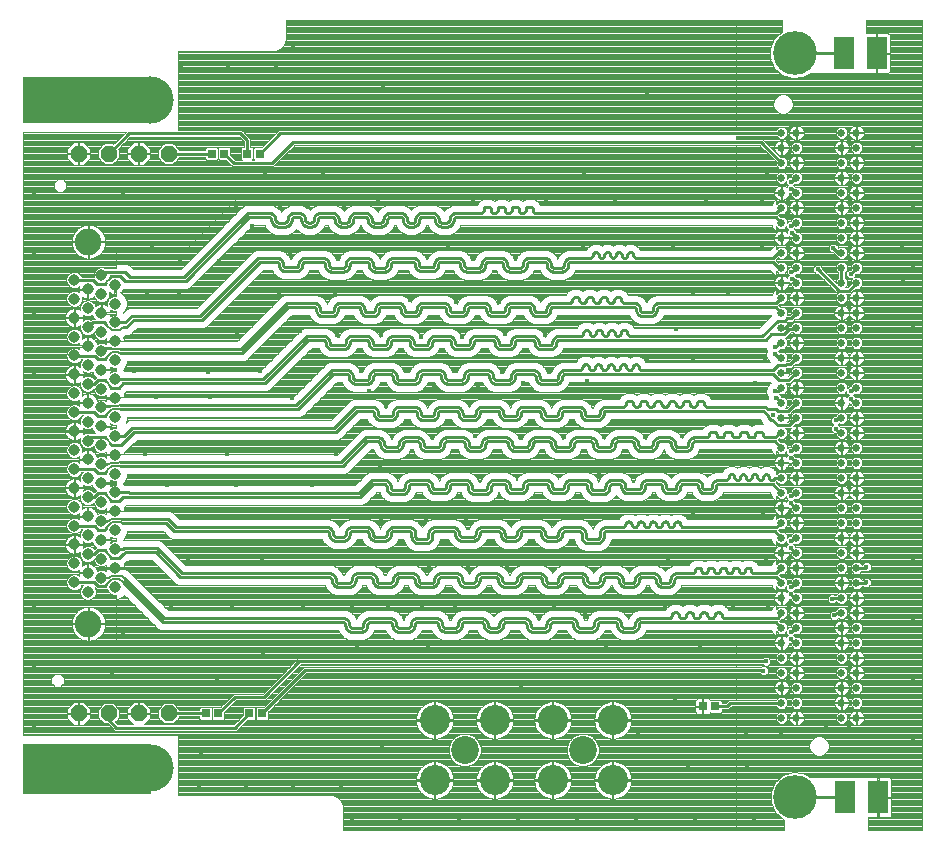
<source format=gtl>
G75*
%MOIN*%
%OFA0B0*%
%FSLAX25Y25*%
%IPPOS*%
%LPD*%
%AMOC8*
5,1,8,0,0,1.08239X$1,22.5*
%
%ADD10C,0.15748*%
%ADD11R,0.42520X0.15748*%
%ADD12R,0.42520X0.16732*%
%ADD13C,0.03839*%
%ADD14C,0.08858*%
%ADD15OC8,0.05315*%
%ADD16R,0.02700X0.03000*%
%ADD17C,0.09300*%
%ADD18C,0.10050*%
%ADD19C,0.14600*%
%ADD20C,0.02500*%
%ADD21R,0.06500X0.11000*%
%ADD22C,0.01587*%
%ADD23C,0.00394*%
%ADD24C,0.00984*%
%ADD25C,0.00787*%
%ADD26C,0.00551*%
%ADD27C,0.00591*%
D10*
X0120882Y0070094D03*
X0120882Y0292732D03*
D11*
X0099819Y0292732D03*
D12*
X0099819Y0069602D03*
D13*
X0100016Y0128756D03*
X0095488Y0131906D03*
X0100016Y0135055D03*
X0104543Y0133480D03*
X0109071Y0130331D03*
X0109071Y0136630D03*
X0104543Y0139780D03*
X0100016Y0141354D03*
X0095488Y0138205D03*
X0095488Y0144504D03*
X0100016Y0147654D03*
X0104543Y0146079D03*
X0109071Y0149228D03*
X0104543Y0152378D03*
X0100016Y0153953D03*
X0095488Y0157102D03*
X0100016Y0160252D03*
X0104543Y0158677D03*
X0109071Y0155528D03*
X0109071Y0161827D03*
X0104543Y0164976D03*
X0100016Y0166551D03*
X0095488Y0163402D03*
X0095488Y0169701D03*
X0100016Y0172850D03*
X0104543Y0171276D03*
X0109071Y0174425D03*
X0104543Y0177575D03*
X0100016Y0179150D03*
X0095488Y0182299D03*
X0100016Y0185449D03*
X0104543Y0183874D03*
X0109071Y0180724D03*
X0109071Y0187024D03*
X0104543Y0190173D03*
X0100016Y0191748D03*
X0095488Y0188598D03*
X0095488Y0194898D03*
X0100016Y0198047D03*
X0104543Y0196472D03*
X0109071Y0193323D03*
X0109071Y0199622D03*
X0104543Y0202772D03*
X0100016Y0204346D03*
X0095488Y0201197D03*
X0095488Y0207496D03*
X0100016Y0210646D03*
X0104543Y0209071D03*
X0109071Y0212220D03*
X0104543Y0215370D03*
X0100016Y0216945D03*
X0095488Y0220094D03*
X0100016Y0223244D03*
X0104543Y0221669D03*
X0109071Y0218520D03*
X0109071Y0224819D03*
X0104543Y0227969D03*
X0100016Y0229543D03*
X0095488Y0226394D03*
X0095488Y0232693D03*
X0104543Y0234268D03*
X0109071Y0231118D03*
X0095488Y0213795D03*
X0109071Y0205921D03*
X0095488Y0176000D03*
X0109071Y0168126D03*
X0095488Y0150803D03*
X0109071Y0142929D03*
D14*
X0100213Y0118028D03*
X0100213Y0245429D03*
D15*
X0096906Y0274819D03*
X0106906Y0274819D03*
X0116906Y0274819D03*
X0126906Y0274819D03*
X0126906Y0088205D03*
X0116906Y0088205D03*
X0106906Y0088205D03*
X0096906Y0088205D03*
D16*
X0139254Y0088205D03*
X0143454Y0088205D03*
X0153821Y0088205D03*
X0158021Y0088205D03*
X0305002Y0090567D03*
X0309202Y0090567D03*
X0157234Y0274819D03*
X0153034Y0274819D03*
X0145423Y0274819D03*
X0141223Y0274819D03*
D17*
X0225606Y0076000D03*
X0264976Y0076000D03*
D18*
X0254976Y0086000D03*
X0235606Y0086000D03*
X0215606Y0086000D03*
X0215606Y0066000D03*
X0235606Y0066000D03*
X0254976Y0066000D03*
X0274976Y0066000D03*
X0274976Y0086000D03*
D19*
X0335717Y0060268D03*
X0335717Y0308268D03*
D20*
X0336217Y0281768D03*
X0331217Y0281768D03*
X0331217Y0276768D03*
X0336217Y0276768D03*
X0336217Y0271768D03*
X0336217Y0266768D03*
X0336217Y0261768D03*
X0331217Y0261768D03*
X0331217Y0266768D03*
X0331217Y0271768D03*
X0351217Y0271768D03*
X0356217Y0271768D03*
X0356217Y0276768D03*
X0351217Y0276768D03*
X0351217Y0281768D03*
X0356217Y0281768D03*
X0356217Y0266768D03*
X0356217Y0261768D03*
X0351217Y0261768D03*
X0351217Y0266768D03*
X0351217Y0256768D03*
X0356217Y0256768D03*
X0356217Y0251768D03*
X0356217Y0246768D03*
X0356217Y0241768D03*
X0351217Y0241768D03*
X0351217Y0246768D03*
X0351217Y0251768D03*
X0336217Y0251768D03*
X0336217Y0256768D03*
X0331217Y0256768D03*
X0331217Y0251768D03*
X0331217Y0246768D03*
X0336217Y0246768D03*
X0336217Y0241768D03*
X0331217Y0241768D03*
X0331217Y0236768D03*
X0336217Y0236768D03*
X0336217Y0231768D03*
X0336217Y0226768D03*
X0331217Y0226768D03*
X0331217Y0231768D03*
X0331217Y0221768D03*
X0336217Y0221768D03*
X0336217Y0216768D03*
X0336217Y0211768D03*
X0336217Y0206768D03*
X0331217Y0206768D03*
X0331217Y0211768D03*
X0331217Y0216768D03*
X0351217Y0216768D03*
X0356217Y0216768D03*
X0356217Y0221768D03*
X0351217Y0221768D03*
X0351217Y0226768D03*
X0356217Y0226768D03*
X0356217Y0231768D03*
X0356217Y0236768D03*
X0351217Y0236768D03*
X0351217Y0231768D03*
X0351217Y0211768D03*
X0356217Y0211768D03*
X0356217Y0206768D03*
X0351217Y0206768D03*
X0351217Y0201768D03*
X0356217Y0201768D03*
X0356217Y0196768D03*
X0356217Y0191768D03*
X0356217Y0186768D03*
X0351217Y0186768D03*
X0351217Y0191768D03*
X0351217Y0196768D03*
X0336217Y0196768D03*
X0336217Y0201768D03*
X0331217Y0201768D03*
X0331217Y0196768D03*
X0331217Y0191768D03*
X0336217Y0191768D03*
X0336217Y0186768D03*
X0331217Y0186768D03*
X0331217Y0181768D03*
X0336217Y0181768D03*
X0336217Y0176768D03*
X0336217Y0171768D03*
X0336217Y0166768D03*
X0331217Y0166768D03*
X0331217Y0171768D03*
X0331217Y0176768D03*
X0351217Y0176768D03*
X0356217Y0176768D03*
X0356217Y0181768D03*
X0351217Y0181768D03*
X0351217Y0171768D03*
X0356217Y0171768D03*
X0356217Y0166768D03*
X0351217Y0166768D03*
X0351217Y0161768D03*
X0356217Y0161768D03*
X0356217Y0156768D03*
X0356217Y0151768D03*
X0356217Y0146768D03*
X0351217Y0146768D03*
X0351217Y0151768D03*
X0351217Y0156768D03*
X0336217Y0156768D03*
X0336217Y0161768D03*
X0331217Y0161768D03*
X0331217Y0156768D03*
X0331217Y0151768D03*
X0336217Y0151768D03*
X0336217Y0146768D03*
X0331217Y0146768D03*
X0331217Y0141768D03*
X0336217Y0141768D03*
X0336217Y0136768D03*
X0336217Y0131768D03*
X0336217Y0126768D03*
X0331217Y0126768D03*
X0331217Y0131768D03*
X0331217Y0136768D03*
X0351217Y0136768D03*
X0356217Y0136768D03*
X0356217Y0141768D03*
X0351217Y0141768D03*
X0351217Y0131768D03*
X0356217Y0131768D03*
X0356217Y0126768D03*
X0351217Y0126768D03*
X0351217Y0121768D03*
X0356217Y0121768D03*
X0356217Y0116768D03*
X0356217Y0111768D03*
X0351217Y0111768D03*
X0351217Y0116768D03*
X0336217Y0116768D03*
X0336217Y0121768D03*
X0331217Y0121768D03*
X0331217Y0116768D03*
X0331217Y0111768D03*
X0336217Y0111768D03*
X0336217Y0106768D03*
X0336217Y0101768D03*
X0336217Y0096768D03*
X0336217Y0091768D03*
X0331217Y0091768D03*
X0331217Y0096768D03*
X0331217Y0101768D03*
X0331217Y0106768D03*
X0351217Y0106768D03*
X0356217Y0106768D03*
X0356217Y0101768D03*
X0356217Y0096768D03*
X0356217Y0091768D03*
X0351217Y0091768D03*
X0351217Y0096768D03*
X0351217Y0101768D03*
X0351217Y0086768D03*
X0356217Y0086768D03*
X0336217Y0086768D03*
X0331217Y0086768D03*
D21*
X0352390Y0060252D03*
X0363390Y0060252D03*
X0362996Y0308283D03*
X0351996Y0308283D03*
D22*
X0375213Y0316157D03*
X0375213Y0296472D03*
X0353559Y0284661D03*
X0353559Y0279150D03*
X0353559Y0274031D03*
X0353953Y0268913D03*
X0353953Y0264189D03*
X0353953Y0259071D03*
X0353953Y0253953D03*
X0353953Y0249228D03*
X0353953Y0243717D03*
X0353953Y0239324D03*
X0354346Y0234661D03*
X0358677Y0229150D03*
X0353559Y0223970D03*
X0353559Y0219245D03*
X0353559Y0209403D03*
X0353559Y0203891D03*
X0354346Y0195685D03*
X0354346Y0192929D03*
X0353559Y0189324D03*
X0349228Y0185843D03*
X0349228Y0183087D03*
X0353559Y0179088D03*
X0353559Y0173970D03*
X0353559Y0168852D03*
X0353559Y0163733D03*
X0334268Y0160646D03*
X0334268Y0158283D03*
X0333874Y0154678D03*
X0325213Y0154346D03*
X0333874Y0149167D03*
X0334268Y0145685D03*
X0334268Y0143323D03*
X0333874Y0139324D03*
X0326000Y0138992D03*
X0333874Y0134206D03*
X0334268Y0130331D03*
X0334268Y0127969D03*
X0333874Y0124363D03*
X0333874Y0119245D03*
X0334268Y0115370D03*
X0334268Y0113008D03*
X0333874Y0109009D03*
X0326000Y0105528D03*
X0325213Y0102378D03*
X0333480Y0099167D03*
X0333480Y0094442D03*
X0333480Y0088930D03*
X0331118Y0081512D03*
X0338598Y0073638D03*
X0346079Y0083480D03*
X0353559Y0083812D03*
X0353559Y0088930D03*
X0353559Y0094442D03*
X0353953Y0099167D03*
X0353953Y0104285D03*
X0353953Y0109009D03*
X0353953Y0114127D03*
X0353953Y0118852D03*
X0353953Y0123970D03*
X0353953Y0129088D03*
X0353953Y0134206D03*
X0359465Y0131906D03*
X0359465Y0137024D03*
X0353559Y0144048D03*
X0353559Y0149167D03*
X0375213Y0158677D03*
X0375213Y0138992D03*
X0348047Y0126394D03*
X0348835Y0120882D03*
X0326787Y0124425D03*
X0314976Y0124031D03*
X0292535Y0124031D03*
X0280331Y0122850D03*
X0265764Y0121276D03*
X0255528Y0123244D03*
X0251197Y0138598D03*
X0262220Y0138205D03*
X0277181Y0138598D03*
X0293323Y0138992D03*
X0301591Y0154346D03*
X0302378Y0169307D03*
X0298047Y0180724D03*
X0285843Y0180331D03*
X0272063Y0180331D03*
X0270488Y0168126D03*
X0258283Y0169307D03*
X0246866Y0169307D03*
X0235449Y0169701D03*
X0223244Y0169701D03*
X0211433Y0169307D03*
X0197260Y0170094D03*
X0182693Y0174819D03*
X0174819Y0164189D03*
X0183480Y0151984D03*
X0197654Y0153165D03*
X0212614Y0153165D03*
X0226000Y0152772D03*
X0240961Y0151984D03*
X0254346Y0151984D03*
X0268520Y0151984D03*
X0283480Y0169307D03*
X0258677Y0180331D03*
X0244110Y0180331D03*
X0229150Y0180724D03*
X0229937Y0197260D03*
X0238205Y0201984D03*
X0244898Y0198441D03*
X0253559Y0201984D03*
X0266551Y0198835D03*
X0278756Y0198047D03*
X0286236Y0205528D03*
X0301591Y0205528D03*
X0296079Y0216157D03*
X0301591Y0228756D03*
X0313402Y0228756D03*
X0325213Y0229150D03*
X0333874Y0229088D03*
X0334661Y0233087D03*
X0334523Y0235377D03*
X0343323Y0236236D03*
X0348441Y0243323D03*
X0334661Y0248441D03*
X0334268Y0250803D03*
X0333480Y0254285D03*
X0333480Y0259009D03*
X0334268Y0263008D03*
X0334268Y0265370D03*
X0333874Y0269245D03*
X0326394Y0268520D03*
X0333874Y0274425D03*
X0333480Y0279150D03*
X0334268Y0283874D03*
X0319701Y0293717D03*
X0316157Y0316157D03*
X0296472Y0316157D03*
X0276787Y0316157D03*
X0257102Y0316157D03*
X0237417Y0316157D03*
X0217732Y0316157D03*
X0198047Y0316157D03*
X0178362Y0316157D03*
X0168520Y0310252D03*
X0162614Y0304346D03*
X0146866Y0304346D03*
X0131118Y0304346D03*
X0081906Y0280724D03*
X0081906Y0261039D03*
X0081906Y0241354D03*
X0081906Y0221669D03*
X0081906Y0201984D03*
X0081906Y0182299D03*
X0081906Y0162614D03*
X0081906Y0142929D03*
X0081906Y0123244D03*
X0081906Y0103559D03*
X0081906Y0083874D03*
X0107890Y0101984D03*
X0123638Y0109071D03*
X0111827Y0114189D03*
X0127575Y0123638D03*
X0148047Y0124031D03*
X0139386Y0109071D03*
X0142929Y0099622D03*
X0158283Y0108677D03*
X0176394Y0109465D03*
X0189780Y0109858D03*
X0213402Y0109858D03*
X0227181Y0109465D03*
X0239386Y0109465D03*
X0250409Y0109465D03*
X0264189Y0100803D03*
X0272850Y0109858D03*
X0287417Y0092142D03*
X0295685Y0093323D03*
X0304346Y0082299D03*
X0319307Y0081512D03*
X0319701Y0070094D03*
X0300016Y0070882D03*
X0283480Y0081512D03*
X0244504Y0097260D03*
X0235449Y0122457D03*
X0222457Y0123244D03*
X0211433Y0123638D03*
X0200016Y0123244D03*
X0188205Y0123244D03*
X0171669Y0124425D03*
X0185055Y0135843D03*
X0199228Y0135843D03*
X0213795Y0137024D03*
X0226787Y0137417D03*
X0239780Y0137417D03*
X0303953Y0110252D03*
X0375213Y0119307D03*
X0375213Y0099622D03*
X0375213Y0079937D03*
X0375213Y0060252D03*
X0322063Y0052378D03*
X0302378Y0052378D03*
X0282693Y0052378D03*
X0263008Y0052378D03*
X0243323Y0052378D03*
X0223638Y0052378D03*
X0203953Y0052378D03*
X0188205Y0052378D03*
X0184268Y0064189D03*
X0168520Y0064189D03*
X0152772Y0064189D03*
X0137024Y0064189D03*
X0137811Y0074819D03*
X0177181Y0083087D03*
X0198047Y0077575D03*
X0157890Y0138992D03*
X0156315Y0153165D03*
X0149228Y0164189D03*
X0146472Y0174819D03*
X0140567Y0193717D03*
X0140173Y0201984D03*
X0157496Y0202378D03*
X0168126Y0193323D03*
X0182299Y0188992D03*
X0193717Y0195685D03*
X0199228Y0190567D03*
X0206709Y0202378D03*
X0215370Y0197654D03*
X0222063Y0202378D03*
X0224819Y0213795D03*
X0211039Y0213795D03*
X0197654Y0214189D03*
X0190961Y0202378D03*
X0183087Y0214189D03*
X0170882Y0215764D03*
X0163795Y0228362D03*
X0182299Y0227575D03*
X0183087Y0242535D03*
X0167339Y0241748D03*
X0154740Y0250803D03*
X0164189Y0256709D03*
X0173244Y0257102D03*
X0185449Y0256709D03*
X0196866Y0258677D03*
X0200409Y0269701D03*
X0217732Y0269701D03*
X0228362Y0259071D03*
X0240173Y0268913D03*
X0252772Y0258677D03*
X0265370Y0268520D03*
X0275606Y0258677D03*
X0294504Y0268913D03*
X0305921Y0259071D03*
X0324819Y0258677D03*
X0324819Y0243717D03*
X0333480Y0244442D03*
X0333874Y0218064D03*
X0329150Y0210252D03*
X0329150Y0207890D03*
X0325606Y0205528D03*
X0322457Y0198441D03*
X0329150Y0195685D03*
X0329543Y0193323D03*
X0333874Y0194442D03*
X0333480Y0202710D03*
X0333874Y0209403D03*
X0328362Y0187749D03*
X0333480Y0179088D03*
X0334268Y0175606D03*
X0334268Y0173244D03*
X0333480Y0169639D03*
X0333874Y0164521D03*
X0375213Y0178362D03*
X0375213Y0198047D03*
X0375213Y0217732D03*
X0371669Y0231906D03*
X0375213Y0237417D03*
X0371276Y0243717D03*
X0375213Y0257102D03*
X0375213Y0276787D03*
X0294898Y0244110D03*
X0286236Y0226394D03*
X0264976Y0244110D03*
X0251984Y0244504D03*
X0236630Y0244504D03*
X0220094Y0244110D03*
X0207102Y0244504D03*
X0196472Y0242535D03*
X0207496Y0226000D03*
X0222850Y0225213D03*
X0237024Y0225213D03*
X0238992Y0214583D03*
X0252378Y0214189D03*
X0250803Y0226394D03*
X0178362Y0267732D03*
X0159071Y0268126D03*
X0149228Y0257496D03*
X0138598Y0263008D03*
X0111827Y0261039D03*
X0121276Y0243323D03*
X0130724Y0238598D03*
X0143717Y0238992D03*
X0130331Y0228362D03*
X0119701Y0228362D03*
X0149622Y0214583D03*
X0115370Y0202378D03*
X0122850Y0193717D03*
X0118913Y0174819D03*
X0126394Y0164189D03*
X0131118Y0153165D03*
X0133480Y0138992D03*
X0198441Y0296866D03*
X0237417Y0296079D03*
X0286236Y0294504D03*
D23*
X0316157Y0294403D02*
X0330827Y0294403D01*
X0331082Y0294508D02*
X0329909Y0294023D01*
X0329012Y0293125D01*
X0328526Y0291952D01*
X0328526Y0290683D01*
X0329012Y0289510D01*
X0329909Y0288613D01*
X0331082Y0288127D01*
X0332351Y0288127D01*
X0333524Y0288613D01*
X0334421Y0289510D01*
X0334907Y0290683D01*
X0334907Y0291952D01*
X0334421Y0293125D01*
X0333524Y0294023D01*
X0332351Y0294508D01*
X0331082Y0294508D01*
X0329897Y0294010D02*
X0316157Y0294010D01*
X0130134Y0294010D01*
X0130134Y0293618D02*
X0316157Y0293618D01*
X0329505Y0293618D01*
X0329113Y0293226D02*
X0316157Y0293226D01*
X0130134Y0293226D01*
X0130134Y0292834D02*
X0316157Y0292834D01*
X0328891Y0292834D01*
X0328729Y0292442D02*
X0316157Y0292442D01*
X0130134Y0292442D01*
X0130134Y0292049D02*
X0316157Y0292049D01*
X0328566Y0292049D01*
X0328526Y0291657D02*
X0316157Y0291657D01*
X0130134Y0291657D01*
X0130134Y0291265D02*
X0316157Y0291265D01*
X0328526Y0291265D01*
X0328526Y0290873D02*
X0316157Y0290873D01*
X0130134Y0290873D01*
X0130134Y0290480D02*
X0316157Y0290480D01*
X0328610Y0290480D01*
X0328772Y0290088D02*
X0316157Y0290088D01*
X0130134Y0290088D01*
X0130134Y0289696D02*
X0316157Y0289696D01*
X0328935Y0289696D01*
X0329218Y0289304D02*
X0316157Y0289304D01*
X0130134Y0289304D01*
X0130134Y0288912D02*
X0316157Y0288912D01*
X0329610Y0288912D01*
X0330135Y0288519D02*
X0316157Y0288519D01*
X0130134Y0288519D01*
X0130134Y0288127D02*
X0316157Y0288127D01*
X0331082Y0288127D01*
X0332351Y0288127D02*
X0377915Y0288127D01*
X0377915Y0287735D02*
X0316157Y0287735D01*
X0130134Y0287735D01*
X0130134Y0287343D02*
X0316157Y0287343D01*
X0377915Y0287343D01*
X0377915Y0286951D02*
X0316157Y0286951D01*
X0130134Y0286951D01*
X0130134Y0286558D02*
X0316157Y0286558D01*
X0377915Y0286558D01*
X0377915Y0286166D02*
X0316157Y0286166D01*
X0130134Y0286166D01*
X0130134Y0285774D02*
X0316157Y0285774D01*
X0377915Y0285774D01*
X0377915Y0285382D02*
X0316157Y0285382D01*
X0130134Y0285382D01*
X0130134Y0284990D02*
X0316157Y0284990D01*
X0377915Y0284990D01*
X0377915Y0284597D02*
X0316157Y0284597D01*
X0130134Y0284597D01*
X0130134Y0284205D02*
X0316157Y0284205D01*
X0335928Y0284205D01*
X0335976Y0284215D02*
X0335503Y0284121D01*
X0335058Y0283936D01*
X0334657Y0283668D01*
X0334316Y0283327D01*
X0334048Y0282927D01*
X0333864Y0282481D01*
X0333770Y0282009D01*
X0333770Y0281965D01*
X0336020Y0281965D01*
X0336020Y0284215D01*
X0335976Y0284215D01*
X0336020Y0284205D02*
X0336413Y0284205D01*
X0336413Y0284215D02*
X0336413Y0281965D01*
X0336020Y0281965D01*
X0336020Y0281571D01*
X0336413Y0281571D01*
X0336413Y0279321D01*
X0336458Y0279321D01*
X0336930Y0279415D01*
X0337376Y0279599D01*
X0337776Y0279867D01*
X0338117Y0280208D01*
X0338385Y0280609D01*
X0338569Y0281054D01*
X0338663Y0281527D01*
X0338663Y0281571D01*
X0336413Y0281571D01*
X0336413Y0281965D01*
X0338663Y0281965D01*
X0338663Y0282009D01*
X0338569Y0282481D01*
X0338385Y0282927D01*
X0338117Y0283327D01*
X0337776Y0283668D01*
X0337376Y0283936D01*
X0336930Y0284121D01*
X0336458Y0284215D01*
X0336413Y0284215D01*
X0336505Y0284205D02*
X0355928Y0284205D01*
X0355976Y0284215D02*
X0355503Y0284121D01*
X0355058Y0283936D01*
X0354657Y0283668D01*
X0354316Y0283327D01*
X0354048Y0282927D01*
X0353864Y0282481D01*
X0353770Y0282009D01*
X0353770Y0281965D01*
X0356020Y0281965D01*
X0356020Y0284215D01*
X0355976Y0284215D01*
X0356020Y0284205D02*
X0356413Y0284205D01*
X0356413Y0284215D02*
X0356413Y0281965D01*
X0356020Y0281965D01*
X0356020Y0281571D01*
X0356413Y0281571D01*
X0356413Y0279321D01*
X0356458Y0279321D01*
X0356930Y0279415D01*
X0357376Y0279599D01*
X0357776Y0279867D01*
X0358117Y0280208D01*
X0358385Y0280609D01*
X0358569Y0281054D01*
X0358663Y0281527D01*
X0358663Y0281571D01*
X0356413Y0281571D01*
X0356413Y0281965D01*
X0358663Y0281965D01*
X0358663Y0282009D01*
X0358569Y0282481D01*
X0358385Y0282927D01*
X0358117Y0283327D01*
X0357776Y0283668D01*
X0357376Y0283936D01*
X0356930Y0284121D01*
X0356458Y0284215D01*
X0356413Y0284215D01*
X0356505Y0284205D02*
X0377915Y0284205D01*
X0377915Y0283813D02*
X0357560Y0283813D01*
X0358024Y0283421D02*
X0377915Y0283421D01*
X0377915Y0283028D02*
X0358317Y0283028D01*
X0358505Y0282636D02*
X0377915Y0282636D01*
X0377915Y0282244D02*
X0358617Y0282244D01*
X0358650Y0281460D02*
X0377915Y0281460D01*
X0377915Y0281852D02*
X0356413Y0281852D01*
X0356413Y0282244D02*
X0356020Y0282244D01*
X0356020Y0281852D02*
X0353163Y0281852D01*
X0353163Y0282244D02*
X0353816Y0282244D01*
X0353928Y0282636D02*
X0353101Y0282636D01*
X0353163Y0282574D02*
X0352023Y0283715D01*
X0350410Y0283715D01*
X0349270Y0282574D01*
X0349270Y0280961D01*
X0350410Y0279821D01*
X0352023Y0279821D01*
X0353163Y0280961D01*
X0353163Y0282574D01*
X0352709Y0283028D02*
X0354116Y0283028D01*
X0354409Y0283421D02*
X0352317Y0283421D01*
X0353163Y0281460D02*
X0353783Y0281460D01*
X0353770Y0281527D02*
X0353864Y0281054D01*
X0354048Y0280609D01*
X0354316Y0280208D01*
X0354657Y0279867D01*
X0355058Y0279599D01*
X0355503Y0279415D01*
X0355976Y0279321D01*
X0356020Y0279321D01*
X0356020Y0281571D01*
X0353770Y0281571D01*
X0353770Y0281527D01*
X0353861Y0281067D02*
X0353163Y0281067D01*
X0352877Y0280675D02*
X0354021Y0280675D01*
X0354266Y0280283D02*
X0352485Y0280283D01*
X0352093Y0279891D02*
X0354633Y0279891D01*
X0355301Y0279499D02*
X0337132Y0279499D01*
X0336413Y0279499D02*
X0336020Y0279499D01*
X0336020Y0279321D02*
X0336020Y0281571D01*
X0333770Y0281571D01*
X0333770Y0281527D01*
X0333864Y0281054D01*
X0334048Y0280609D01*
X0334316Y0280208D01*
X0334657Y0279867D01*
X0335058Y0279599D01*
X0335503Y0279415D01*
X0335976Y0279321D01*
X0336020Y0279321D01*
X0336020Y0279891D02*
X0336413Y0279891D01*
X0336413Y0280283D02*
X0336020Y0280283D01*
X0336020Y0280675D02*
X0336413Y0280675D01*
X0336413Y0281067D02*
X0336020Y0281067D01*
X0336020Y0281460D02*
X0336413Y0281460D01*
X0336413Y0281852D02*
X0349270Y0281852D01*
X0349270Y0282244D02*
X0338617Y0282244D01*
X0338505Y0282636D02*
X0349332Y0282636D01*
X0349724Y0283028D02*
X0338317Y0283028D01*
X0338024Y0283421D02*
X0350116Y0283421D01*
X0349270Y0281460D02*
X0338650Y0281460D01*
X0338572Y0281067D02*
X0349270Y0281067D01*
X0349556Y0280675D02*
X0338412Y0280675D01*
X0338167Y0280283D02*
X0349948Y0280283D01*
X0350340Y0279891D02*
X0337800Y0279891D01*
X0337023Y0278715D02*
X0338163Y0277574D01*
X0338163Y0275961D01*
X0337023Y0274821D01*
X0335410Y0274821D01*
X0334270Y0275961D01*
X0334270Y0277574D01*
X0335410Y0278715D01*
X0337023Y0278715D01*
X0337023Y0278714D02*
X0349725Y0278714D01*
X0349657Y0278668D02*
X0349316Y0278327D01*
X0349048Y0277927D01*
X0348864Y0277481D01*
X0348770Y0277009D01*
X0348770Y0276965D01*
X0351020Y0276965D01*
X0351020Y0279215D01*
X0350976Y0279215D01*
X0350503Y0279121D01*
X0350058Y0278936D01*
X0349657Y0278668D01*
X0349312Y0278322D02*
X0337416Y0278322D01*
X0337808Y0277930D02*
X0349050Y0277930D01*
X0348887Y0277537D02*
X0338163Y0277537D01*
X0338163Y0277145D02*
X0348797Y0277145D01*
X0348770Y0276571D02*
X0348770Y0276527D01*
X0348864Y0276054D01*
X0349048Y0275609D01*
X0349316Y0275208D01*
X0349657Y0274867D01*
X0350058Y0274599D01*
X0350503Y0274415D01*
X0350976Y0274321D01*
X0351020Y0274321D01*
X0351020Y0276571D01*
X0351413Y0276571D01*
X0351413Y0274321D01*
X0351458Y0274321D01*
X0351930Y0274415D01*
X0352376Y0274599D01*
X0352776Y0274867D01*
X0353117Y0275208D01*
X0353385Y0275609D01*
X0353569Y0276054D01*
X0353663Y0276527D01*
X0353663Y0276571D01*
X0351413Y0276571D01*
X0351413Y0276965D01*
X0351020Y0276965D01*
X0351020Y0276571D01*
X0348770Y0276571D01*
X0348803Y0276361D02*
X0338163Y0276361D01*
X0338163Y0276753D02*
X0351020Y0276753D01*
X0351020Y0276361D02*
X0351413Y0276361D01*
X0351413Y0276753D02*
X0354270Y0276753D01*
X0354270Y0276361D02*
X0353630Y0276361D01*
X0353534Y0275969D02*
X0354270Y0275969D01*
X0354270Y0275961D02*
X0355410Y0274821D01*
X0357023Y0274821D01*
X0358163Y0275961D01*
X0358163Y0277574D01*
X0357023Y0278715D01*
X0355410Y0278715D01*
X0354270Y0277574D01*
X0354270Y0275961D01*
X0354655Y0275576D02*
X0353363Y0275576D01*
X0353093Y0275184D02*
X0355047Y0275184D01*
X0355503Y0274121D02*
X0355058Y0273936D01*
X0354657Y0273668D01*
X0354316Y0273327D01*
X0354048Y0272927D01*
X0353864Y0272481D01*
X0353770Y0272009D01*
X0353770Y0271965D01*
X0356020Y0271965D01*
X0356020Y0274215D01*
X0355976Y0274215D01*
X0355503Y0274121D01*
X0355230Y0274008D02*
X0337203Y0274008D01*
X0337376Y0273936D02*
X0336930Y0274121D01*
X0336458Y0274215D01*
X0336413Y0274215D01*
X0336413Y0271965D01*
X0336020Y0271965D01*
X0336020Y0274215D01*
X0335976Y0274215D01*
X0335503Y0274121D01*
X0335058Y0273936D01*
X0334657Y0273668D01*
X0334316Y0273327D01*
X0334048Y0272927D01*
X0333864Y0272481D01*
X0333770Y0272009D01*
X0333770Y0271965D01*
X0336020Y0271965D01*
X0336020Y0271571D01*
X0336413Y0271571D01*
X0336413Y0269321D01*
X0336458Y0269321D01*
X0336930Y0269415D01*
X0337376Y0269599D01*
X0337776Y0269867D01*
X0338117Y0270208D01*
X0338385Y0270609D01*
X0338569Y0271054D01*
X0338663Y0271527D01*
X0338663Y0271571D01*
X0336413Y0271571D01*
X0336413Y0271965D01*
X0338663Y0271965D01*
X0338663Y0272009D01*
X0338569Y0272481D01*
X0338385Y0272927D01*
X0338117Y0273327D01*
X0337776Y0273668D01*
X0337376Y0273936D01*
X0337829Y0273615D02*
X0350311Y0273615D01*
X0350410Y0273715D02*
X0349270Y0272574D01*
X0349270Y0270961D01*
X0350410Y0269821D01*
X0352023Y0269821D01*
X0353163Y0270961D01*
X0353163Y0272574D01*
X0352023Y0273715D01*
X0350410Y0273715D01*
X0349919Y0273223D02*
X0338187Y0273223D01*
X0338425Y0272831D02*
X0349526Y0272831D01*
X0349270Y0272439D02*
X0338578Y0272439D01*
X0338656Y0272047D02*
X0349270Y0272047D01*
X0349270Y0271654D02*
X0336413Y0271654D01*
X0336413Y0271262D02*
X0336020Y0271262D01*
X0336020Y0271571D02*
X0336020Y0269321D01*
X0335976Y0269321D01*
X0335503Y0269415D01*
X0335058Y0269599D01*
X0334657Y0269867D01*
X0334316Y0270208D01*
X0334048Y0270609D01*
X0333864Y0271054D01*
X0333770Y0271527D01*
X0333770Y0271571D01*
X0336020Y0271571D01*
X0336020Y0271654D02*
X0333163Y0271654D01*
X0333163Y0271262D02*
X0333822Y0271262D01*
X0333940Y0270870D02*
X0333072Y0270870D01*
X0333163Y0270961D02*
X0333163Y0272574D01*
X0332023Y0273715D01*
X0330739Y0273715D01*
X0324659Y0279795D01*
X0316157Y0279795D01*
X0316157Y0280729D01*
X0329502Y0280729D01*
X0330410Y0279821D01*
X0332023Y0279821D01*
X0333163Y0280961D01*
X0333163Y0282574D01*
X0332023Y0283715D01*
X0330410Y0283715D01*
X0329502Y0282807D01*
X0316157Y0282807D01*
X0316157Y0319254D01*
X0331315Y0319254D01*
X0331315Y0315415D01*
X0328876Y0313219D01*
X0327445Y0310004D01*
X0327445Y0306484D01*
X0328876Y0303269D01*
X0331492Y0300914D01*
X0334840Y0299826D01*
X0338340Y0300194D01*
X0338340Y0300194D01*
X0341100Y0301787D01*
X0359078Y0301787D01*
X0359284Y0301668D01*
X0359588Y0301587D01*
X0362799Y0301587D01*
X0362799Y0308087D01*
X0363193Y0308087D01*
X0363193Y0308480D01*
X0367443Y0308480D01*
X0367443Y0313941D01*
X0367361Y0314245D01*
X0367204Y0314518D01*
X0366981Y0314741D01*
X0366708Y0314899D01*
X0366404Y0314980D01*
X0363193Y0314980D01*
X0363193Y0308480D01*
X0362799Y0308480D01*
X0362799Y0314980D01*
X0359588Y0314980D01*
X0359284Y0314899D01*
X0359268Y0314889D01*
X0359268Y0319254D01*
X0377915Y0319254D01*
X0377915Y0049281D01*
X0360055Y0049281D01*
X0360055Y0053555D01*
X0363193Y0053555D01*
X0363193Y0060055D01*
X0363587Y0060055D01*
X0363587Y0060449D01*
X0367837Y0060449D01*
X0367837Y0065910D01*
X0367755Y0066214D01*
X0367597Y0066487D01*
X0367375Y0066710D01*
X0367102Y0066867D01*
X0366797Y0066949D01*
X0363587Y0066949D01*
X0363587Y0060449D01*
X0363193Y0060449D01*
X0363193Y0066949D01*
X0359982Y0066949D01*
X0359946Y0066939D01*
X0359940Y0066945D01*
X0340809Y0066945D01*
X0338458Y0068302D01*
X0334958Y0068670D01*
X0334958Y0068670D01*
X0331610Y0067582D01*
X0328995Y0065227D01*
X0327563Y0062012D01*
X0327563Y0058492D01*
X0328995Y0055277D01*
X0331610Y0052921D01*
X0331610Y0052921D01*
X0332102Y0052762D01*
X0332102Y0049281D01*
X0316157Y0049281D01*
X0316157Y0090729D01*
X0314619Y0090729D01*
X0313419Y0089528D01*
X0311249Y0089528D01*
X0311249Y0088778D01*
X0310841Y0088370D01*
X0307564Y0088370D01*
X0307417Y0088517D01*
X0307310Y0088332D01*
X0307087Y0088109D01*
X0306814Y0087952D01*
X0306510Y0087870D01*
X0305199Y0087870D01*
X0305199Y0090370D01*
X0304806Y0090370D01*
X0304806Y0087870D01*
X0303495Y0087870D01*
X0303190Y0087952D01*
X0302917Y0088109D01*
X0302695Y0088332D01*
X0302537Y0088605D01*
X0302456Y0088909D01*
X0302456Y0090370D01*
X0304805Y0090370D01*
X0304805Y0090764D01*
X0302455Y0090764D01*
X0302456Y0092224D01*
X0302537Y0092529D01*
X0302695Y0092802D01*
X0302917Y0093025D01*
X0303190Y0093182D01*
X0303495Y0093264D01*
X0304806Y0093264D01*
X0304806Y0090764D01*
X0305199Y0090764D01*
X0305199Y0093264D01*
X0306510Y0093264D01*
X0306814Y0093182D01*
X0307087Y0093025D01*
X0307310Y0092802D01*
X0307417Y0092617D01*
X0307564Y0092764D01*
X0310841Y0092764D01*
X0311249Y0092356D01*
X0311249Y0091606D01*
X0312558Y0091606D01*
X0313759Y0092807D01*
X0316157Y0092807D01*
X0316157Y0101550D01*
X0323933Y0101550D01*
X0324595Y0100887D01*
X0325830Y0100887D01*
X0326703Y0101761D01*
X0326703Y0102995D01*
X0325830Y0103868D01*
X0324595Y0103868D01*
X0324355Y0103628D01*
X0316157Y0103628D01*
X0316157Y0104489D01*
X0324931Y0104489D01*
X0325383Y0104037D01*
X0326617Y0104037D01*
X0327491Y0104910D01*
X0327491Y0106145D01*
X0326617Y0107018D01*
X0325383Y0107018D01*
X0324931Y0106567D01*
X0316157Y0106567D01*
X0316157Y0111039D01*
X0328870Y0111039D01*
X0329048Y0110609D01*
X0329316Y0110208D01*
X0329657Y0109867D01*
X0330058Y0109599D01*
X0330503Y0109415D01*
X0330976Y0109321D01*
X0331020Y0109321D01*
X0331020Y0111571D01*
X0331413Y0111571D01*
X0331413Y0109321D01*
X0331458Y0109321D01*
X0331930Y0109415D01*
X0332376Y0109599D01*
X0332776Y0109867D01*
X0333117Y0110208D01*
X0333385Y0110609D01*
X0333569Y0111054D01*
X0333662Y0111517D01*
X0334270Y0111517D01*
X0334270Y0110961D01*
X0335410Y0109821D01*
X0337023Y0109821D01*
X0338163Y0110961D01*
X0338163Y0112574D01*
X0337023Y0113715D01*
X0335669Y0113715D01*
X0335195Y0114189D01*
X0335758Y0114753D01*
X0335758Y0114821D01*
X0337023Y0114821D01*
X0338163Y0115961D01*
X0338163Y0117574D01*
X0337023Y0118715D01*
X0335410Y0118715D01*
X0334270Y0117574D01*
X0334270Y0116861D01*
X0333650Y0116861D01*
X0333163Y0116374D01*
X0333163Y0117574D01*
X0332023Y0118715D01*
X0330745Y0118715D01*
X0330448Y0119012D01*
X0330980Y0119544D01*
X0330980Y0119544D01*
X0331257Y0119821D01*
X0332023Y0119821D01*
X0333163Y0120961D01*
X0333163Y0122574D01*
X0332023Y0123715D01*
X0330410Y0123715D01*
X0329543Y0122848D01*
X0329543Y0124981D01*
X0329657Y0124867D01*
X0330058Y0124599D01*
X0330503Y0124415D01*
X0330976Y0124321D01*
X0331020Y0124321D01*
X0331020Y0126571D01*
X0331413Y0126571D01*
X0331413Y0124321D01*
X0331458Y0124321D01*
X0331930Y0124415D01*
X0332376Y0124599D01*
X0332776Y0124867D01*
X0333117Y0125208D01*
X0333385Y0125609D01*
X0333569Y0126054D01*
X0333654Y0126478D01*
X0334270Y0126478D01*
X0334270Y0125961D01*
X0335410Y0124821D01*
X0337023Y0124821D01*
X0338163Y0125961D01*
X0338163Y0127574D01*
X0337023Y0128715D01*
X0335630Y0128715D01*
X0335195Y0129150D01*
X0335758Y0129713D01*
X0335758Y0129821D01*
X0337023Y0129821D01*
X0338163Y0130961D01*
X0338163Y0132574D01*
X0337023Y0133715D01*
X0335410Y0133715D01*
X0334270Y0132574D01*
X0334270Y0131821D01*
X0333650Y0131821D01*
X0333163Y0131334D01*
X0333163Y0132574D01*
X0332023Y0133715D01*
X0330903Y0133715D01*
X0330349Y0134268D01*
X0330587Y0134505D01*
X0330903Y0134821D01*
X0332023Y0134821D01*
X0333163Y0135961D01*
X0333163Y0137574D01*
X0332023Y0138715D01*
X0330410Y0138715D01*
X0329543Y0137848D01*
X0329543Y0139981D01*
X0329657Y0139867D01*
X0330058Y0139599D01*
X0330503Y0139415D01*
X0330976Y0139321D01*
X0331020Y0139321D01*
X0331020Y0141571D01*
X0331413Y0141571D01*
X0331413Y0139321D01*
X0331458Y0139321D01*
X0331930Y0139415D01*
X0332376Y0139599D01*
X0332776Y0139867D01*
X0333117Y0140208D01*
X0333385Y0140609D01*
X0333569Y0141054D01*
X0333663Y0141527D01*
X0333663Y0141571D01*
X0331413Y0141571D01*
X0331413Y0141965D01*
X0331020Y0141965D01*
X0331020Y0144215D01*
X0330976Y0144215D01*
X0330503Y0144121D01*
X0330058Y0143936D01*
X0329657Y0143668D01*
X0329543Y0143555D01*
X0329543Y0145688D01*
X0330410Y0144821D01*
X0332023Y0144821D01*
X0332777Y0145575D01*
X0332777Y0145068D01*
X0333341Y0144504D01*
X0332777Y0143940D01*
X0332777Y0143667D01*
X0332776Y0143668D01*
X0332376Y0143936D01*
X0331930Y0144121D01*
X0331458Y0144215D01*
X0331413Y0144215D01*
X0331413Y0141965D01*
X0333518Y0141965D01*
X0333650Y0141832D01*
X0334270Y0141832D01*
X0331413Y0141832D01*
X0331413Y0141440D02*
X0331020Y0141440D01*
X0331020Y0141048D02*
X0331413Y0141048D01*
X0331413Y0140655D02*
X0331020Y0140655D01*
X0331020Y0140263D02*
X0331413Y0140263D01*
X0331413Y0139871D02*
X0331020Y0139871D01*
X0331020Y0139479D02*
X0331413Y0139479D01*
X0332085Y0139479D02*
X0355348Y0139479D01*
X0355503Y0139415D02*
X0355976Y0139321D01*
X0356020Y0139321D01*
X0356020Y0141571D01*
X0356413Y0141571D01*
X0356413Y0139321D01*
X0356458Y0139321D01*
X0356930Y0139415D01*
X0357376Y0139599D01*
X0357776Y0139867D01*
X0358117Y0140208D01*
X0358385Y0140609D01*
X0358569Y0141054D01*
X0358663Y0141527D01*
X0358663Y0141571D01*
X0356413Y0141571D01*
X0356413Y0141965D01*
X0356020Y0141965D01*
X0356020Y0144215D01*
X0355976Y0144215D01*
X0355503Y0144121D01*
X0355058Y0143936D01*
X0354657Y0143668D01*
X0354316Y0143327D01*
X0354048Y0142927D01*
X0353864Y0142481D01*
X0353770Y0142009D01*
X0353770Y0141965D01*
X0356020Y0141965D01*
X0356020Y0141571D01*
X0353770Y0141571D01*
X0353770Y0141527D01*
X0353864Y0141054D01*
X0354048Y0140609D01*
X0354316Y0140208D01*
X0354657Y0139867D01*
X0355058Y0139599D01*
X0355503Y0139415D01*
X0356020Y0139479D02*
X0356413Y0139479D01*
X0356413Y0139871D02*
X0356020Y0139871D01*
X0356020Y0140263D02*
X0356413Y0140263D01*
X0356413Y0140655D02*
X0356020Y0140655D01*
X0356020Y0141048D02*
X0356413Y0141048D01*
X0356413Y0141440D02*
X0356020Y0141440D01*
X0356020Y0141832D02*
X0353163Y0141832D01*
X0353163Y0141440D02*
X0353787Y0141440D01*
X0353866Y0141048D02*
X0353163Y0141048D01*
X0353163Y0140961D02*
X0353163Y0142574D01*
X0352023Y0143715D01*
X0350410Y0143715D01*
X0349270Y0142574D01*
X0349270Y0140961D01*
X0350410Y0139821D01*
X0352023Y0139821D01*
X0353163Y0140961D01*
X0352858Y0140655D02*
X0354029Y0140655D01*
X0354279Y0140263D02*
X0352465Y0140263D01*
X0352073Y0139871D02*
X0354653Y0139871D01*
X0355410Y0138715D02*
X0354270Y0137574D01*
X0354270Y0135961D01*
X0355410Y0134821D01*
X0357023Y0134821D01*
X0357931Y0135729D01*
X0358652Y0135729D01*
X0358847Y0135533D01*
X0360082Y0135533D01*
X0360955Y0136406D01*
X0360955Y0137641D01*
X0360082Y0138514D01*
X0358847Y0138514D01*
X0358140Y0137807D01*
X0357931Y0137807D01*
X0357023Y0138715D01*
X0355410Y0138715D01*
X0355390Y0138694D02*
X0352043Y0138694D01*
X0352023Y0138715D02*
X0353163Y0137574D01*
X0353163Y0135961D01*
X0352023Y0134821D01*
X0350410Y0134821D01*
X0349270Y0135961D01*
X0349270Y0137574D01*
X0350410Y0138715D01*
X0352023Y0138715D01*
X0352435Y0138302D02*
X0354998Y0138302D01*
X0354606Y0137910D02*
X0352828Y0137910D01*
X0353163Y0137518D02*
X0354270Y0137518D01*
X0354270Y0137126D02*
X0353163Y0137126D01*
X0353163Y0136733D02*
X0354270Y0136733D01*
X0354270Y0136341D02*
X0353163Y0136341D01*
X0353151Y0135949D02*
X0354282Y0135949D01*
X0354674Y0135557D02*
X0352759Y0135557D01*
X0352367Y0135164D02*
X0355066Y0135164D01*
X0355410Y0133715D02*
X0354270Y0132574D01*
X0354270Y0130961D01*
X0355410Y0129821D01*
X0357023Y0129821D01*
X0357931Y0130729D01*
X0358533Y0130729D01*
X0358847Y0130415D01*
X0360082Y0130415D01*
X0360955Y0131288D01*
X0360955Y0132523D01*
X0360082Y0133396D01*
X0358847Y0133396D01*
X0358258Y0132807D01*
X0357931Y0132807D01*
X0357023Y0133715D01*
X0355410Y0133715D01*
X0355291Y0133596D02*
X0352849Y0133596D01*
X0352776Y0133668D02*
X0352376Y0133936D01*
X0351930Y0134121D01*
X0351458Y0134215D01*
X0351413Y0134215D01*
X0351413Y0131965D01*
X0351020Y0131965D01*
X0351020Y0134215D01*
X0350976Y0134215D01*
X0350503Y0134121D01*
X0350058Y0133936D01*
X0349657Y0133668D01*
X0349316Y0133327D01*
X0349048Y0132927D01*
X0348864Y0132481D01*
X0348770Y0132009D01*
X0348770Y0131965D01*
X0351020Y0131965D01*
X0351020Y0131571D01*
X0351413Y0131571D01*
X0351413Y0129321D01*
X0351458Y0129321D01*
X0351930Y0129415D01*
X0352376Y0129599D01*
X0352776Y0129867D01*
X0353117Y0130208D01*
X0353385Y0130609D01*
X0353569Y0131054D01*
X0353663Y0131527D01*
X0353663Y0131571D01*
X0351413Y0131571D01*
X0351413Y0131965D01*
X0353663Y0131965D01*
X0353663Y0132009D01*
X0353569Y0132481D01*
X0353385Y0132927D01*
X0353117Y0133327D01*
X0352776Y0133668D01*
X0352251Y0133988D02*
X0377915Y0133988D01*
X0377915Y0134380D02*
X0336755Y0134380D01*
X0336930Y0134415D02*
X0337376Y0134599D01*
X0337776Y0134867D01*
X0338117Y0135208D01*
X0338385Y0135609D01*
X0338569Y0136054D01*
X0338663Y0136527D01*
X0338663Y0136571D01*
X0336413Y0136571D01*
X0336413Y0134321D01*
X0336458Y0134321D01*
X0336930Y0134415D01*
X0336413Y0134380D02*
X0336020Y0134380D01*
X0336020Y0134321D02*
X0336020Y0136571D01*
X0336413Y0136571D01*
X0336413Y0136965D01*
X0336020Y0136965D01*
X0336020Y0139215D01*
X0335976Y0139215D01*
X0335503Y0139121D01*
X0335058Y0138936D01*
X0334657Y0138668D01*
X0334316Y0138327D01*
X0334048Y0137927D01*
X0333864Y0137481D01*
X0333770Y0137009D01*
X0333770Y0136965D01*
X0336020Y0136965D01*
X0336020Y0136571D01*
X0333770Y0136571D01*
X0333770Y0136527D01*
X0333864Y0136054D01*
X0334048Y0135609D01*
X0334316Y0135208D01*
X0334657Y0134867D01*
X0335058Y0134599D01*
X0335503Y0134415D01*
X0335976Y0134321D01*
X0336020Y0134321D01*
X0335678Y0134380D02*
X0330462Y0134380D01*
X0330587Y0134505D02*
X0330587Y0134505D01*
X0330854Y0134772D02*
X0334799Y0134772D01*
X0334359Y0135164D02*
X0332367Y0135164D01*
X0332759Y0135557D02*
X0334083Y0135557D01*
X0333907Y0135949D02*
X0333151Y0135949D01*
X0333163Y0136341D02*
X0333807Y0136341D01*
X0333163Y0136733D02*
X0336020Y0136733D01*
X0336020Y0136341D02*
X0336413Y0136341D01*
X0336413Y0135949D02*
X0336020Y0135949D01*
X0336020Y0135557D02*
X0336413Y0135557D01*
X0336413Y0135164D02*
X0336020Y0135164D01*
X0336020Y0134772D02*
X0336413Y0134772D01*
X0337634Y0134772D02*
X0377915Y0134772D01*
X0377915Y0135164D02*
X0357367Y0135164D01*
X0357759Y0135557D02*
X0358824Y0135557D01*
X0360106Y0135557D02*
X0377915Y0135557D01*
X0377915Y0135949D02*
X0360498Y0135949D01*
X0360890Y0136341D02*
X0377915Y0136341D01*
X0377915Y0136733D02*
X0360955Y0136733D01*
X0360955Y0137126D02*
X0377915Y0137126D01*
X0377915Y0137518D02*
X0360955Y0137518D01*
X0360686Y0137910D02*
X0377915Y0137910D01*
X0377915Y0138302D02*
X0360294Y0138302D01*
X0358635Y0138302D02*
X0357435Y0138302D01*
X0357043Y0138694D02*
X0377915Y0138694D01*
X0377915Y0139087D02*
X0337012Y0139087D01*
X0336930Y0139121D02*
X0336458Y0139215D01*
X0336413Y0139215D01*
X0336413Y0136965D01*
X0338663Y0136965D01*
X0338663Y0137009D01*
X0338569Y0137481D01*
X0338385Y0137927D01*
X0338117Y0138327D01*
X0337776Y0138668D01*
X0337376Y0138936D01*
X0336930Y0139121D01*
X0336413Y0139087D02*
X0336020Y0139087D01*
X0336020Y0138694D02*
X0336413Y0138694D01*
X0336413Y0138302D02*
X0336020Y0138302D01*
X0336020Y0137910D02*
X0336413Y0137910D01*
X0336413Y0137518D02*
X0336020Y0137518D01*
X0336020Y0137126D02*
X0336413Y0137126D01*
X0336413Y0136733D02*
X0349270Y0136733D01*
X0349270Y0136341D02*
X0338626Y0136341D01*
X0338526Y0135949D02*
X0349282Y0135949D01*
X0349674Y0135557D02*
X0338350Y0135557D01*
X0338074Y0135164D02*
X0350066Y0135164D01*
X0350183Y0133988D02*
X0330629Y0133988D01*
X0332142Y0133596D02*
X0335291Y0133596D01*
X0334899Y0133203D02*
X0332534Y0133203D01*
X0332926Y0132811D02*
X0334507Y0132811D01*
X0334270Y0132419D02*
X0333163Y0132419D01*
X0333163Y0132027D02*
X0334270Y0132027D01*
X0333464Y0131635D02*
X0333163Y0131635D01*
X0332777Y0130575D02*
X0332777Y0129713D01*
X0333341Y0129150D01*
X0332818Y0128627D01*
X0332776Y0128668D01*
X0332376Y0128936D01*
X0331930Y0129121D01*
X0331458Y0129215D01*
X0331413Y0129215D01*
X0331413Y0126965D01*
X0331020Y0126965D01*
X0331020Y0129215D01*
X0330976Y0129215D01*
X0330503Y0129121D01*
X0330058Y0128936D01*
X0329657Y0128668D01*
X0329543Y0128555D01*
X0329543Y0130688D01*
X0330410Y0129821D01*
X0332023Y0129821D01*
X0332777Y0130575D01*
X0332777Y0130458D02*
X0332660Y0130458D01*
X0332777Y0130066D02*
X0332268Y0130066D01*
X0332817Y0129674D02*
X0329543Y0129674D01*
X0329543Y0130066D02*
X0330165Y0130066D01*
X0329773Y0130458D02*
X0329543Y0130458D01*
X0329543Y0129281D02*
X0333209Y0129281D01*
X0333080Y0128889D02*
X0332446Y0128889D01*
X0331413Y0128889D02*
X0331020Y0128889D01*
X0331020Y0128497D02*
X0331413Y0128497D01*
X0331413Y0128105D02*
X0331020Y0128105D01*
X0331020Y0127712D02*
X0331413Y0127712D01*
X0331413Y0127320D02*
X0331020Y0127320D01*
X0331020Y0126536D02*
X0331413Y0126536D01*
X0331413Y0126144D02*
X0331020Y0126144D01*
X0331020Y0125751D02*
X0331413Y0125751D01*
X0331413Y0125359D02*
X0331020Y0125359D01*
X0331020Y0124967D02*
X0331413Y0124967D01*
X0331413Y0124575D02*
X0331020Y0124575D01*
X0330117Y0124575D02*
X0329543Y0124575D01*
X0329543Y0124771D02*
X0329282Y0124663D01*
X0328321Y0123702D01*
X0327879Y0122634D01*
X0313504Y0122634D01*
X0312980Y0123541D01*
X0311313Y0124504D01*
X0308879Y0124504D01*
X0307717Y0123833D01*
X0306555Y0124504D01*
X0304121Y0124504D01*
X0302959Y0123833D01*
X0301797Y0124504D01*
X0299363Y0124504D01*
X0298201Y0123833D01*
X0297039Y0124504D01*
X0294605Y0124504D01*
X0292938Y0123541D01*
X0292414Y0122634D01*
X0283681Y0122634D01*
X0281868Y0121883D01*
X0280481Y0120496D01*
X0280093Y0119559D01*
X0279705Y0120496D01*
X0278317Y0121883D01*
X0276505Y0122634D01*
X0269901Y0122634D01*
X0268089Y0121883D01*
X0268089Y0121883D01*
X0266702Y0120496D01*
X0266234Y0119366D01*
X0265516Y0119366D01*
X0265048Y0120496D01*
X0263661Y0121883D01*
X0261849Y0122634D01*
X0254153Y0122634D01*
X0252341Y0121883D01*
X0252341Y0121883D01*
X0250953Y0120496D01*
X0250485Y0119366D01*
X0249948Y0119366D01*
X0249480Y0120496D01*
X0248093Y0121883D01*
X0246281Y0122634D01*
X0238405Y0122634D01*
X0236593Y0121883D01*
X0236593Y0121883D01*
X0235210Y0120501D01*
X0233828Y0121883D01*
X0232015Y0122634D01*
X0224625Y0122634D01*
X0222813Y0121883D01*
X0221426Y0120496D01*
X0220982Y0119425D01*
X0220546Y0119425D01*
X0220103Y0120496D01*
X0218716Y0121883D01*
X0218716Y0121883D01*
X0216903Y0122634D01*
X0208877Y0122634D01*
X0207065Y0121883D01*
X0205678Y0120496D01*
X0205678Y0120496D01*
X0205214Y0119376D01*
X0204750Y0120496D01*
X0203363Y0121883D01*
X0201551Y0122634D01*
X0193129Y0122634D01*
X0191317Y0121883D01*
X0189930Y0120496D01*
X0189521Y0119509D01*
X0189112Y0120496D01*
X0187725Y0121883D01*
X0187725Y0121883D01*
X0185912Y0122634D01*
X0126591Y0122634D01*
X0113491Y0135733D01*
X0112968Y0135950D01*
X0112914Y0136004D01*
X0112184Y0136307D01*
X0112187Y0136323D01*
X0112187Y0136433D01*
X0109465Y0136433D01*
X0109465Y0136827D01*
X0112187Y0136827D01*
X0112187Y0136937D01*
X0112067Y0137539D01*
X0111918Y0137900D01*
X0112530Y0138512D01*
X0112855Y0138838D01*
X0113491Y0139101D01*
X0113598Y0139209D01*
X0121472Y0139209D01*
X0128588Y0132093D01*
X0129336Y0131346D01*
X0130312Y0130941D01*
X0178955Y0130941D01*
X0179398Y0129870D01*
X0180786Y0128483D01*
X0182598Y0127732D01*
X0187945Y0127732D01*
X0189758Y0128483D01*
X0191145Y0129870D01*
X0191145Y0129870D01*
X0191588Y0130941D01*
X0192639Y0130941D01*
X0193082Y0129870D01*
X0194469Y0128483D01*
X0194469Y0128483D01*
X0196282Y0127732D01*
X0201725Y0127732D01*
X0203537Y0128483D01*
X0203537Y0128483D01*
X0204924Y0129870D01*
X0205368Y0130941D01*
X0206583Y0130941D01*
X0207026Y0129870D01*
X0208414Y0128483D01*
X0210226Y0127732D01*
X0215504Y0127732D01*
X0217317Y0128483D01*
X0218704Y0129870D01*
X0218704Y0129870D01*
X0219148Y0130941D01*
X0221179Y0130941D01*
X0221622Y0129870D01*
X0223009Y0128483D01*
X0223009Y0128483D01*
X0224822Y0127732D01*
X0229284Y0127732D01*
X0231096Y0128483D01*
X0232484Y0129870D01*
X0232927Y0130941D01*
X0234386Y0130941D01*
X0234829Y0129870D01*
X0236216Y0128483D01*
X0236216Y0128483D01*
X0238029Y0127732D01*
X0243064Y0127732D01*
X0244876Y0128483D01*
X0246263Y0129870D01*
X0246263Y0129870D01*
X0246707Y0130941D01*
X0249040Y0130941D01*
X0249484Y0129870D01*
X0250871Y0128483D01*
X0252683Y0127732D01*
X0256843Y0127732D01*
X0258655Y0128483D01*
X0258655Y0128483D01*
X0260043Y0129870D01*
X0260043Y0129870D01*
X0260486Y0130941D01*
X0262783Y0130941D01*
X0263226Y0129870D01*
X0264613Y0128483D01*
X0264613Y0128483D01*
X0266426Y0127732D01*
X0270623Y0127732D01*
X0272435Y0128483D01*
X0273822Y0129870D01*
X0273822Y0129870D01*
X0274266Y0130941D01*
X0274630Y0130941D01*
X0275074Y0129870D01*
X0276461Y0128483D01*
X0278273Y0127732D01*
X0282434Y0127732D01*
X0284246Y0128483D01*
X0285633Y0129870D01*
X0285633Y0129870D01*
X0286077Y0130941D01*
X0286941Y0130941D01*
X0287385Y0129870D01*
X0288772Y0128483D01*
X0290584Y0127732D01*
X0294245Y0127732D01*
X0296057Y0128483D01*
X0296057Y0128483D01*
X0297444Y0129870D01*
X0297888Y0130941D01*
X0327862Y0130941D01*
X0328321Y0129833D01*
X0329282Y0128872D01*
X0329543Y0128764D01*
X0329543Y0128555D01*
X0329316Y0128327D01*
X0329048Y0127927D01*
X0328864Y0127481D01*
X0328770Y0127009D01*
X0328770Y0126965D01*
X0329543Y0126965D01*
X0329543Y0126571D01*
X0328770Y0126571D01*
X0328770Y0126527D01*
X0328864Y0126054D01*
X0329048Y0125609D01*
X0329316Y0125208D01*
X0329543Y0124981D01*
X0329543Y0124771D01*
X0329543Y0124967D02*
X0329557Y0124967D01*
X0329543Y0124967D02*
X0124257Y0124967D01*
X0123865Y0125359D02*
X0329215Y0125359D01*
X0328989Y0125751D02*
X0123473Y0125751D01*
X0123081Y0126144D02*
X0328846Y0126144D01*
X0328770Y0126536D02*
X0122689Y0126536D01*
X0122296Y0126928D02*
X0329543Y0126928D01*
X0328832Y0127320D02*
X0121904Y0127320D01*
X0121512Y0127712D02*
X0328959Y0127712D01*
X0329167Y0128105D02*
X0295144Y0128105D01*
X0296071Y0128497D02*
X0329485Y0128497D01*
X0329543Y0128889D02*
X0329987Y0128889D01*
X0329265Y0128889D02*
X0296463Y0128889D01*
X0296855Y0129281D02*
X0328873Y0129281D01*
X0328481Y0129674D02*
X0297248Y0129674D01*
X0297444Y0129870D02*
X0297444Y0129870D01*
X0297525Y0130066D02*
X0328225Y0130066D01*
X0328062Y0130458D02*
X0297688Y0130458D01*
X0297850Y0130850D02*
X0327900Y0130850D01*
X0327862Y0137594D02*
X0323347Y0137594D01*
X0322823Y0138502D01*
X0322823Y0138502D01*
X0322823Y0138502D01*
X0321156Y0139465D01*
X0319025Y0139465D01*
X0318015Y0138881D01*
X0317005Y0139465D01*
X0314874Y0139465D01*
X0313864Y0138881D01*
X0312854Y0139465D01*
X0310723Y0139465D01*
X0309713Y0138881D01*
X0308703Y0139465D01*
X0306573Y0139465D01*
X0305563Y0138881D01*
X0304552Y0139465D01*
X0302422Y0139465D01*
X0300755Y0138502D01*
X0300755Y0138502D01*
X0300231Y0137594D01*
X0295492Y0137594D01*
X0293679Y0136844D01*
X0292414Y0135579D01*
X0291150Y0136844D01*
X0291150Y0136844D01*
X0289337Y0137594D01*
X0283681Y0137594D01*
X0281868Y0136844D01*
X0280481Y0135457D01*
X0280481Y0135457D01*
X0280353Y0135148D01*
X0280226Y0135457D01*
X0278839Y0136844D01*
X0278839Y0136844D01*
X0277026Y0137594D01*
X0271870Y0137594D01*
X0270057Y0136844D01*
X0268670Y0135457D01*
X0268670Y0135457D01*
X0268524Y0135105D01*
X0268378Y0135457D01*
X0266991Y0136844D01*
X0265179Y0137594D01*
X0258090Y0137594D01*
X0256278Y0136844D01*
X0256278Y0136844D01*
X0254890Y0135457D01*
X0254890Y0135457D01*
X0254763Y0135149D01*
X0254636Y0135457D01*
X0253249Y0136844D01*
X0253249Y0136844D01*
X0251436Y0137594D01*
X0244310Y0137594D01*
X0242498Y0136844D01*
X0241111Y0135457D01*
X0241111Y0135457D01*
X0240667Y0134386D01*
X0240425Y0134386D01*
X0239981Y0135457D01*
X0238594Y0136844D01*
X0236782Y0137594D01*
X0230531Y0137594D01*
X0228719Y0136844D01*
X0228719Y0136844D01*
X0227331Y0135457D01*
X0227053Y0134784D01*
X0226774Y0135457D01*
X0225387Y0136844D01*
X0223575Y0137594D01*
X0216751Y0137594D01*
X0214939Y0136844D01*
X0213552Y0135457D01*
X0213552Y0135457D01*
X0213108Y0134386D01*
X0212622Y0134386D01*
X0212179Y0135457D01*
X0210791Y0136844D01*
X0208979Y0137594D01*
X0202972Y0137594D01*
X0201160Y0136844D01*
X0201160Y0136844D01*
X0199772Y0135457D01*
X0199329Y0134386D01*
X0198678Y0134386D01*
X0198234Y0135457D01*
X0196847Y0136844D01*
X0195035Y0137594D01*
X0189192Y0137594D01*
X0187380Y0136844D01*
X0185993Y0135457D01*
X0185549Y0134386D01*
X0184994Y0134386D01*
X0184551Y0135457D01*
X0183163Y0136844D01*
X0181351Y0137594D01*
X0132496Y0137594D01*
X0124633Y0145458D01*
X0123656Y0145862D01*
X0111914Y0145862D01*
X0111698Y0146079D01*
X0112534Y0146915D01*
X0113155Y0148416D01*
X0113155Y0149051D01*
X0125016Y0149051D01*
X0126619Y0147447D01*
X0127367Y0146700D01*
X0128344Y0146295D01*
X0178095Y0146295D01*
X0178538Y0145224D01*
X0179925Y0143837D01*
X0179925Y0143837D01*
X0181738Y0143087D01*
X0185977Y0143087D01*
X0187789Y0143837D01*
X0187789Y0143837D01*
X0189176Y0145224D01*
X0189176Y0145224D01*
X0189620Y0146295D01*
X0191318Y0146295D01*
X0191761Y0145224D01*
X0193149Y0143837D01*
X0194961Y0143087D01*
X0199756Y0143087D01*
X0201569Y0143837D01*
X0202956Y0145224D01*
X0202956Y0145224D01*
X0203400Y0146295D01*
X0205211Y0146295D01*
X0205211Y0146190D01*
X0205962Y0144378D01*
X0207349Y0142991D01*
X0209161Y0142240D01*
X0213536Y0142240D01*
X0215348Y0142991D01*
X0215348Y0142991D01*
X0216735Y0144378D01*
X0217486Y0146190D01*
X0217486Y0146295D01*
X0220109Y0146295D01*
X0220553Y0145224D01*
X0221940Y0143837D01*
X0223752Y0143087D01*
X0229284Y0143087D01*
X0231096Y0143837D01*
X0231096Y0143837D01*
X0232484Y0145224D01*
X0232484Y0145224D01*
X0232927Y0146295D01*
X0235221Y0146295D01*
X0235665Y0145224D01*
X0237052Y0143837D01*
X0238864Y0143087D01*
X0243064Y0143087D01*
X0244876Y0143837D01*
X0246263Y0145224D01*
X0246263Y0145224D01*
X0246707Y0146295D01*
X0248770Y0146295D01*
X0249214Y0145224D01*
X0250601Y0143837D01*
X0252413Y0143087D01*
X0256843Y0143087D01*
X0258655Y0143837D01*
X0258655Y0143837D01*
X0260043Y0145224D01*
X0260043Y0145224D01*
X0260486Y0146295D01*
X0261947Y0146295D01*
X0261947Y0146190D01*
X0262697Y0144378D01*
X0264084Y0142991D01*
X0264084Y0142991D01*
X0265897Y0142240D01*
X0270623Y0142240D01*
X0272435Y0142991D01*
X0273822Y0144378D01*
X0274573Y0146190D01*
X0274573Y0146295D01*
X0327801Y0146295D01*
X0327801Y0146088D01*
X0328321Y0144833D01*
X0329282Y0143872D01*
X0329543Y0143764D01*
X0329543Y0143555D01*
X0329316Y0143327D01*
X0329048Y0142927D01*
X0328864Y0142481D01*
X0328770Y0142009D01*
X0328770Y0141965D01*
X0329543Y0141965D01*
X0329543Y0141571D01*
X0328770Y0141571D01*
X0328770Y0141527D01*
X0328864Y0141054D01*
X0329048Y0140609D01*
X0329316Y0140208D01*
X0329543Y0139981D01*
X0329543Y0139771D01*
X0329282Y0139663D01*
X0328321Y0138702D01*
X0327862Y0137594D01*
X0327993Y0137910D02*
X0323165Y0137910D01*
X0322938Y0138302D02*
X0328155Y0138302D01*
X0328318Y0138694D02*
X0322489Y0138694D01*
X0321810Y0139087D02*
X0328705Y0139087D01*
X0329098Y0139479D02*
X0130612Y0139479D01*
X0131004Y0139087D02*
X0301767Y0139087D01*
X0301088Y0138694D02*
X0131396Y0138694D01*
X0131788Y0138302D02*
X0300639Y0138302D01*
X0300755Y0138502D02*
X0300755Y0138502D01*
X0300413Y0137910D02*
X0132181Y0137910D01*
X0130220Y0139871D02*
X0329543Y0139871D01*
X0329653Y0139871D01*
X0329543Y0139479D02*
X0330348Y0139479D01*
X0330390Y0138694D02*
X0329543Y0138694D01*
X0329543Y0138302D02*
X0329998Y0138302D01*
X0329606Y0137910D02*
X0329543Y0137910D01*
X0329543Y0139087D02*
X0335421Y0139087D01*
X0335410Y0139821D02*
X0337023Y0139821D01*
X0338163Y0140961D01*
X0338163Y0142574D01*
X0337023Y0143715D01*
X0335758Y0143715D01*
X0335758Y0143940D01*
X0335195Y0144504D01*
X0335511Y0144821D01*
X0337023Y0144821D01*
X0338163Y0145961D01*
X0338163Y0147574D01*
X0337023Y0148715D01*
X0335410Y0148715D01*
X0334270Y0147574D01*
X0334270Y0147176D01*
X0333650Y0147176D01*
X0333163Y0146689D01*
X0333163Y0147574D01*
X0332023Y0148715D01*
X0330745Y0148715D01*
X0330094Y0149366D01*
X0330548Y0149821D01*
X0332023Y0149821D01*
X0333163Y0150961D01*
X0333163Y0152574D01*
X0332023Y0153715D01*
X0330410Y0153715D01*
X0329543Y0152848D01*
X0329543Y0154981D01*
X0329657Y0154867D01*
X0330058Y0154599D01*
X0330503Y0154415D01*
X0330976Y0154321D01*
X0331020Y0154321D01*
X0331020Y0156571D01*
X0331413Y0156571D01*
X0331413Y0154321D01*
X0331458Y0154321D01*
X0331930Y0154415D01*
X0332376Y0154599D01*
X0332776Y0154867D01*
X0333117Y0155208D01*
X0333385Y0155609D01*
X0333569Y0156054D01*
X0333663Y0156527D01*
X0333663Y0156571D01*
X0331413Y0156571D01*
X0331413Y0156965D01*
X0331020Y0156965D01*
X0331020Y0159215D01*
X0330976Y0159215D01*
X0330503Y0159121D01*
X0330058Y0158936D01*
X0329657Y0158668D01*
X0329543Y0158555D01*
X0329543Y0160688D01*
X0330410Y0159821D01*
X0332023Y0159821D01*
X0332777Y0160575D01*
X0332777Y0160028D01*
X0333341Y0159465D01*
X0332777Y0158901D01*
X0332777Y0158667D01*
X0332776Y0158668D01*
X0332376Y0158936D01*
X0331930Y0159121D01*
X0331458Y0159215D01*
X0331413Y0159215D01*
X0331413Y0156965D01*
X0333479Y0156965D01*
X0333650Y0156793D01*
X0334270Y0156793D01*
X0334270Y0155961D01*
X0335410Y0154821D01*
X0337023Y0154821D01*
X0338163Y0155961D01*
X0338163Y0157574D01*
X0337023Y0158715D01*
X0335758Y0158715D01*
X0335758Y0158901D01*
X0335195Y0159465D01*
X0335551Y0159821D01*
X0337023Y0159821D01*
X0338163Y0160961D01*
X0338163Y0162574D01*
X0337023Y0163715D01*
X0335410Y0163715D01*
X0334270Y0162574D01*
X0334270Y0162136D01*
X0333650Y0162136D01*
X0333163Y0161649D01*
X0333163Y0162574D01*
X0332023Y0163715D01*
X0330745Y0163715D01*
X0329543Y0164916D01*
X0329543Y0165688D01*
X0330410Y0164821D01*
X0332023Y0164821D01*
X0333163Y0165961D01*
X0333163Y0167574D01*
X0332023Y0168715D01*
X0330410Y0168715D01*
X0329543Y0167848D01*
X0329543Y0169981D01*
X0329657Y0169867D01*
X0330058Y0169599D01*
X0330503Y0169415D01*
X0330976Y0169321D01*
X0331020Y0169321D01*
X0331020Y0171571D01*
X0331413Y0171571D01*
X0331413Y0169321D01*
X0331458Y0169321D01*
X0331930Y0169415D01*
X0332376Y0169599D01*
X0332776Y0169867D01*
X0333117Y0170208D01*
X0333385Y0170609D01*
X0333569Y0171054D01*
X0333663Y0171527D01*
X0333663Y0171571D01*
X0331413Y0171571D01*
X0331413Y0171965D01*
X0331020Y0171965D01*
X0331020Y0174215D01*
X0330976Y0174215D01*
X0330503Y0174121D01*
X0330058Y0173936D01*
X0329657Y0173668D01*
X0329543Y0173555D01*
X0329543Y0175688D01*
X0330410Y0174821D01*
X0332023Y0174821D01*
X0332777Y0175575D01*
X0332777Y0174989D01*
X0333341Y0174425D01*
X0332777Y0173861D01*
X0332777Y0173667D01*
X0332776Y0173668D01*
X0332376Y0173936D01*
X0331930Y0174121D01*
X0331458Y0174215D01*
X0331413Y0174215D01*
X0331413Y0171965D01*
X0333439Y0171965D01*
X0333650Y0171754D01*
X0334270Y0171754D01*
X0334270Y0170961D01*
X0335410Y0169821D01*
X0337023Y0169821D01*
X0338163Y0170961D01*
X0338163Y0172574D01*
X0337023Y0173715D01*
X0335758Y0173715D01*
X0335758Y0173861D01*
X0335195Y0174425D01*
X0335590Y0174821D01*
X0337023Y0174821D01*
X0338163Y0175961D01*
X0338163Y0177574D01*
X0337023Y0178715D01*
X0335410Y0178715D01*
X0334270Y0177574D01*
X0334270Y0177097D01*
X0333650Y0177097D01*
X0333163Y0176610D01*
X0333163Y0177574D01*
X0332023Y0178715D01*
X0330784Y0178715D01*
X0329956Y0179543D01*
X0330193Y0179780D01*
X0330193Y0179780D01*
X0330322Y0179909D01*
X0330410Y0179821D01*
X0332023Y0179821D01*
X0333163Y0180961D01*
X0333163Y0182574D01*
X0332513Y0183224D01*
X0334247Y0183224D01*
X0334048Y0182927D01*
X0333864Y0182481D01*
X0333770Y0182009D01*
X0333770Y0181965D01*
X0336020Y0181965D01*
X0336020Y0184215D01*
X0335976Y0184215D01*
X0335503Y0184121D01*
X0335058Y0183936D01*
X0334938Y0183856D01*
X0335903Y0184821D01*
X0337023Y0184821D01*
X0338163Y0185961D01*
X0338163Y0187574D01*
X0337023Y0188715D01*
X0335410Y0188715D01*
X0334270Y0187574D01*
X0334270Y0186139D01*
X0333442Y0185311D01*
X0333186Y0185311D01*
X0333385Y0185609D01*
X0333569Y0186054D01*
X0333663Y0186527D01*
X0333663Y0186571D01*
X0331413Y0186571D01*
X0331413Y0186965D01*
X0333663Y0186965D01*
X0333663Y0187009D01*
X0333569Y0187481D01*
X0333385Y0187927D01*
X0333358Y0187967D01*
X0333891Y0187967D01*
X0335745Y0189821D01*
X0337023Y0189821D01*
X0338163Y0190961D01*
X0338163Y0192574D01*
X0337023Y0193715D01*
X0335410Y0193715D01*
X0334270Y0192574D01*
X0334270Y0191296D01*
X0333027Y0190053D01*
X0332255Y0190053D01*
X0333163Y0190961D01*
X0333163Y0192574D01*
X0332023Y0193715D01*
X0331034Y0193715D01*
X0331034Y0193940D01*
X0330332Y0194642D01*
X0330566Y0194642D01*
X0330745Y0194821D01*
X0332023Y0194821D01*
X0333163Y0195961D01*
X0333163Y0197574D01*
X0332552Y0198185D01*
X0333912Y0198185D01*
X0335548Y0199821D01*
X0337023Y0199821D01*
X0338163Y0200961D01*
X0338163Y0202574D01*
X0337023Y0203715D01*
X0335410Y0203715D01*
X0334270Y0202574D01*
X0334270Y0201493D01*
X0333384Y0200608D01*
X0333385Y0200609D01*
X0333569Y0201054D01*
X0333663Y0201527D01*
X0333663Y0201571D01*
X0331413Y0201571D01*
X0331413Y0201965D01*
X0333663Y0201965D01*
X0333663Y0202009D01*
X0333569Y0202481D01*
X0333385Y0202927D01*
X0333117Y0203327D01*
X0333082Y0203362D01*
X0333173Y0203452D01*
X0334455Y0203452D01*
X0335824Y0204821D01*
X0337023Y0204821D01*
X0338163Y0205961D01*
X0338163Y0207574D01*
X0337023Y0208715D01*
X0335410Y0208715D01*
X0334270Y0207574D01*
X0334270Y0206218D01*
X0333591Y0205539D01*
X0332741Y0205539D01*
X0333163Y0205961D01*
X0333163Y0207574D01*
X0332023Y0208715D01*
X0330433Y0208715D01*
X0330076Y0209071D01*
X0330640Y0209635D01*
X0330640Y0209821D01*
X0332023Y0209821D01*
X0333163Y0210961D01*
X0333163Y0212574D01*
X0332255Y0213482D01*
X0332577Y0213482D01*
X0333189Y0214093D01*
X0334258Y0215163D01*
X0335068Y0215163D01*
X0335410Y0214821D01*
X0337023Y0214821D01*
X0338163Y0215961D01*
X0338163Y0217574D01*
X0337023Y0218715D01*
X0335410Y0218715D01*
X0334270Y0217574D01*
X0334270Y0217249D01*
X0333616Y0217249D01*
X0333569Y0217481D01*
X0333385Y0217927D01*
X0333117Y0218327D01*
X0333102Y0218342D01*
X0333465Y0218706D01*
X0333566Y0218807D01*
X0334731Y0218807D01*
X0335745Y0219821D01*
X0337023Y0219821D01*
X0338163Y0220961D01*
X0338163Y0222574D01*
X0337023Y0223715D01*
X0335410Y0223715D01*
X0334270Y0222574D01*
X0334270Y0221296D01*
X0333867Y0220893D01*
X0333095Y0220893D01*
X0333163Y0220961D01*
X0333163Y0222574D01*
X0332023Y0223715D01*
X0330745Y0223715D01*
X0330272Y0224188D01*
X0330192Y0224268D01*
X0330745Y0224821D01*
X0332023Y0224821D01*
X0333163Y0225961D01*
X0333163Y0227574D01*
X0332023Y0228715D01*
X0330410Y0228715D01*
X0329543Y0227848D01*
X0329543Y0229981D01*
X0329657Y0229867D01*
X0330058Y0229599D01*
X0330503Y0229415D01*
X0330976Y0229321D01*
X0331020Y0229321D01*
X0331020Y0231571D01*
X0331413Y0231571D01*
X0331413Y0229321D01*
X0331458Y0229321D01*
X0331930Y0229415D01*
X0332376Y0229599D01*
X0332776Y0229867D01*
X0333117Y0230208D01*
X0333385Y0230609D01*
X0333569Y0231054D01*
X0333663Y0231527D01*
X0333663Y0231571D01*
X0331413Y0231571D01*
X0331413Y0231965D01*
X0331020Y0231965D01*
X0331020Y0234215D01*
X0330976Y0234215D01*
X0330503Y0234121D01*
X0330058Y0233936D01*
X0329657Y0233668D01*
X0329543Y0233555D01*
X0329543Y0235688D01*
X0330410Y0234821D01*
X0332023Y0234821D01*
X0333032Y0235830D01*
X0333032Y0234760D01*
X0333629Y0234163D01*
X0333171Y0233704D01*
X0333171Y0233247D01*
X0333117Y0233327D01*
X0332776Y0233668D01*
X0332376Y0233936D01*
X0331930Y0234121D01*
X0331458Y0234215D01*
X0331413Y0234215D01*
X0331413Y0231965D01*
X0333663Y0231965D01*
X0333663Y0231977D01*
X0334044Y0231596D01*
X0334270Y0231596D01*
X0334270Y0230961D01*
X0335410Y0229821D01*
X0337023Y0229821D01*
X0338163Y0230961D01*
X0338163Y0232574D01*
X0337023Y0233715D01*
X0336141Y0233715D01*
X0335555Y0234301D01*
X0336013Y0234760D01*
X0336013Y0234821D01*
X0337023Y0234821D01*
X0338163Y0235961D01*
X0338163Y0237574D01*
X0337023Y0238715D01*
X0335410Y0238715D01*
X0334270Y0237574D01*
X0334270Y0236868D01*
X0333905Y0236868D01*
X0333163Y0236126D01*
X0333163Y0237574D01*
X0332023Y0238715D01*
X0330410Y0238715D01*
X0330125Y0238429D01*
X0329543Y0239011D01*
X0329543Y0239761D01*
X0330007Y0240224D01*
X0330410Y0239821D01*
X0332023Y0239821D01*
X0333163Y0240961D01*
X0333163Y0242574D01*
X0332023Y0243715D01*
X0330410Y0243715D01*
X0329543Y0242848D01*
X0329543Y0244981D01*
X0329657Y0244867D01*
X0330058Y0244599D01*
X0330503Y0244415D01*
X0330976Y0244321D01*
X0331020Y0244321D01*
X0331020Y0246571D01*
X0331413Y0246571D01*
X0331413Y0244321D01*
X0331458Y0244321D01*
X0331930Y0244415D01*
X0332376Y0244599D01*
X0332776Y0244867D01*
X0333117Y0245208D01*
X0333385Y0245609D01*
X0333569Y0246054D01*
X0333663Y0246527D01*
X0333663Y0246571D01*
X0331413Y0246571D01*
X0331413Y0246965D01*
X0331020Y0246965D01*
X0331020Y0249215D01*
X0330976Y0249215D01*
X0330503Y0249121D01*
X0330058Y0248936D01*
X0329657Y0248668D01*
X0329543Y0248555D01*
X0329543Y0250688D01*
X0330410Y0249821D01*
X0332023Y0249821D01*
X0332777Y0250575D01*
X0332777Y0250186D01*
X0333538Y0249425D01*
X0333171Y0249058D01*
X0333171Y0248247D01*
X0333117Y0248327D01*
X0332776Y0248668D01*
X0332376Y0248936D01*
X0331930Y0249121D01*
X0331458Y0249215D01*
X0331413Y0249215D01*
X0331413Y0246965D01*
X0333663Y0246965D01*
X0333663Y0247009D01*
X0333583Y0247411D01*
X0334044Y0246950D01*
X0334270Y0246950D01*
X0334270Y0245961D01*
X0335410Y0244821D01*
X0337023Y0244821D01*
X0338163Y0245961D01*
X0338163Y0247574D01*
X0337023Y0248715D01*
X0336152Y0248715D01*
X0336152Y0249058D01*
X0335391Y0249819D01*
X0335402Y0249829D01*
X0335410Y0249821D01*
X0337023Y0249821D01*
X0338163Y0250961D01*
X0338163Y0252574D01*
X0337023Y0253715D01*
X0335410Y0253715D01*
X0334270Y0252574D01*
X0334270Y0252294D01*
X0333650Y0252294D01*
X0333163Y0251807D01*
X0333163Y0252574D01*
X0332023Y0253715D01*
X0330745Y0253715D01*
X0330350Y0254109D01*
X0330192Y0254268D01*
X0330745Y0254821D01*
X0332023Y0254821D01*
X0333163Y0255961D01*
X0333163Y0257574D01*
X0332023Y0258715D01*
X0330410Y0258715D01*
X0329543Y0257848D01*
X0329543Y0259981D01*
X0329657Y0259867D01*
X0330058Y0259599D01*
X0330503Y0259415D01*
X0330976Y0259321D01*
X0331020Y0259321D01*
X0331020Y0261571D01*
X0331413Y0261571D01*
X0331413Y0259321D01*
X0331458Y0259321D01*
X0331930Y0259415D01*
X0332376Y0259599D01*
X0332776Y0259867D01*
X0333117Y0260208D01*
X0333385Y0260609D01*
X0333569Y0261054D01*
X0333662Y0261517D01*
X0334270Y0261517D01*
X0334270Y0260961D01*
X0335410Y0259821D01*
X0337023Y0259821D01*
X0338163Y0260961D01*
X0338163Y0262574D01*
X0337023Y0263715D01*
X0335669Y0263715D01*
X0335195Y0264189D01*
X0335758Y0264753D01*
X0335758Y0264821D01*
X0337023Y0264821D01*
X0338163Y0265961D01*
X0338163Y0267574D01*
X0337023Y0268715D01*
X0335410Y0268715D01*
X0334270Y0267574D01*
X0334270Y0266861D01*
X0333650Y0266861D01*
X0333163Y0266374D01*
X0333163Y0267574D01*
X0332023Y0268715D01*
X0330410Y0268715D01*
X0329270Y0267574D01*
X0329270Y0265961D01*
X0330410Y0264821D01*
X0332023Y0264821D01*
X0332777Y0265575D01*
X0332777Y0264753D01*
X0333341Y0264189D01*
X0332798Y0263646D01*
X0332776Y0263668D01*
X0332376Y0263936D01*
X0331930Y0264121D01*
X0331458Y0264215D01*
X0331413Y0264215D01*
X0331413Y0261965D01*
X0331020Y0261965D01*
X0331020Y0264215D01*
X0330976Y0264215D01*
X0330503Y0264121D01*
X0330058Y0263936D01*
X0329657Y0263668D01*
X0329316Y0263327D01*
X0329048Y0262927D01*
X0328864Y0262481D01*
X0328770Y0262009D01*
X0328770Y0261965D01*
X0331020Y0261965D01*
X0331020Y0261571D01*
X0328770Y0261571D01*
X0328770Y0261527D01*
X0328864Y0261054D01*
X0329048Y0260609D01*
X0329287Y0260252D01*
X0316157Y0260252D01*
X0316157Y0277717D01*
X0323798Y0277717D01*
X0329270Y0272245D01*
X0329270Y0270961D01*
X0330410Y0269821D01*
X0332023Y0269821D01*
X0333163Y0270961D01*
X0332680Y0270478D02*
X0334136Y0270478D01*
X0334438Y0270085D02*
X0332288Y0270085D01*
X0332221Y0268517D02*
X0335212Y0268517D01*
X0334820Y0268124D02*
X0332613Y0268124D01*
X0333005Y0267732D02*
X0334428Y0267732D01*
X0334270Y0267340D02*
X0333163Y0267340D01*
X0333163Y0266948D02*
X0334270Y0266948D01*
X0333345Y0266556D02*
X0333163Y0266556D01*
X0332777Y0265379D02*
X0332581Y0265379D01*
X0332777Y0264987D02*
X0332189Y0264987D01*
X0332935Y0264594D02*
X0316157Y0264594D01*
X0092831Y0264594D01*
X0092831Y0264202D02*
X0316157Y0264202D01*
X0330914Y0264202D01*
X0331020Y0264202D02*
X0331413Y0264202D01*
X0331519Y0264202D02*
X0333328Y0264202D01*
X0332962Y0263810D02*
X0332564Y0263810D01*
X0331413Y0263810D02*
X0331020Y0263810D01*
X0331020Y0263418D02*
X0331413Y0263418D01*
X0331413Y0263026D02*
X0331020Y0263026D01*
X0331020Y0262633D02*
X0331413Y0262633D01*
X0331413Y0262241D02*
X0331020Y0262241D01*
X0331020Y0261849D02*
X0316157Y0261849D01*
X0078415Y0261849D01*
X0078415Y0262241D02*
X0089749Y0262241D01*
X0089908Y0262083D02*
X0091620Y0262083D01*
X0092831Y0263293D01*
X0092831Y0265006D01*
X0091620Y0266217D01*
X0089908Y0266217D01*
X0088697Y0265006D01*
X0088697Y0263293D01*
X0089908Y0262083D01*
X0089357Y0262633D02*
X0078415Y0262633D01*
X0078415Y0263026D02*
X0088965Y0263026D01*
X0088697Y0263418D02*
X0078415Y0263418D01*
X0078415Y0263810D02*
X0088697Y0263810D01*
X0088697Y0264202D02*
X0078415Y0264202D01*
X0078415Y0264594D02*
X0088697Y0264594D01*
X0088697Y0264987D02*
X0078415Y0264987D01*
X0078415Y0265379D02*
X0089070Y0265379D01*
X0089462Y0265771D02*
X0078415Y0265771D01*
X0078415Y0266163D02*
X0089854Y0266163D01*
X0091673Y0266163D02*
X0316157Y0266163D01*
X0329270Y0266163D01*
X0329270Y0266556D02*
X0316157Y0266556D01*
X0078415Y0266556D01*
X0078415Y0266948D02*
X0316157Y0266948D01*
X0329270Y0266948D01*
X0329270Y0267340D02*
X0316157Y0267340D01*
X0078415Y0267340D01*
X0078415Y0267732D02*
X0316157Y0267732D01*
X0329428Y0267732D01*
X0329820Y0268124D02*
X0316157Y0268124D01*
X0078415Y0268124D01*
X0078415Y0268517D02*
X0316157Y0268517D01*
X0330212Y0268517D01*
X0330146Y0270085D02*
X0316157Y0270085D01*
X0078415Y0270085D01*
X0078415Y0269693D02*
X0316157Y0269693D01*
X0334917Y0269693D01*
X0336020Y0269693D02*
X0336413Y0269693D01*
X0336413Y0270085D02*
X0336020Y0270085D01*
X0336020Y0270478D02*
X0336413Y0270478D01*
X0336413Y0270870D02*
X0336020Y0270870D01*
X0336020Y0272047D02*
X0336413Y0272047D01*
X0336413Y0272439D02*
X0336020Y0272439D01*
X0336020Y0272831D02*
X0336413Y0272831D01*
X0336413Y0273223D02*
X0336020Y0273223D01*
X0336020Y0273615D02*
X0336413Y0273615D01*
X0336413Y0274008D02*
X0336020Y0274008D01*
X0335230Y0274008D02*
X0330446Y0274008D01*
X0330503Y0274415D02*
X0330976Y0274321D01*
X0331020Y0274321D01*
X0331020Y0276571D01*
X0331413Y0276571D01*
X0331413Y0274321D01*
X0331458Y0274321D01*
X0331930Y0274415D01*
X0332376Y0274599D01*
X0332776Y0274867D01*
X0333117Y0275208D01*
X0333385Y0275609D01*
X0333569Y0276054D01*
X0333663Y0276527D01*
X0333663Y0276571D01*
X0331413Y0276571D01*
X0331413Y0276965D01*
X0331020Y0276965D01*
X0331020Y0279215D01*
X0330976Y0279215D01*
X0330503Y0279121D01*
X0330058Y0278936D01*
X0329657Y0278668D01*
X0329316Y0278327D01*
X0329048Y0277927D01*
X0328864Y0277481D01*
X0328770Y0277009D01*
X0328770Y0276965D01*
X0331020Y0276965D01*
X0331020Y0276571D01*
X0328770Y0276571D01*
X0328770Y0276527D01*
X0328864Y0276054D01*
X0329048Y0275609D01*
X0329316Y0275208D01*
X0329657Y0274867D01*
X0330058Y0274599D01*
X0330503Y0274415D01*
X0330579Y0274400D02*
X0330054Y0274400D01*
X0329769Y0274792D02*
X0329662Y0274792D01*
X0329340Y0275184D02*
X0329269Y0275184D01*
X0329070Y0275576D02*
X0328877Y0275576D01*
X0328899Y0275969D02*
X0328485Y0275969D01*
X0328803Y0276361D02*
X0328093Y0276361D01*
X0327701Y0276753D02*
X0331020Y0276753D01*
X0331020Y0276361D02*
X0331413Y0276361D01*
X0331413Y0276753D02*
X0334270Y0276753D01*
X0334270Y0276361D02*
X0333630Y0276361D01*
X0333534Y0275969D02*
X0334270Y0275969D01*
X0334655Y0275576D02*
X0333363Y0275576D01*
X0333093Y0275184D02*
X0335047Y0275184D01*
X0334604Y0273615D02*
X0332122Y0273615D01*
X0332514Y0273223D02*
X0334246Y0273223D01*
X0334008Y0272831D02*
X0332907Y0272831D01*
X0333163Y0272439D02*
X0333855Y0272439D01*
X0333777Y0272047D02*
X0333163Y0272047D01*
X0331854Y0274400D02*
X0350579Y0274400D01*
X0351020Y0274400D02*
X0351413Y0274400D01*
X0351413Y0274792D02*
X0351020Y0274792D01*
X0351020Y0275184D02*
X0351413Y0275184D01*
X0351413Y0275576D02*
X0351020Y0275576D01*
X0351020Y0275969D02*
X0351413Y0275969D01*
X0351413Y0276965D02*
X0353663Y0276965D01*
X0353663Y0277009D01*
X0353569Y0277481D01*
X0353385Y0277927D01*
X0353117Y0278327D01*
X0352776Y0278668D01*
X0352376Y0278936D01*
X0351930Y0279121D01*
X0351458Y0279215D01*
X0351413Y0279215D01*
X0351413Y0276965D01*
X0351413Y0277145D02*
X0351020Y0277145D01*
X0351020Y0277537D02*
X0351413Y0277537D01*
X0351413Y0277930D02*
X0351020Y0277930D01*
X0351020Y0278322D02*
X0351413Y0278322D01*
X0351413Y0278714D02*
X0351020Y0278714D01*
X0351020Y0279106D02*
X0351413Y0279106D01*
X0351965Y0279106D02*
X0377915Y0279106D01*
X0377915Y0278714D02*
X0357023Y0278714D01*
X0357416Y0278322D02*
X0377915Y0278322D01*
X0377915Y0277930D02*
X0357808Y0277930D01*
X0358163Y0277537D02*
X0377915Y0277537D01*
X0377915Y0277145D02*
X0358163Y0277145D01*
X0358163Y0276753D02*
X0377915Y0276753D01*
X0377915Y0276361D02*
X0358163Y0276361D01*
X0358163Y0275969D02*
X0377915Y0275969D01*
X0377915Y0275576D02*
X0357778Y0275576D01*
X0357386Y0275184D02*
X0377915Y0275184D01*
X0377915Y0274792D02*
X0352664Y0274792D01*
X0351854Y0274400D02*
X0377915Y0274400D01*
X0377915Y0274008D02*
X0357203Y0274008D01*
X0357376Y0273936D02*
X0356930Y0274121D01*
X0356458Y0274215D01*
X0356413Y0274215D01*
X0356413Y0271965D01*
X0356020Y0271965D01*
X0356020Y0271571D01*
X0356413Y0271571D01*
X0356413Y0269321D01*
X0356458Y0269321D01*
X0356930Y0269415D01*
X0357376Y0269599D01*
X0357776Y0269867D01*
X0358117Y0270208D01*
X0358385Y0270609D01*
X0358569Y0271054D01*
X0358663Y0271527D01*
X0358663Y0271571D01*
X0356413Y0271571D01*
X0356413Y0271965D01*
X0358663Y0271965D01*
X0358663Y0272009D01*
X0358569Y0272481D01*
X0358385Y0272927D01*
X0358117Y0273327D01*
X0357776Y0273668D01*
X0357376Y0273936D01*
X0357829Y0273615D02*
X0377915Y0273615D01*
X0377915Y0273223D02*
X0358187Y0273223D01*
X0358425Y0272831D02*
X0377915Y0272831D01*
X0377915Y0272439D02*
X0358578Y0272439D01*
X0358656Y0272047D02*
X0377915Y0272047D01*
X0377915Y0271654D02*
X0356413Y0271654D01*
X0356413Y0271262D02*
X0356020Y0271262D01*
X0356020Y0271571D02*
X0356020Y0269321D01*
X0355976Y0269321D01*
X0355503Y0269415D01*
X0355058Y0269599D01*
X0354657Y0269867D01*
X0354316Y0270208D01*
X0354048Y0270609D01*
X0353864Y0271054D01*
X0353770Y0271527D01*
X0353770Y0271571D01*
X0356020Y0271571D01*
X0356020Y0271654D02*
X0353163Y0271654D01*
X0353163Y0271262D02*
X0353822Y0271262D01*
X0353940Y0270870D02*
X0353072Y0270870D01*
X0352680Y0270478D02*
X0354136Y0270478D01*
X0354438Y0270085D02*
X0352288Y0270085D01*
X0351930Y0269121D02*
X0351458Y0269215D01*
X0351413Y0269215D01*
X0351413Y0266965D01*
X0351020Y0266965D01*
X0351020Y0269215D01*
X0350976Y0269215D01*
X0350503Y0269121D01*
X0350058Y0268936D01*
X0349657Y0268668D01*
X0349316Y0268327D01*
X0349048Y0267927D01*
X0348864Y0267481D01*
X0348770Y0267009D01*
X0348770Y0266965D01*
X0351020Y0266965D01*
X0351020Y0266571D01*
X0351413Y0266571D01*
X0351413Y0264321D01*
X0351458Y0264321D01*
X0351930Y0264415D01*
X0352376Y0264599D01*
X0352776Y0264867D01*
X0353117Y0265208D01*
X0353385Y0265609D01*
X0353569Y0266054D01*
X0353663Y0266527D01*
X0353663Y0266571D01*
X0351413Y0266571D01*
X0351413Y0266965D01*
X0353663Y0266965D01*
X0353663Y0267009D01*
X0353569Y0267481D01*
X0353385Y0267927D01*
X0353117Y0268327D01*
X0352776Y0268668D01*
X0352376Y0268936D01*
X0351930Y0269121D01*
X0352416Y0268909D02*
X0377915Y0268909D01*
X0377915Y0269301D02*
X0316157Y0269301D01*
X0078415Y0269301D01*
X0078415Y0268909D02*
X0316157Y0268909D01*
X0350017Y0268909D01*
X0349505Y0268517D02*
X0337221Y0268517D01*
X0337613Y0268124D02*
X0349180Y0268124D01*
X0348968Y0267732D02*
X0338005Y0267732D01*
X0338163Y0267340D02*
X0348836Y0267340D01*
X0348770Y0266571D02*
X0348770Y0266527D01*
X0348864Y0266054D01*
X0349048Y0265609D01*
X0349316Y0265208D01*
X0349657Y0264867D01*
X0350058Y0264599D01*
X0350503Y0264415D01*
X0350976Y0264321D01*
X0351020Y0264321D01*
X0351020Y0266571D01*
X0348770Y0266571D01*
X0348770Y0266556D02*
X0338163Y0266556D01*
X0338163Y0266948D02*
X0351020Y0266948D01*
X0351020Y0267340D02*
X0351413Y0267340D01*
X0351413Y0267732D02*
X0351020Y0267732D01*
X0351020Y0268124D02*
X0351413Y0268124D01*
X0351413Y0268517D02*
X0351020Y0268517D01*
X0351020Y0268909D02*
X0351413Y0268909D01*
X0352928Y0268517D02*
X0355212Y0268517D01*
X0355410Y0268715D02*
X0354270Y0267574D01*
X0354270Y0265961D01*
X0355410Y0264821D01*
X0357023Y0264821D01*
X0358163Y0265961D01*
X0358163Y0267574D01*
X0357023Y0268715D01*
X0355410Y0268715D01*
X0354820Y0268124D02*
X0353253Y0268124D01*
X0353465Y0267732D02*
X0354428Y0267732D01*
X0354270Y0267340D02*
X0353597Y0267340D01*
X0354270Y0266948D02*
X0351413Y0266948D01*
X0351413Y0266556D02*
X0351020Y0266556D01*
X0351020Y0266163D02*
X0351413Y0266163D01*
X0351413Y0265771D02*
X0351020Y0265771D01*
X0351020Y0265379D02*
X0351413Y0265379D01*
X0351413Y0264987D02*
X0351020Y0264987D01*
X0351020Y0264594D02*
X0351413Y0264594D01*
X0352364Y0264594D02*
X0377915Y0264594D01*
X0377915Y0264202D02*
X0356519Y0264202D01*
X0356458Y0264215D02*
X0356413Y0264215D01*
X0356413Y0261965D01*
X0356020Y0261965D01*
X0356020Y0264215D01*
X0355976Y0264215D01*
X0355503Y0264121D01*
X0355058Y0263936D01*
X0354657Y0263668D01*
X0354316Y0263327D01*
X0354048Y0262927D01*
X0353864Y0262481D01*
X0353770Y0262009D01*
X0353770Y0261965D01*
X0356020Y0261965D01*
X0356020Y0261571D01*
X0356413Y0261571D01*
X0356413Y0259321D01*
X0356458Y0259321D01*
X0356930Y0259415D01*
X0357376Y0259599D01*
X0357776Y0259867D01*
X0358117Y0260208D01*
X0358385Y0260609D01*
X0358569Y0261054D01*
X0358663Y0261527D01*
X0358663Y0261571D01*
X0356413Y0261571D01*
X0356413Y0261965D01*
X0358663Y0261965D01*
X0358663Y0262009D01*
X0358569Y0262481D01*
X0358385Y0262927D01*
X0358117Y0263327D01*
X0357776Y0263668D01*
X0357376Y0263936D01*
X0356930Y0264121D01*
X0356458Y0264215D01*
X0356413Y0264202D02*
X0356020Y0264202D01*
X0355914Y0264202D02*
X0335208Y0264202D01*
X0335573Y0263810D02*
X0354869Y0263810D01*
X0354406Y0263418D02*
X0352320Y0263418D01*
X0352023Y0263715D02*
X0353163Y0262574D01*
X0353163Y0260961D01*
X0352023Y0259821D01*
X0350410Y0259821D01*
X0349270Y0260961D01*
X0349270Y0262574D01*
X0350410Y0263715D01*
X0352023Y0263715D01*
X0352712Y0263026D02*
X0354114Y0263026D01*
X0353927Y0262633D02*
X0353104Y0262633D01*
X0353163Y0262241D02*
X0353816Y0262241D01*
X0353770Y0261571D02*
X0353770Y0261527D01*
X0353864Y0261054D01*
X0354048Y0260609D01*
X0354316Y0260208D01*
X0354657Y0259867D01*
X0355058Y0259599D01*
X0355503Y0259415D01*
X0355976Y0259321D01*
X0356020Y0259321D01*
X0356020Y0261571D01*
X0353770Y0261571D01*
X0353784Y0261457D02*
X0353163Y0261457D01*
X0353163Y0261849D02*
X0356020Y0261849D01*
X0356020Y0262241D02*
X0356413Y0262241D01*
X0356413Y0261849D02*
X0377915Y0261849D01*
X0377915Y0262241D02*
X0358617Y0262241D01*
X0358506Y0262633D02*
X0377915Y0262633D01*
X0377915Y0263026D02*
X0358319Y0263026D01*
X0358027Y0263418D02*
X0377915Y0263418D01*
X0377915Y0263810D02*
X0357564Y0263810D01*
X0356413Y0263810D02*
X0356020Y0263810D01*
X0356020Y0263418D02*
X0356413Y0263418D01*
X0356413Y0263026D02*
X0356020Y0263026D01*
X0356020Y0262633D02*
X0356413Y0262633D01*
X0356413Y0261457D02*
X0356020Y0261457D01*
X0356020Y0261065D02*
X0356413Y0261065D01*
X0356413Y0260672D02*
X0356020Y0260672D01*
X0356020Y0260280D02*
X0356413Y0260280D01*
X0356413Y0259888D02*
X0356020Y0259888D01*
X0356020Y0259496D02*
X0356413Y0259496D01*
X0357125Y0259496D02*
X0377915Y0259496D01*
X0377915Y0259888D02*
X0357797Y0259888D01*
X0358165Y0260280D02*
X0377915Y0260280D01*
X0377915Y0260672D02*
X0358411Y0260672D01*
X0358571Y0261065D02*
X0377915Y0261065D01*
X0377915Y0261457D02*
X0358649Y0261457D01*
X0357023Y0258715D02*
X0358163Y0257574D01*
X0358163Y0255961D01*
X0357023Y0254821D01*
X0355410Y0254821D01*
X0354270Y0255961D01*
X0354270Y0257574D01*
X0355410Y0258715D01*
X0357023Y0258715D01*
X0357026Y0258711D02*
X0377915Y0258711D01*
X0377915Y0258319D02*
X0357418Y0258319D01*
X0357811Y0257927D02*
X0377915Y0257927D01*
X0377915Y0257535D02*
X0358163Y0257535D01*
X0358163Y0257142D02*
X0377915Y0257142D01*
X0377915Y0256750D02*
X0358163Y0256750D01*
X0358163Y0256358D02*
X0377915Y0256358D01*
X0377915Y0255966D02*
X0358163Y0255966D01*
X0357776Y0255574D02*
X0377915Y0255574D01*
X0377915Y0255181D02*
X0357383Y0255181D01*
X0356930Y0254121D02*
X0356458Y0254215D01*
X0356413Y0254215D01*
X0356413Y0251965D01*
X0356020Y0251965D01*
X0356020Y0254215D01*
X0355976Y0254215D01*
X0355503Y0254121D01*
X0355058Y0253936D01*
X0354657Y0253668D01*
X0354316Y0253327D01*
X0354048Y0252927D01*
X0353864Y0252481D01*
X0353770Y0252009D01*
X0353770Y0251965D01*
X0356020Y0251965D01*
X0356020Y0251571D01*
X0356413Y0251571D01*
X0356413Y0249321D01*
X0356458Y0249321D01*
X0356930Y0249415D01*
X0357376Y0249599D01*
X0357776Y0249867D01*
X0358117Y0250208D01*
X0358385Y0250609D01*
X0358569Y0251054D01*
X0358663Y0251527D01*
X0358663Y0251571D01*
X0356413Y0251571D01*
X0356413Y0251965D01*
X0358663Y0251965D01*
X0358663Y0252009D01*
X0358569Y0252481D01*
X0358385Y0252927D01*
X0358117Y0253327D01*
X0357776Y0253668D01*
X0357376Y0253936D01*
X0356930Y0254121D01*
X0357210Y0254005D02*
X0377915Y0254005D01*
X0377915Y0254397D02*
X0351840Y0254397D01*
X0351930Y0254415D02*
X0352376Y0254599D01*
X0352776Y0254867D01*
X0353117Y0255208D01*
X0353385Y0255609D01*
X0353569Y0256054D01*
X0353663Y0256527D01*
X0353663Y0256571D01*
X0351413Y0256571D01*
X0351413Y0254321D01*
X0351458Y0254321D01*
X0351930Y0254415D01*
X0351413Y0254397D02*
X0351020Y0254397D01*
X0351020Y0254321D02*
X0351020Y0256571D01*
X0351413Y0256571D01*
X0351413Y0256965D01*
X0351020Y0256965D01*
X0351020Y0259215D01*
X0350976Y0259215D01*
X0350503Y0259121D01*
X0350058Y0258936D01*
X0349657Y0258668D01*
X0349316Y0258327D01*
X0349048Y0257927D01*
X0338385Y0257927D01*
X0338117Y0258327D01*
X0337776Y0258668D01*
X0337376Y0258936D01*
X0336930Y0259121D01*
X0336458Y0259215D01*
X0336413Y0259215D01*
X0336413Y0256965D01*
X0336020Y0256965D01*
X0336020Y0259215D01*
X0335976Y0259215D01*
X0335503Y0259121D01*
X0335058Y0258936D01*
X0334657Y0258668D01*
X0334316Y0258327D01*
X0334048Y0257927D01*
X0332811Y0257927D01*
X0333163Y0257535D02*
X0333886Y0257535D01*
X0333864Y0257481D02*
X0333770Y0257009D01*
X0333770Y0256965D01*
X0336020Y0256965D01*
X0336020Y0256571D01*
X0336413Y0256571D01*
X0336413Y0254321D01*
X0336458Y0254321D01*
X0336930Y0254415D01*
X0337376Y0254599D01*
X0337776Y0254867D01*
X0338117Y0255208D01*
X0338385Y0255609D01*
X0338569Y0256054D01*
X0338663Y0256527D01*
X0338663Y0256571D01*
X0336413Y0256571D01*
X0336413Y0256965D01*
X0338663Y0256965D01*
X0338663Y0257009D01*
X0338569Y0257481D01*
X0338385Y0257927D01*
X0338547Y0257535D02*
X0348886Y0257535D01*
X0348864Y0257481D02*
X0348770Y0257009D01*
X0348770Y0256965D01*
X0351020Y0256965D01*
X0351020Y0256571D01*
X0348770Y0256571D01*
X0348770Y0256527D01*
X0348864Y0256054D01*
X0349048Y0255609D01*
X0349316Y0255208D01*
X0349657Y0254867D01*
X0350058Y0254599D01*
X0350503Y0254415D01*
X0350976Y0254321D01*
X0351020Y0254321D01*
X0350593Y0254397D02*
X0336840Y0254397D01*
X0336413Y0254397D02*
X0336020Y0254397D01*
X0336020Y0254321D02*
X0336020Y0256571D01*
X0333770Y0256571D01*
X0333770Y0256527D01*
X0333864Y0256054D01*
X0334048Y0255609D01*
X0334316Y0255208D01*
X0334657Y0254867D01*
X0335058Y0254599D01*
X0335503Y0254415D01*
X0335976Y0254321D01*
X0336020Y0254321D01*
X0335593Y0254397D02*
X0330321Y0254397D01*
X0330350Y0254109D02*
X0330350Y0254109D01*
X0330455Y0254005D02*
X0355223Y0254005D01*
X0354601Y0253613D02*
X0352125Y0253613D01*
X0352023Y0253715D02*
X0353163Y0252574D01*
X0353163Y0250961D01*
X0352023Y0249821D01*
X0350410Y0249821D01*
X0349270Y0250961D01*
X0349270Y0252574D01*
X0350410Y0253715D01*
X0352023Y0253715D01*
X0352517Y0253220D02*
X0354244Y0253220D01*
X0354007Y0252828D02*
X0352909Y0252828D01*
X0353163Y0252436D02*
X0353855Y0252436D01*
X0353777Y0252044D02*
X0353163Y0252044D01*
X0353163Y0251651D02*
X0356020Y0251651D01*
X0356020Y0251571D02*
X0353770Y0251571D01*
X0353770Y0251527D01*
X0353864Y0251054D01*
X0354048Y0250609D01*
X0354316Y0250208D01*
X0354657Y0249867D01*
X0355058Y0249599D01*
X0355503Y0249415D01*
X0355976Y0249321D01*
X0356020Y0249321D01*
X0356020Y0251571D01*
X0356020Y0251259D02*
X0356413Y0251259D01*
X0356413Y0250867D02*
X0356020Y0250867D01*
X0356020Y0250475D02*
X0356413Y0250475D01*
X0356413Y0250083D02*
X0356020Y0250083D01*
X0356020Y0249690D02*
X0356413Y0249690D01*
X0356413Y0249215D02*
X0356413Y0246965D01*
X0356020Y0246965D01*
X0356020Y0249215D01*
X0355976Y0249215D01*
X0355503Y0249121D01*
X0355058Y0248936D01*
X0354657Y0248668D01*
X0354316Y0248327D01*
X0354048Y0247927D01*
X0353864Y0247481D01*
X0353770Y0247009D01*
X0353770Y0246965D01*
X0356020Y0246965D01*
X0356020Y0246571D01*
X0356413Y0246571D01*
X0356413Y0244321D01*
X0356458Y0244321D01*
X0356930Y0244415D01*
X0357376Y0244599D01*
X0357776Y0244867D01*
X0358117Y0245208D01*
X0358385Y0245609D01*
X0358569Y0246054D01*
X0358663Y0246527D01*
X0358663Y0246571D01*
X0356413Y0246571D01*
X0356413Y0246965D01*
X0358663Y0246965D01*
X0358663Y0247009D01*
X0358569Y0247481D01*
X0358385Y0247927D01*
X0358117Y0248327D01*
X0357776Y0248668D01*
X0357376Y0248936D01*
X0356930Y0249121D01*
X0356458Y0249215D01*
X0356413Y0249215D01*
X0356413Y0248906D02*
X0356020Y0248906D01*
X0356020Y0248514D02*
X0356413Y0248514D01*
X0356413Y0248122D02*
X0356020Y0248122D01*
X0356020Y0247729D02*
X0356413Y0247729D01*
X0356413Y0247337D02*
X0356020Y0247337D01*
X0356020Y0246945D02*
X0353163Y0246945D01*
X0353163Y0247337D02*
X0353835Y0247337D01*
X0353966Y0247729D02*
X0353008Y0247729D01*
X0353163Y0247574D02*
X0352023Y0248715D01*
X0350410Y0248715D01*
X0349270Y0247574D01*
X0349270Y0245961D01*
X0350410Y0244821D01*
X0352023Y0244821D01*
X0353163Y0245961D01*
X0353163Y0247574D01*
X0352616Y0248122D02*
X0354178Y0248122D01*
X0354502Y0248514D02*
X0352224Y0248514D01*
X0352285Y0250083D02*
X0354441Y0250083D01*
X0354138Y0250475D02*
X0352677Y0250475D01*
X0353069Y0250867D02*
X0353941Y0250867D01*
X0353823Y0251259D02*
X0353163Y0251259D01*
X0354921Y0249690D02*
X0335520Y0249690D01*
X0335912Y0249298D02*
X0377915Y0249298D01*
X0377915Y0248906D02*
X0357421Y0248906D01*
X0357931Y0248514D02*
X0377915Y0248514D01*
X0377915Y0248122D02*
X0358255Y0248122D01*
X0358467Y0247729D02*
X0377915Y0247729D01*
X0377915Y0247337D02*
X0358598Y0247337D01*
X0358663Y0246553D02*
X0377915Y0246553D01*
X0377915Y0246945D02*
X0356413Y0246945D01*
X0356413Y0246553D02*
X0356020Y0246553D01*
X0356020Y0246571D02*
X0356020Y0244321D01*
X0355976Y0244321D01*
X0355503Y0244415D01*
X0355058Y0244599D01*
X0354657Y0244867D01*
X0354316Y0245208D01*
X0354048Y0245609D01*
X0353864Y0246054D01*
X0353770Y0246527D01*
X0353770Y0246571D01*
X0356020Y0246571D01*
X0356020Y0246161D02*
X0356413Y0246161D01*
X0356413Y0245768D02*
X0356020Y0245768D01*
X0356020Y0245376D02*
X0356413Y0245376D01*
X0356413Y0244984D02*
X0356020Y0244984D01*
X0356020Y0244592D02*
X0356413Y0244592D01*
X0356413Y0244215D02*
X0356413Y0241965D01*
X0356020Y0241965D01*
X0356020Y0244215D01*
X0355976Y0244215D01*
X0355503Y0244121D01*
X0355058Y0243936D01*
X0354657Y0243668D01*
X0354316Y0243327D01*
X0354048Y0242927D01*
X0353864Y0242481D01*
X0353770Y0242009D01*
X0353770Y0241965D01*
X0356020Y0241965D01*
X0356020Y0241571D01*
X0356413Y0241571D01*
X0356413Y0239321D01*
X0356458Y0239321D01*
X0356930Y0239415D01*
X0357376Y0239599D01*
X0357776Y0239867D01*
X0358117Y0240208D01*
X0358385Y0240609D01*
X0358569Y0241054D01*
X0358663Y0241527D01*
X0358663Y0241571D01*
X0356413Y0241571D01*
X0356413Y0241965D01*
X0358663Y0241965D01*
X0358663Y0242009D01*
X0358569Y0242481D01*
X0358385Y0242927D01*
X0358117Y0243327D01*
X0357776Y0243668D01*
X0357376Y0243936D01*
X0356930Y0244121D01*
X0356458Y0244215D01*
X0356413Y0244215D01*
X0356413Y0244199D02*
X0356020Y0244199D01*
X0355900Y0244199D02*
X0349672Y0244199D01*
X0349931Y0243940D02*
X0349058Y0244813D01*
X0347824Y0244813D01*
X0346950Y0243940D01*
X0346950Y0242705D01*
X0347824Y0241832D01*
X0348462Y0241832D01*
X0349270Y0241025D01*
X0349270Y0240961D01*
X0350410Y0239821D01*
X0352023Y0239821D01*
X0353163Y0240961D01*
X0353163Y0242574D01*
X0352023Y0243715D01*
X0350410Y0243715D01*
X0349964Y0243269D01*
X0349931Y0243302D01*
X0349931Y0243940D01*
X0349931Y0243807D02*
X0354865Y0243807D01*
X0354403Y0243415D02*
X0352322Y0243415D01*
X0352715Y0243023D02*
X0354112Y0243023D01*
X0353926Y0242631D02*
X0353107Y0242631D01*
X0353163Y0242238D02*
X0353815Y0242238D01*
X0353770Y0241571D02*
X0353770Y0241527D01*
X0353864Y0241054D01*
X0354048Y0240609D01*
X0354316Y0240208D01*
X0354657Y0239867D01*
X0355058Y0239599D01*
X0355503Y0239415D01*
X0355976Y0239321D01*
X0356020Y0239321D01*
X0356020Y0241571D01*
X0353770Y0241571D01*
X0353784Y0241454D02*
X0353163Y0241454D01*
X0353163Y0241846D02*
X0356020Y0241846D01*
X0356020Y0241454D02*
X0356413Y0241454D01*
X0356413Y0241846D02*
X0377915Y0241846D01*
X0377915Y0241454D02*
X0358649Y0241454D01*
X0358571Y0241062D02*
X0377915Y0241062D01*
X0377915Y0240670D02*
X0358410Y0240670D01*
X0358163Y0240277D02*
X0377915Y0240277D01*
X0377915Y0239885D02*
X0357794Y0239885D01*
X0357119Y0239493D02*
X0377915Y0239493D01*
X0377915Y0239101D02*
X0329543Y0239101D01*
X0329543Y0239493D02*
X0335314Y0239493D01*
X0335503Y0239415D02*
X0335976Y0239321D01*
X0336020Y0239321D01*
X0336020Y0241571D01*
X0336413Y0241571D01*
X0336413Y0239321D01*
X0336458Y0239321D01*
X0336930Y0239415D01*
X0337376Y0239599D01*
X0337776Y0239867D01*
X0338117Y0240208D01*
X0338385Y0240609D01*
X0338569Y0241054D01*
X0338663Y0241527D01*
X0338663Y0241571D01*
X0336413Y0241571D01*
X0336413Y0241965D01*
X0336020Y0241965D01*
X0336020Y0244215D01*
X0335976Y0244215D01*
X0335503Y0244121D01*
X0335058Y0243936D01*
X0334657Y0243668D01*
X0334316Y0243327D01*
X0334048Y0242927D01*
X0333864Y0242481D01*
X0333770Y0242009D01*
X0333770Y0241965D01*
X0336020Y0241965D01*
X0336020Y0241571D01*
X0333770Y0241571D01*
X0333770Y0241527D01*
X0333864Y0241054D01*
X0334048Y0240609D01*
X0334316Y0240208D01*
X0334657Y0239867D01*
X0335058Y0239599D01*
X0335503Y0239415D01*
X0336020Y0239493D02*
X0336413Y0239493D01*
X0336413Y0239885D02*
X0336020Y0239885D01*
X0336020Y0240277D02*
X0336413Y0240277D01*
X0336413Y0240670D02*
X0336020Y0240670D01*
X0336020Y0241062D02*
X0336413Y0241062D01*
X0336413Y0241454D02*
X0336020Y0241454D01*
X0336020Y0241846D02*
X0333163Y0241846D01*
X0333163Y0241454D02*
X0333784Y0241454D01*
X0333862Y0241062D02*
X0333163Y0241062D01*
X0332872Y0240670D02*
X0334023Y0240670D01*
X0334270Y0240277D02*
X0332479Y0240277D01*
X0332087Y0239885D02*
X0334639Y0239885D01*
X0335404Y0238708D02*
X0332029Y0238708D01*
X0332421Y0238316D02*
X0335012Y0238316D01*
X0334620Y0237924D02*
X0332813Y0237924D01*
X0333163Y0237532D02*
X0334270Y0237532D01*
X0334270Y0237140D02*
X0333163Y0237140D01*
X0333163Y0236747D02*
X0333785Y0236747D01*
X0333393Y0236355D02*
X0333163Y0236355D01*
X0333032Y0235571D02*
X0332773Y0235571D01*
X0333032Y0235179D02*
X0332381Y0235179D01*
X0333032Y0234786D02*
X0329543Y0234786D01*
X0329543Y0234394D02*
X0333398Y0234394D01*
X0333469Y0234002D02*
X0332217Y0234002D01*
X0332835Y0233610D02*
X0333171Y0233610D01*
X0331413Y0233610D02*
X0331020Y0233610D01*
X0331020Y0234002D02*
X0331413Y0234002D01*
X0331413Y0233218D02*
X0331020Y0233218D01*
X0331020Y0232825D02*
X0331413Y0232825D01*
X0331413Y0232433D02*
X0331020Y0232433D01*
X0331020Y0232041D02*
X0331413Y0232041D01*
X0331413Y0231649D02*
X0333991Y0231649D01*
X0334270Y0231256D02*
X0333610Y0231256D01*
X0333491Y0230864D02*
X0334367Y0230864D01*
X0334759Y0230472D02*
X0333294Y0230472D01*
X0332989Y0230080D02*
X0335151Y0230080D01*
X0335503Y0229121D02*
X0335058Y0228936D01*
X0334657Y0228668D01*
X0334316Y0228327D01*
X0334048Y0227927D01*
X0333864Y0227481D01*
X0333770Y0227009D01*
X0333770Y0226965D01*
X0336020Y0226965D01*
X0336020Y0229215D01*
X0335976Y0229215D01*
X0335503Y0229121D01*
X0335008Y0228903D02*
X0329543Y0228903D01*
X0329543Y0228511D02*
X0330207Y0228511D01*
X0329814Y0228119D02*
X0329543Y0228119D01*
X0329543Y0229295D02*
X0348794Y0229295D01*
X0349187Y0228903D02*
X0337425Y0228903D01*
X0337376Y0228936D02*
X0336930Y0229121D01*
X0336458Y0229215D01*
X0336413Y0229215D01*
X0336413Y0226965D01*
X0336020Y0226965D01*
X0336020Y0226571D01*
X0336413Y0226571D01*
X0336413Y0224321D01*
X0336458Y0224321D01*
X0336930Y0224415D01*
X0337376Y0224599D01*
X0337776Y0224867D01*
X0338117Y0225208D01*
X0338385Y0225609D01*
X0338569Y0226054D01*
X0338663Y0226527D01*
X0338663Y0226571D01*
X0336413Y0226571D01*
X0336413Y0226965D01*
X0338663Y0226965D01*
X0338663Y0227009D01*
X0338569Y0227481D01*
X0338385Y0227927D01*
X0338117Y0228327D01*
X0337776Y0228668D01*
X0337376Y0228936D01*
X0337934Y0228511D02*
X0349579Y0228511D01*
X0349370Y0228719D02*
X0349893Y0228197D01*
X0349270Y0227574D01*
X0349270Y0225961D01*
X0350410Y0224821D01*
X0352023Y0224821D01*
X0353163Y0225961D01*
X0353163Y0227574D01*
X0352627Y0228111D01*
X0354029Y0228111D01*
X0354637Y0228719D01*
X0355739Y0229821D01*
X0357023Y0229821D01*
X0358163Y0230961D01*
X0358163Y0232574D01*
X0357023Y0233715D01*
X0355508Y0233715D01*
X0355837Y0234044D01*
X0355837Y0234683D01*
X0355975Y0234821D01*
X0357023Y0234821D01*
X0358163Y0235961D01*
X0358163Y0237574D01*
X0357023Y0238715D01*
X0355410Y0238715D01*
X0354270Y0237574D01*
X0354270Y0236152D01*
X0353729Y0236152D01*
X0352856Y0235279D01*
X0352856Y0234044D01*
X0353729Y0233171D01*
X0354866Y0233171D01*
X0354270Y0232574D01*
X0354270Y0231290D01*
X0353168Y0230189D01*
X0352391Y0230189D01*
X0353163Y0230961D01*
X0353163Y0232574D01*
X0352255Y0233482D01*
X0352255Y0235053D01*
X0353163Y0235961D01*
X0353163Y0237574D01*
X0352023Y0238715D01*
X0350410Y0238715D01*
X0349270Y0237574D01*
X0349270Y0235961D01*
X0350178Y0235053D01*
X0350178Y0233482D01*
X0349270Y0232574D01*
X0349270Y0231759D01*
X0344813Y0236215D01*
X0344813Y0236854D01*
X0343940Y0237727D01*
X0342705Y0237727D01*
X0341832Y0236854D01*
X0341832Y0235619D01*
X0342705Y0234746D01*
X0343344Y0234746D01*
X0349370Y0228719D01*
X0349814Y0228119D02*
X0338257Y0228119D01*
X0338468Y0227727D02*
X0349422Y0227727D01*
X0349270Y0227334D02*
X0338599Y0227334D01*
X0338663Y0226550D02*
X0349270Y0226550D01*
X0349270Y0226942D02*
X0336413Y0226942D01*
X0336413Y0226550D02*
X0336020Y0226550D01*
X0336020Y0226571D02*
X0336020Y0224321D01*
X0335976Y0224321D01*
X0335503Y0224415D01*
X0335058Y0224599D01*
X0334657Y0224867D01*
X0334316Y0225208D01*
X0334048Y0225609D01*
X0333864Y0226054D01*
X0333770Y0226527D01*
X0333770Y0226571D01*
X0336020Y0226571D01*
X0336020Y0226942D02*
X0333163Y0226942D01*
X0333163Y0226550D02*
X0333770Y0226550D01*
X0333843Y0226158D02*
X0333163Y0226158D01*
X0332968Y0225765D02*
X0333983Y0225765D01*
X0334205Y0225373D02*
X0332575Y0225373D01*
X0332183Y0224981D02*
X0334543Y0224981D01*
X0335083Y0224589D02*
X0330513Y0224589D01*
X0330263Y0224197D02*
X0350885Y0224197D01*
X0350976Y0224215D02*
X0350503Y0224121D01*
X0350058Y0223936D01*
X0349657Y0223668D01*
X0349316Y0223327D01*
X0349048Y0222927D01*
X0348864Y0222481D01*
X0348770Y0222009D01*
X0348770Y0221965D01*
X0351020Y0221965D01*
X0351020Y0224215D01*
X0350976Y0224215D01*
X0351020Y0224197D02*
X0351413Y0224197D01*
X0351413Y0224215D02*
X0351413Y0221965D01*
X0351020Y0221965D01*
X0351020Y0221571D01*
X0351413Y0221571D01*
X0351413Y0219321D01*
X0351458Y0219321D01*
X0351930Y0219415D01*
X0352376Y0219599D01*
X0352776Y0219867D01*
X0353117Y0220208D01*
X0353385Y0220609D01*
X0353569Y0221054D01*
X0353663Y0221527D01*
X0353663Y0221571D01*
X0351413Y0221571D01*
X0351413Y0221965D01*
X0353663Y0221965D01*
X0353663Y0222009D01*
X0353569Y0222481D01*
X0353385Y0222927D01*
X0353117Y0223327D01*
X0352776Y0223668D01*
X0352376Y0223936D01*
X0351930Y0224121D01*
X0351458Y0224215D01*
X0351413Y0224215D01*
X0351548Y0224197D02*
X0355885Y0224197D01*
X0355976Y0224215D02*
X0355503Y0224121D01*
X0355058Y0223936D01*
X0354657Y0223668D01*
X0354316Y0223327D01*
X0354048Y0222927D01*
X0353864Y0222481D01*
X0353770Y0222009D01*
X0353770Y0221965D01*
X0356020Y0221965D01*
X0356020Y0224215D01*
X0355976Y0224215D01*
X0356020Y0224197D02*
X0356413Y0224197D01*
X0356413Y0224215D02*
X0356413Y0221965D01*
X0356020Y0221965D01*
X0356020Y0221571D01*
X0356413Y0221571D01*
X0356413Y0219321D01*
X0356458Y0219321D01*
X0356930Y0219415D01*
X0357376Y0219599D01*
X0357776Y0219867D01*
X0358117Y0220208D01*
X0358385Y0220609D01*
X0358569Y0221054D01*
X0358663Y0221527D01*
X0358663Y0221571D01*
X0356413Y0221571D01*
X0356413Y0221965D01*
X0358663Y0221965D01*
X0358663Y0222009D01*
X0358569Y0222481D01*
X0358385Y0222927D01*
X0358117Y0223327D01*
X0357776Y0223668D01*
X0357376Y0223936D01*
X0356930Y0224121D01*
X0356458Y0224215D01*
X0356413Y0224215D01*
X0356413Y0224321D02*
X0356458Y0224321D01*
X0356930Y0224415D01*
X0357376Y0224599D01*
X0357776Y0224867D01*
X0358117Y0225208D01*
X0358385Y0225609D01*
X0358569Y0226054D01*
X0358663Y0226527D01*
X0358663Y0226571D01*
X0356413Y0226571D01*
X0356413Y0224321D01*
X0356548Y0224197D02*
X0377915Y0224197D01*
X0377915Y0224589D02*
X0357350Y0224589D01*
X0357890Y0224981D02*
X0377915Y0224981D01*
X0377915Y0225373D02*
X0358228Y0225373D01*
X0358450Y0225765D02*
X0377915Y0225765D01*
X0377915Y0226158D02*
X0358590Y0226158D01*
X0358663Y0226550D02*
X0377915Y0226550D01*
X0377915Y0226942D02*
X0356413Y0226942D01*
X0356413Y0226965D02*
X0358663Y0226965D01*
X0358663Y0227009D01*
X0358569Y0227481D01*
X0358385Y0227927D01*
X0358117Y0228327D01*
X0357776Y0228668D01*
X0357376Y0228936D01*
X0356930Y0229121D01*
X0356458Y0229215D01*
X0356413Y0229215D01*
X0356413Y0226965D01*
X0356020Y0226965D01*
X0356020Y0229215D01*
X0355976Y0229215D01*
X0355503Y0229121D01*
X0355058Y0228936D01*
X0354657Y0228668D01*
X0354316Y0228327D01*
X0354048Y0227927D01*
X0353864Y0227481D01*
X0353770Y0227009D01*
X0353770Y0226965D01*
X0356020Y0226965D01*
X0356020Y0226571D01*
X0356413Y0226571D01*
X0356413Y0226965D01*
X0356413Y0227334D02*
X0356020Y0227334D01*
X0356020Y0226942D02*
X0353163Y0226942D01*
X0353163Y0226550D02*
X0353770Y0226550D01*
X0353770Y0226571D02*
X0353770Y0226527D01*
X0353864Y0226054D01*
X0354048Y0225609D01*
X0354316Y0225208D01*
X0354657Y0224867D01*
X0355058Y0224599D01*
X0355503Y0224415D01*
X0355976Y0224321D01*
X0356020Y0224321D01*
X0356020Y0226571D01*
X0353770Y0226571D01*
X0353843Y0226158D02*
X0353163Y0226158D01*
X0352968Y0225765D02*
X0353983Y0225765D01*
X0354205Y0225373D02*
X0352575Y0225373D01*
X0352183Y0224981D02*
X0354543Y0224981D01*
X0355083Y0224589D02*
X0337350Y0224589D01*
X0337890Y0224981D02*
X0350250Y0224981D01*
X0349858Y0225373D02*
X0338228Y0225373D01*
X0338450Y0225765D02*
X0349466Y0225765D01*
X0349270Y0226158D02*
X0338590Y0226158D01*
X0336413Y0226158D02*
X0336020Y0226158D01*
X0336020Y0225765D02*
X0336413Y0225765D01*
X0336413Y0225373D02*
X0336020Y0225373D01*
X0336020Y0224981D02*
X0336413Y0224981D01*
X0336413Y0224589D02*
X0336020Y0224589D01*
X0335108Y0223412D02*
X0332325Y0223412D01*
X0332718Y0223020D02*
X0334716Y0223020D01*
X0334323Y0222628D02*
X0333110Y0222628D01*
X0333163Y0222236D02*
X0334270Y0222236D01*
X0334270Y0221843D02*
X0333163Y0221843D01*
X0333163Y0221451D02*
X0334270Y0221451D01*
X0334032Y0221059D02*
X0333163Y0221059D01*
X0333465Y0218706D02*
X0333465Y0218706D01*
X0335401Y0218706D01*
X0335022Y0219098D02*
X0377915Y0219098D01*
X0377915Y0219490D02*
X0357112Y0219490D01*
X0356413Y0219490D02*
X0356020Y0219490D01*
X0356020Y0219321D02*
X0356020Y0221571D01*
X0353770Y0221571D01*
X0353770Y0221527D01*
X0353864Y0221054D01*
X0354048Y0220609D01*
X0354316Y0220208D01*
X0354657Y0219867D01*
X0355058Y0219599D01*
X0355503Y0219415D01*
X0355976Y0219321D01*
X0356020Y0219321D01*
X0356020Y0219882D02*
X0356413Y0219882D01*
X0356413Y0220275D02*
X0356020Y0220275D01*
X0356020Y0220667D02*
X0356413Y0220667D01*
X0356413Y0221059D02*
X0356020Y0221059D01*
X0356020Y0221451D02*
X0356413Y0221451D01*
X0356413Y0221843D02*
X0377915Y0221843D01*
X0377915Y0221451D02*
X0358648Y0221451D01*
X0358570Y0221059D02*
X0377915Y0221059D01*
X0377915Y0220667D02*
X0358409Y0220667D01*
X0358162Y0220275D02*
X0377915Y0220275D01*
X0377915Y0219882D02*
X0357791Y0219882D01*
X0357023Y0218715D02*
X0358163Y0217574D01*
X0358163Y0215961D01*
X0357023Y0214821D01*
X0355410Y0214821D01*
X0354270Y0215961D01*
X0354270Y0217574D01*
X0355410Y0218715D01*
X0357023Y0218715D01*
X0357032Y0218706D02*
X0377915Y0218706D01*
X0377915Y0218313D02*
X0357424Y0218313D01*
X0357816Y0217921D02*
X0377915Y0217921D01*
X0377915Y0217529D02*
X0358163Y0217529D01*
X0358163Y0217137D02*
X0377915Y0217137D01*
X0377915Y0216745D02*
X0358163Y0216745D01*
X0358163Y0216352D02*
X0377915Y0216352D01*
X0377915Y0215960D02*
X0358162Y0215960D01*
X0357770Y0215568D02*
X0377915Y0215568D01*
X0377915Y0215176D02*
X0357378Y0215176D01*
X0357023Y0213715D02*
X0358163Y0212574D01*
X0358163Y0210961D01*
X0357023Y0209821D01*
X0355410Y0209821D01*
X0354270Y0210961D01*
X0354270Y0212574D01*
X0355410Y0213715D01*
X0357023Y0213715D01*
X0357131Y0213607D02*
X0377915Y0213607D01*
X0377915Y0213999D02*
X0337223Y0213999D01*
X0337376Y0213936D02*
X0336930Y0214121D01*
X0336458Y0214215D01*
X0336413Y0214215D01*
X0336413Y0211965D01*
X0336020Y0211965D01*
X0336020Y0214215D01*
X0335976Y0214215D01*
X0335503Y0214121D01*
X0335058Y0213936D01*
X0334657Y0213668D01*
X0334316Y0213327D01*
X0334048Y0212927D01*
X0333864Y0212481D01*
X0333770Y0212009D01*
X0333770Y0211965D01*
X0336020Y0211965D01*
X0336020Y0211571D01*
X0336413Y0211571D01*
X0336413Y0209321D01*
X0336458Y0209321D01*
X0336930Y0209415D01*
X0337376Y0209599D01*
X0337776Y0209867D01*
X0338117Y0210208D01*
X0338385Y0210609D01*
X0338569Y0211054D01*
X0338663Y0211527D01*
X0338663Y0211571D01*
X0336413Y0211571D01*
X0336413Y0211965D01*
X0338663Y0211965D01*
X0338663Y0212009D01*
X0338569Y0212481D01*
X0338385Y0212927D01*
X0338117Y0213327D01*
X0337776Y0213668D01*
X0337376Y0213936D01*
X0337838Y0213607D02*
X0350302Y0213607D01*
X0350410Y0213715D02*
X0349270Y0212574D01*
X0349270Y0210961D01*
X0350410Y0209821D01*
X0352023Y0209821D01*
X0353163Y0210961D01*
X0353163Y0212574D01*
X0352023Y0213715D01*
X0350410Y0213715D01*
X0349910Y0213215D02*
X0338192Y0213215D01*
X0338428Y0212822D02*
X0349518Y0212822D01*
X0349270Y0212430D02*
X0338580Y0212430D01*
X0338658Y0212038D02*
X0349270Y0212038D01*
X0349270Y0211646D02*
X0336413Y0211646D01*
X0336413Y0212038D02*
X0336020Y0212038D01*
X0336020Y0211646D02*
X0333163Y0211646D01*
X0333163Y0212038D02*
X0333776Y0212038D01*
X0333854Y0212430D02*
X0333163Y0212430D01*
X0332915Y0212822D02*
X0334005Y0212822D01*
X0334241Y0213215D02*
X0332523Y0213215D01*
X0332702Y0213607D02*
X0334595Y0213607D01*
X0335210Y0213999D02*
X0333094Y0213999D01*
X0333486Y0214391D02*
X0377915Y0214391D01*
X0377915Y0214784D02*
X0333879Y0214784D01*
X0332715Y0216571D02*
X0331413Y0216571D01*
X0331413Y0216965D01*
X0333109Y0216965D01*
X0332782Y0216638D01*
X0332715Y0216571D01*
X0332889Y0216745D02*
X0331413Y0216745D01*
X0333550Y0217529D02*
X0334270Y0217529D01*
X0334617Y0217921D02*
X0333387Y0217921D01*
X0333127Y0218313D02*
X0335009Y0218313D01*
X0335414Y0219490D02*
X0350321Y0219490D01*
X0350503Y0219415D02*
X0350976Y0219321D01*
X0351020Y0219321D01*
X0351020Y0221571D01*
X0348770Y0221571D01*
X0348770Y0221527D01*
X0348864Y0221054D01*
X0349048Y0220609D01*
X0349316Y0220208D01*
X0349657Y0219867D01*
X0350058Y0219599D01*
X0350503Y0219415D01*
X0351020Y0219490D02*
X0351413Y0219490D01*
X0351413Y0219882D02*
X0351020Y0219882D01*
X0351020Y0220275D02*
X0351413Y0220275D01*
X0351413Y0220667D02*
X0351020Y0220667D01*
X0351020Y0221059D02*
X0351413Y0221059D01*
X0351413Y0221451D02*
X0351020Y0221451D01*
X0351020Y0221843D02*
X0338163Y0221843D01*
X0338163Y0221451D02*
X0348785Y0221451D01*
X0348863Y0221059D02*
X0338163Y0221059D01*
X0337869Y0220667D02*
X0349024Y0220667D01*
X0349271Y0220275D02*
X0337477Y0220275D01*
X0337084Y0219882D02*
X0349642Y0219882D01*
X0350410Y0218715D02*
X0349270Y0217574D01*
X0349270Y0215961D01*
X0350410Y0214821D01*
X0352023Y0214821D01*
X0353163Y0215961D01*
X0353163Y0217574D01*
X0352023Y0218715D01*
X0350410Y0218715D01*
X0350401Y0218706D02*
X0337032Y0218706D01*
X0337424Y0218313D02*
X0350009Y0218313D01*
X0349617Y0217921D02*
X0337816Y0217921D01*
X0338163Y0217529D02*
X0349270Y0217529D01*
X0349270Y0217137D02*
X0338163Y0217137D01*
X0338163Y0216745D02*
X0349270Y0216745D01*
X0349270Y0216352D02*
X0338163Y0216352D01*
X0338162Y0215960D02*
X0349271Y0215960D01*
X0349663Y0215568D02*
X0337770Y0215568D01*
X0337378Y0215176D02*
X0350055Y0215176D01*
X0352378Y0215176D02*
X0355055Y0215176D01*
X0354663Y0215568D02*
X0352770Y0215568D01*
X0353162Y0215960D02*
X0354271Y0215960D01*
X0354270Y0216352D02*
X0353163Y0216352D01*
X0353163Y0216745D02*
X0354270Y0216745D01*
X0354270Y0217137D02*
X0353163Y0217137D01*
X0353163Y0217529D02*
X0354270Y0217529D01*
X0354617Y0217921D02*
X0352816Y0217921D01*
X0352424Y0218313D02*
X0355009Y0218313D01*
X0355401Y0218706D02*
X0352032Y0218706D01*
X0352112Y0219490D02*
X0355321Y0219490D01*
X0354642Y0219882D02*
X0352791Y0219882D01*
X0353162Y0220275D02*
X0354271Y0220275D01*
X0354024Y0220667D02*
X0353409Y0220667D01*
X0353570Y0221059D02*
X0353863Y0221059D01*
X0353785Y0221451D02*
X0353648Y0221451D01*
X0353618Y0222236D02*
X0353815Y0222236D01*
X0353924Y0222628D02*
X0353509Y0222628D01*
X0353323Y0223020D02*
X0354110Y0223020D01*
X0354401Y0223412D02*
X0353032Y0223412D01*
X0352573Y0223804D02*
X0354860Y0223804D01*
X0356020Y0223804D02*
X0356413Y0223804D01*
X0356413Y0223412D02*
X0356020Y0223412D01*
X0356020Y0223020D02*
X0356413Y0223020D01*
X0356413Y0222628D02*
X0356020Y0222628D01*
X0356020Y0222236D02*
X0356413Y0222236D01*
X0356020Y0221843D02*
X0351413Y0221843D01*
X0351413Y0222236D02*
X0351020Y0222236D01*
X0351020Y0222628D02*
X0351413Y0222628D01*
X0351413Y0223020D02*
X0351020Y0223020D01*
X0351020Y0223412D02*
X0351413Y0223412D01*
X0351413Y0223804D02*
X0351020Y0223804D01*
X0349860Y0223804D02*
X0330655Y0223804D01*
X0327801Y0221098D02*
X0327801Y0221088D01*
X0327882Y0220893D01*
X0327633Y0220643D01*
X0323718Y0216728D01*
X0282008Y0216728D01*
X0281484Y0217636D01*
X0279817Y0218598D01*
X0277671Y0218598D01*
X0276653Y0218011D01*
X0275635Y0218598D01*
X0273488Y0218598D01*
X0272470Y0218011D01*
X0271452Y0218598D01*
X0269306Y0218598D01*
X0268288Y0218011D01*
X0267270Y0218598D01*
X0265124Y0218598D01*
X0263456Y0217636D01*
X0262932Y0216728D01*
X0256122Y0216728D01*
X0254309Y0215978D01*
X0252922Y0214590D01*
X0252550Y0213693D01*
X0252179Y0214590D01*
X0252179Y0214590D01*
X0250792Y0215978D01*
X0248979Y0216728D01*
X0242342Y0216728D01*
X0240530Y0215978D01*
X0240530Y0215978D01*
X0239142Y0214590D01*
X0239001Y0214249D01*
X0238859Y0214590D01*
X0238859Y0214590D01*
X0237472Y0215978D01*
X0235660Y0216728D01*
X0228562Y0216728D01*
X0226750Y0215978D01*
X0225363Y0214590D01*
X0224919Y0213520D01*
X0224681Y0213520D01*
X0224237Y0214590D01*
X0224237Y0214590D01*
X0222850Y0215978D01*
X0221038Y0216728D01*
X0221038Y0216728D01*
X0214783Y0216728D01*
X0212971Y0215978D01*
X0212971Y0215978D01*
X0211583Y0214590D01*
X0211140Y0213520D01*
X0211003Y0213520D01*
X0210560Y0214590D01*
X0210560Y0214590D01*
X0209173Y0215978D01*
X0209173Y0215978D01*
X0207360Y0216728D01*
X0201003Y0216728D01*
X0199191Y0215978D01*
X0197804Y0214590D01*
X0197360Y0213520D01*
X0197293Y0213520D01*
X0196850Y0214590D01*
X0196850Y0214590D01*
X0195463Y0215978D01*
X0195463Y0215978D01*
X0193650Y0216728D01*
X0187224Y0216728D01*
X0185411Y0215978D01*
X0184024Y0214590D01*
X0183581Y0213520D01*
X0182932Y0213520D01*
X0182488Y0214590D01*
X0182488Y0214590D01*
X0181101Y0215978D01*
X0179289Y0216728D01*
X0172438Y0216728D01*
X0171462Y0216324D01*
X0170714Y0215576D01*
X0157299Y0202161D01*
X0112308Y0202161D01*
X0111698Y0202772D01*
X0112534Y0203607D01*
X0113155Y0205109D01*
X0113155Y0205744D01*
X0152003Y0205744D01*
X0152979Y0206149D01*
X0153727Y0206896D01*
X0153727Y0206896D01*
X0167929Y0221098D01*
X0173748Y0221098D01*
X0174192Y0220028D01*
X0174192Y0220028D01*
X0175579Y0218640D01*
X0177391Y0217890D01*
X0182040Y0217890D01*
X0183852Y0218640D01*
X0183852Y0218640D01*
X0185239Y0220028D01*
X0185683Y0221098D01*
X0188533Y0221098D01*
X0188977Y0220028D01*
X0188977Y0220028D01*
X0190364Y0218640D01*
X0192176Y0217890D01*
X0195819Y0217890D01*
X0197632Y0218640D01*
X0199019Y0220028D01*
X0199462Y0221098D01*
X0201885Y0221098D01*
X0202329Y0220028D01*
X0202329Y0220028D01*
X0203716Y0218640D01*
X0205528Y0217890D01*
X0209599Y0217890D01*
X0211411Y0218640D01*
X0211411Y0218640D01*
X0212798Y0220028D01*
X0213242Y0221098D01*
X0216995Y0221098D01*
X0217439Y0220028D01*
X0218826Y0218640D01*
X0220639Y0217890D01*
X0225347Y0217890D01*
X0227159Y0218640D01*
X0227159Y0218640D01*
X0228547Y0220028D01*
X0228990Y0221098D01*
X0230445Y0221098D01*
X0230889Y0220028D01*
X0232276Y0218640D01*
X0234088Y0217890D01*
X0239127Y0217890D01*
X0240939Y0218640D01*
X0242326Y0220028D01*
X0242770Y0221098D01*
X0245165Y0221098D01*
X0245608Y0220028D01*
X0246995Y0218640D01*
X0248808Y0217890D01*
X0252906Y0217890D01*
X0254718Y0218640D01*
X0254718Y0218640D01*
X0256106Y0220028D01*
X0256549Y0221098D01*
X0280427Y0221098D01*
X0280871Y0220028D01*
X0280871Y0220028D01*
X0282258Y0218640D01*
X0284070Y0217890D01*
X0288339Y0217890D01*
X0290151Y0218640D01*
X0290152Y0218640D01*
X0291539Y0220028D01*
X0291982Y0221098D01*
X0327801Y0221098D01*
X0327813Y0221059D02*
X0291966Y0221059D01*
X0291803Y0220667D02*
X0327657Y0220667D01*
X0327633Y0220643D02*
X0327633Y0220643D01*
X0327264Y0220275D02*
X0291641Y0220275D01*
X0291539Y0220028D02*
X0291539Y0220028D01*
X0291393Y0219882D02*
X0326872Y0219882D01*
X0326480Y0219490D02*
X0291001Y0219490D01*
X0290609Y0219098D02*
X0326088Y0219098D01*
X0325695Y0218706D02*
X0290217Y0218706D01*
X0289362Y0218313D02*
X0325303Y0218313D01*
X0324911Y0217921D02*
X0288415Y0217921D01*
X0283994Y0217921D02*
X0280990Y0217921D01*
X0281484Y0217636D02*
X0281484Y0217636D01*
X0281484Y0217636D01*
X0281546Y0217529D02*
X0324519Y0217529D01*
X0324127Y0217137D02*
X0281772Y0217137D01*
X0281999Y0216745D02*
X0323734Y0216745D01*
X0326191Y0210075D02*
X0326191Y0209663D01*
X0326436Y0209071D01*
X0326191Y0208478D01*
X0326191Y0207301D01*
X0326641Y0206214D01*
X0327403Y0205452D01*
X0327261Y0205311D01*
X0285945Y0205311D01*
X0285421Y0206218D01*
X0283754Y0207181D01*
X0281603Y0207181D01*
X0280583Y0206592D01*
X0279562Y0207181D01*
X0277412Y0207181D01*
X0276391Y0206592D01*
X0275371Y0207181D01*
X0273220Y0207181D01*
X0272200Y0206592D01*
X0271179Y0207181D01*
X0269029Y0207181D01*
X0268008Y0206592D01*
X0266988Y0207181D01*
X0264837Y0207181D01*
X0263170Y0206218D01*
X0262646Y0205311D01*
X0258090Y0205311D01*
X0256278Y0204560D01*
X0256278Y0204560D01*
X0254890Y0203173D01*
X0254422Y0202043D01*
X0252945Y0202043D01*
X0252477Y0203173D01*
X0251090Y0204560D01*
X0251090Y0204560D01*
X0249277Y0205311D01*
X0242342Y0205311D01*
X0240530Y0204560D01*
X0239142Y0203173D01*
X0238674Y0202043D01*
X0237572Y0202043D01*
X0237104Y0203173D01*
X0237104Y0203173D01*
X0235717Y0204560D01*
X0233904Y0205311D01*
X0226594Y0205311D01*
X0224782Y0204560D01*
X0224782Y0204560D01*
X0223394Y0203173D01*
X0222951Y0202102D01*
X0221458Y0202102D01*
X0221015Y0203173D01*
X0221015Y0203173D01*
X0219628Y0204560D01*
X0219628Y0204560D01*
X0217815Y0205311D01*
X0210846Y0205311D01*
X0209034Y0204560D01*
X0209034Y0204560D01*
X0207646Y0203173D01*
X0207178Y0202043D01*
X0205328Y0202043D01*
X0204860Y0203173D01*
X0203473Y0204560D01*
X0201661Y0205311D01*
X0195098Y0205311D01*
X0193286Y0204560D01*
X0193285Y0204560D01*
X0191898Y0203173D01*
X0191430Y0202043D01*
X0190737Y0202043D01*
X0190269Y0203173D01*
X0188882Y0204560D01*
X0187070Y0205311D01*
X0180706Y0205311D01*
X0179729Y0204906D01*
X0178982Y0204159D01*
X0178982Y0204159D01*
X0168323Y0193500D01*
X0110179Y0193500D01*
X0109465Y0193204D01*
X0109465Y0193520D01*
X0112187Y0193520D01*
X0112187Y0193630D01*
X0112067Y0194232D01*
X0111918Y0194593D01*
X0112530Y0195205D01*
X0112832Y0195508D01*
X0158426Y0195508D01*
X0159483Y0195508D01*
X0160460Y0195912D01*
X0174622Y0210075D01*
X0176893Y0210075D01*
X0177336Y0209004D01*
X0178723Y0207617D01*
X0178723Y0207617D01*
X0180536Y0206866D01*
X0185977Y0206866D01*
X0187789Y0207617D01*
X0187789Y0207617D01*
X0189176Y0209004D01*
X0189620Y0210075D01*
X0191254Y0210075D01*
X0191698Y0209004D01*
X0193085Y0207617D01*
X0194897Y0206866D01*
X0199756Y0206866D01*
X0201569Y0207617D01*
X0202956Y0209004D01*
X0203400Y0210075D01*
X0204964Y0210075D01*
X0205408Y0209004D01*
X0206795Y0207617D01*
X0208607Y0206866D01*
X0213536Y0206866D01*
X0215348Y0207617D01*
X0215348Y0207617D01*
X0216735Y0209004D01*
X0217179Y0210075D01*
X0218642Y0210075D01*
X0219085Y0209004D01*
X0220472Y0207617D01*
X0222285Y0206866D01*
X0227316Y0206866D01*
X0229128Y0207617D01*
X0230515Y0209004D01*
X0230959Y0210075D01*
X0233264Y0210075D01*
X0233707Y0209004D01*
X0235094Y0207617D01*
X0235094Y0207617D01*
X0236907Y0206866D01*
X0241095Y0206866D01*
X0242907Y0207617D01*
X0242907Y0207617D01*
X0244295Y0209004D01*
X0244738Y0210075D01*
X0246583Y0210075D01*
X0247027Y0209004D01*
X0248414Y0207617D01*
X0250226Y0206866D01*
X0254875Y0206866D01*
X0256687Y0207617D01*
X0258074Y0209004D01*
X0258518Y0210075D01*
X0326191Y0210075D01*
X0326191Y0209685D02*
X0258356Y0209685D01*
X0258194Y0209293D02*
X0326344Y0209293D01*
X0326365Y0208900D02*
X0257970Y0208900D01*
X0258074Y0209004D02*
X0258074Y0209004D01*
X0257578Y0208508D02*
X0326203Y0208508D01*
X0326191Y0208116D02*
X0257186Y0208116D01*
X0256794Y0207724D02*
X0326191Y0207724D01*
X0326191Y0207332D02*
X0255998Y0207332D01*
X0256687Y0207617D02*
X0256687Y0207617D01*
X0255051Y0206939D02*
X0264418Y0206939D01*
X0263739Y0206547D02*
X0171094Y0206547D01*
X0170702Y0206155D02*
X0263133Y0206155D01*
X0263170Y0206218D02*
X0263170Y0206218D01*
X0263170Y0206218D01*
X0262907Y0205763D02*
X0170310Y0205763D01*
X0169918Y0205370D02*
X0262680Y0205370D01*
X0267407Y0206939D02*
X0268610Y0206939D01*
X0271598Y0206939D02*
X0272801Y0206939D01*
X0275790Y0206939D02*
X0276993Y0206939D01*
X0279981Y0206939D02*
X0281184Y0206939D01*
X0284173Y0206939D02*
X0326340Y0206939D01*
X0326503Y0206547D02*
X0284852Y0206547D01*
X0285421Y0206218D02*
X0285421Y0206218D01*
X0285421Y0206218D01*
X0285458Y0206155D02*
X0326700Y0206155D01*
X0327092Y0205763D02*
X0285684Y0205763D01*
X0285911Y0205370D02*
X0327321Y0205370D01*
X0330247Y0208900D02*
X0350004Y0208900D01*
X0350058Y0208936D02*
X0349657Y0208668D01*
X0349316Y0208327D01*
X0349048Y0207927D01*
X0348864Y0207481D01*
X0348770Y0207009D01*
X0348770Y0206965D01*
X0351020Y0206965D01*
X0351020Y0209215D01*
X0350976Y0209215D01*
X0350503Y0209121D01*
X0350058Y0208936D01*
X0349497Y0208508D02*
X0337229Y0208508D01*
X0337622Y0208116D02*
X0349175Y0208116D01*
X0348964Y0207724D02*
X0338014Y0207724D01*
X0338163Y0207332D02*
X0348834Y0207332D01*
X0348770Y0206571D02*
X0348770Y0206527D01*
X0348864Y0206054D01*
X0349048Y0205609D01*
X0349316Y0205208D01*
X0349657Y0204867D01*
X0350058Y0204599D01*
X0350503Y0204415D01*
X0350976Y0204321D01*
X0351020Y0204321D01*
X0351020Y0206571D01*
X0351413Y0206571D01*
X0351413Y0204321D01*
X0351458Y0204321D01*
X0351930Y0204415D01*
X0352376Y0204599D01*
X0352776Y0204867D01*
X0353117Y0205208D01*
X0353385Y0205609D01*
X0353569Y0206054D01*
X0353663Y0206527D01*
X0353663Y0206571D01*
X0351413Y0206571D01*
X0351413Y0206965D01*
X0351020Y0206965D01*
X0351020Y0206571D01*
X0348770Y0206571D01*
X0348770Y0206547D02*
X0338163Y0206547D01*
X0338163Y0206155D02*
X0348844Y0206155D01*
X0348984Y0205763D02*
X0337965Y0205763D01*
X0337573Y0205370D02*
X0349207Y0205370D01*
X0349546Y0204978D02*
X0337180Y0204978D01*
X0337328Y0203409D02*
X0350105Y0203409D01*
X0350410Y0203715D02*
X0349270Y0202574D01*
X0349270Y0200961D01*
X0350410Y0199821D01*
X0352023Y0199821D01*
X0353163Y0200961D01*
X0353163Y0202574D01*
X0352023Y0203715D01*
X0350410Y0203715D01*
X0350090Y0204586D02*
X0335589Y0204586D01*
X0335197Y0204194D02*
X0355871Y0204194D01*
X0355976Y0204215D02*
X0355503Y0204121D01*
X0355058Y0203936D01*
X0354657Y0203668D01*
X0354316Y0203327D01*
X0354048Y0202927D01*
X0353864Y0202481D01*
X0353770Y0202009D01*
X0353770Y0201965D01*
X0356020Y0201965D01*
X0356020Y0204215D01*
X0355976Y0204215D01*
X0356020Y0204194D02*
X0356413Y0204194D01*
X0356413Y0204215D02*
X0356413Y0201965D01*
X0356020Y0201965D01*
X0356020Y0201571D01*
X0356413Y0201571D01*
X0356413Y0199321D01*
X0356458Y0199321D01*
X0356930Y0199415D01*
X0357376Y0199599D01*
X0357776Y0199867D01*
X0358117Y0200208D01*
X0358385Y0200609D01*
X0358569Y0201054D01*
X0358663Y0201527D01*
X0358663Y0201571D01*
X0356413Y0201571D01*
X0356413Y0201965D01*
X0358663Y0201965D01*
X0358663Y0202009D01*
X0358569Y0202481D01*
X0358385Y0202927D01*
X0358117Y0203327D01*
X0357776Y0203668D01*
X0357376Y0203936D01*
X0356930Y0204121D01*
X0356458Y0204215D01*
X0356413Y0204215D01*
X0356413Y0204321D02*
X0356458Y0204321D01*
X0356930Y0204415D01*
X0357376Y0204599D01*
X0357776Y0204867D01*
X0358117Y0205208D01*
X0358385Y0205609D01*
X0358569Y0206054D01*
X0358663Y0206527D01*
X0358663Y0206571D01*
X0356413Y0206571D01*
X0356413Y0204321D01*
X0356562Y0204194D02*
X0377915Y0204194D01*
X0377915Y0204586D02*
X0357343Y0204586D01*
X0357887Y0204978D02*
X0377915Y0204978D01*
X0377915Y0205370D02*
X0358226Y0205370D01*
X0358449Y0205763D02*
X0377915Y0205763D01*
X0377915Y0206155D02*
X0358589Y0206155D01*
X0358663Y0206547D02*
X0377915Y0206547D01*
X0377915Y0206939D02*
X0356413Y0206939D01*
X0356413Y0206965D02*
X0358663Y0206965D01*
X0358663Y0207009D01*
X0358569Y0207481D01*
X0358385Y0207927D01*
X0358117Y0208327D01*
X0357776Y0208668D01*
X0357376Y0208936D01*
X0356930Y0209121D01*
X0356458Y0209215D01*
X0356413Y0209215D01*
X0356413Y0206965D01*
X0356020Y0206965D01*
X0356020Y0209215D01*
X0355976Y0209215D01*
X0355503Y0209121D01*
X0355058Y0208936D01*
X0354657Y0208668D01*
X0354316Y0208327D01*
X0354048Y0207927D01*
X0353864Y0207481D01*
X0353770Y0207009D01*
X0353770Y0206965D01*
X0356020Y0206965D01*
X0356020Y0206571D01*
X0356413Y0206571D01*
X0356413Y0206965D01*
X0356413Y0207332D02*
X0356020Y0207332D01*
X0356020Y0207724D02*
X0356413Y0207724D01*
X0356413Y0208116D02*
X0356020Y0208116D01*
X0356020Y0208508D02*
X0356413Y0208508D01*
X0356413Y0208900D02*
X0356020Y0208900D01*
X0355004Y0208900D02*
X0352429Y0208900D01*
X0352376Y0208936D02*
X0351930Y0209121D01*
X0351458Y0209215D01*
X0351413Y0209215D01*
X0351413Y0206965D01*
X0353663Y0206965D01*
X0353663Y0207009D01*
X0353569Y0207481D01*
X0353385Y0207927D01*
X0353117Y0208327D01*
X0352776Y0208668D01*
X0352376Y0208936D01*
X0352936Y0208508D02*
X0354497Y0208508D01*
X0354175Y0208116D02*
X0353258Y0208116D01*
X0353469Y0207724D02*
X0353964Y0207724D01*
X0353834Y0207332D02*
X0353599Y0207332D01*
X0353770Y0206571D02*
X0353770Y0206527D01*
X0353864Y0206054D01*
X0354048Y0205609D01*
X0354316Y0205208D01*
X0354657Y0204867D01*
X0355058Y0204599D01*
X0355503Y0204415D01*
X0355976Y0204321D01*
X0356020Y0204321D01*
X0356020Y0206571D01*
X0353770Y0206571D01*
X0353770Y0206547D02*
X0353663Y0206547D01*
X0353589Y0206155D02*
X0353844Y0206155D01*
X0353984Y0205763D02*
X0353449Y0205763D01*
X0353226Y0205370D02*
X0354207Y0205370D01*
X0354546Y0204978D02*
X0352887Y0204978D01*
X0352343Y0204586D02*
X0355090Y0204586D01*
X0354856Y0203802D02*
X0334805Y0203802D01*
X0335105Y0203409D02*
X0333130Y0203409D01*
X0333324Y0203017D02*
X0334713Y0203017D01*
X0334321Y0202625D02*
X0333510Y0202625D01*
X0333619Y0202233D02*
X0334270Y0202233D01*
X0334270Y0201841D02*
X0331413Y0201841D01*
X0333648Y0201448D02*
X0334225Y0201448D01*
X0333833Y0201056D02*
X0333570Y0201056D01*
X0333440Y0200664D02*
X0333408Y0200664D01*
X0334822Y0199095D02*
X0335441Y0199095D01*
X0335503Y0199121D02*
X0335058Y0198936D01*
X0334657Y0198668D01*
X0334316Y0198327D01*
X0334048Y0197927D01*
X0333864Y0197481D01*
X0333770Y0197009D01*
X0333770Y0196965D01*
X0336020Y0196965D01*
X0336020Y0199215D01*
X0335976Y0199215D01*
X0335503Y0199121D01*
X0335215Y0199487D02*
X0355328Y0199487D01*
X0355503Y0199415D02*
X0355976Y0199321D01*
X0356020Y0199321D01*
X0356020Y0201571D01*
X0353770Y0201571D01*
X0353770Y0201527D01*
X0353864Y0201054D01*
X0354048Y0200609D01*
X0354316Y0200208D01*
X0354657Y0199867D01*
X0355058Y0199599D01*
X0355503Y0199415D01*
X0356020Y0199487D02*
X0356413Y0199487D01*
X0356413Y0199879D02*
X0356020Y0199879D01*
X0356020Y0200272D02*
X0356413Y0200272D01*
X0356413Y0200664D02*
X0356020Y0200664D01*
X0356020Y0201056D02*
X0356413Y0201056D01*
X0356413Y0201448D02*
X0356020Y0201448D01*
X0356020Y0201841D02*
X0353163Y0201841D01*
X0353163Y0202233D02*
X0353814Y0202233D01*
X0353923Y0202625D02*
X0353113Y0202625D01*
X0352720Y0203017D02*
X0354109Y0203017D01*
X0354398Y0203409D02*
X0352328Y0203409D01*
X0351413Y0204586D02*
X0351020Y0204586D01*
X0351020Y0204978D02*
X0351413Y0204978D01*
X0351413Y0205370D02*
X0351020Y0205370D01*
X0351020Y0205763D02*
X0351413Y0205763D01*
X0351413Y0206155D02*
X0351020Y0206155D01*
X0351020Y0206547D02*
X0351413Y0206547D01*
X0351413Y0206939D02*
X0356020Y0206939D01*
X0356020Y0206547D02*
X0356413Y0206547D01*
X0356413Y0206155D02*
X0356020Y0206155D01*
X0356020Y0205763D02*
X0356413Y0205763D01*
X0356413Y0205370D02*
X0356020Y0205370D01*
X0356020Y0204978D02*
X0356413Y0204978D01*
X0356413Y0204586D02*
X0356020Y0204586D01*
X0356020Y0203802D02*
X0356413Y0203802D01*
X0356413Y0203409D02*
X0356020Y0203409D01*
X0356020Y0203017D02*
X0356413Y0203017D01*
X0356413Y0202625D02*
X0356020Y0202625D01*
X0356020Y0202233D02*
X0356413Y0202233D01*
X0356413Y0201841D02*
X0377915Y0201841D01*
X0377915Y0202233D02*
X0358619Y0202233D01*
X0358510Y0202625D02*
X0377915Y0202625D01*
X0377915Y0203017D02*
X0358324Y0203017D01*
X0358035Y0203409D02*
X0377915Y0203409D01*
X0377915Y0203802D02*
X0357577Y0203802D01*
X0358648Y0201448D02*
X0377915Y0201448D01*
X0377915Y0201056D02*
X0358570Y0201056D01*
X0358408Y0200664D02*
X0377915Y0200664D01*
X0377915Y0200272D02*
X0358160Y0200272D01*
X0357789Y0199879D02*
X0377915Y0199879D01*
X0377915Y0199487D02*
X0357105Y0199487D01*
X0357023Y0198715D02*
X0355410Y0198715D01*
X0354270Y0197574D01*
X0354270Y0197176D01*
X0353729Y0197176D01*
X0353163Y0196610D01*
X0353163Y0197574D01*
X0352023Y0198715D01*
X0350410Y0198715D01*
X0349270Y0197574D01*
X0349270Y0195961D01*
X0350410Y0194821D01*
X0352023Y0194821D01*
X0352856Y0195654D01*
X0352856Y0195068D01*
X0353616Y0194307D01*
X0352877Y0193568D01*
X0352776Y0193668D01*
X0352376Y0193936D01*
X0351930Y0194121D01*
X0351458Y0194215D01*
X0351413Y0194215D01*
X0351413Y0191965D01*
X0351020Y0191965D01*
X0351020Y0194215D01*
X0350976Y0194215D01*
X0350503Y0194121D01*
X0350058Y0193936D01*
X0349657Y0193668D01*
X0349316Y0193327D01*
X0349048Y0192927D01*
X0348864Y0192481D01*
X0348770Y0192009D01*
X0348770Y0191965D01*
X0351020Y0191965D01*
X0351020Y0191571D01*
X0351413Y0191571D01*
X0351413Y0189321D01*
X0351458Y0189321D01*
X0351930Y0189415D01*
X0352376Y0189599D01*
X0352776Y0189867D01*
X0353117Y0190208D01*
X0353385Y0190609D01*
X0353569Y0191054D01*
X0353660Y0191508D01*
X0353729Y0191439D01*
X0354270Y0191439D01*
X0354270Y0190961D01*
X0355410Y0189821D01*
X0357023Y0189821D01*
X0358163Y0190961D01*
X0358163Y0192574D01*
X0357023Y0193715D01*
X0355669Y0193715D01*
X0355076Y0194307D01*
X0355590Y0194821D01*
X0357023Y0194821D01*
X0358163Y0195961D01*
X0358163Y0197574D01*
X0357023Y0198715D01*
X0357035Y0198703D02*
X0377915Y0198703D01*
X0377915Y0199095D02*
X0336992Y0199095D01*
X0336930Y0199121D02*
X0336458Y0199215D01*
X0336413Y0199215D01*
X0336413Y0196965D01*
X0336020Y0196965D01*
X0336020Y0196571D01*
X0336413Y0196571D01*
X0336413Y0194321D01*
X0336458Y0194321D01*
X0336930Y0194415D01*
X0337376Y0194599D01*
X0337776Y0194867D01*
X0338117Y0195208D01*
X0338385Y0195609D01*
X0338569Y0196054D01*
X0338663Y0196527D01*
X0338663Y0196571D01*
X0336413Y0196571D01*
X0336413Y0196965D01*
X0338663Y0196965D01*
X0338663Y0197009D01*
X0338569Y0197481D01*
X0338385Y0197927D01*
X0338117Y0198327D01*
X0337776Y0198668D01*
X0337376Y0198936D01*
X0336930Y0199121D01*
X0336413Y0199095D02*
X0336020Y0199095D01*
X0336020Y0198703D02*
X0336413Y0198703D01*
X0336413Y0198311D02*
X0336020Y0198311D01*
X0336020Y0197918D02*
X0336413Y0197918D01*
X0336413Y0197526D02*
X0336020Y0197526D01*
X0336020Y0197134D02*
X0336413Y0197134D01*
X0336413Y0196742D02*
X0349270Y0196742D01*
X0349270Y0197134D02*
X0338638Y0197134D01*
X0338551Y0197526D02*
X0349270Y0197526D01*
X0349614Y0197918D02*
X0338388Y0197918D01*
X0338128Y0198311D02*
X0350006Y0198311D01*
X0350398Y0198703D02*
X0337725Y0198703D01*
X0337082Y0199879D02*
X0350352Y0199879D01*
X0349959Y0200272D02*
X0337474Y0200272D01*
X0337866Y0200664D02*
X0349567Y0200664D01*
X0349270Y0201056D02*
X0338163Y0201056D01*
X0338163Y0201448D02*
X0349270Y0201448D01*
X0349270Y0201841D02*
X0338163Y0201841D01*
X0338163Y0202233D02*
X0349270Y0202233D01*
X0349321Y0202625D02*
X0338113Y0202625D01*
X0337720Y0203017D02*
X0349713Y0203017D01*
X0353163Y0201448D02*
X0353785Y0201448D01*
X0353863Y0201056D02*
X0353163Y0201056D01*
X0352866Y0200664D02*
X0354025Y0200664D01*
X0354273Y0200272D02*
X0352474Y0200272D01*
X0352082Y0199879D02*
X0354644Y0199879D01*
X0355398Y0198703D02*
X0352035Y0198703D01*
X0352427Y0198311D02*
X0355006Y0198311D01*
X0354614Y0197918D02*
X0352819Y0197918D01*
X0353163Y0197526D02*
X0354270Y0197526D01*
X0353687Y0197134D02*
X0353163Y0197134D01*
X0353163Y0196742D02*
X0353295Y0196742D01*
X0352856Y0195565D02*
X0352767Y0195565D01*
X0352856Y0195173D02*
X0352375Y0195173D01*
X0353143Y0194781D02*
X0337647Y0194781D01*
X0338082Y0195173D02*
X0350058Y0195173D01*
X0349666Y0195565D02*
X0338356Y0195565D01*
X0338529Y0195957D02*
X0349274Y0195957D01*
X0349270Y0196350D02*
X0338628Y0196350D01*
X0336413Y0196350D02*
X0336020Y0196350D01*
X0336020Y0196571D02*
X0336020Y0194321D01*
X0335976Y0194321D01*
X0335503Y0194415D01*
X0335058Y0194599D01*
X0334657Y0194867D01*
X0334316Y0195208D01*
X0334048Y0195609D01*
X0333864Y0196054D01*
X0333770Y0196527D01*
X0333770Y0196571D01*
X0336020Y0196571D01*
X0336020Y0196742D02*
X0333163Y0196742D01*
X0333163Y0197134D02*
X0333795Y0197134D01*
X0333882Y0197526D02*
X0333163Y0197526D01*
X0332819Y0197918D02*
X0334045Y0197918D01*
X0334038Y0198311D02*
X0334305Y0198311D01*
X0334430Y0198703D02*
X0334708Y0198703D01*
X0333805Y0196350D02*
X0333163Y0196350D01*
X0333159Y0195957D02*
X0333904Y0195957D01*
X0334077Y0195565D02*
X0332767Y0195565D01*
X0332375Y0195173D02*
X0334351Y0195173D01*
X0334786Y0194781D02*
X0330705Y0194781D01*
X0330586Y0194389D02*
X0335635Y0194389D01*
X0336020Y0194389D02*
X0336413Y0194389D01*
X0336798Y0194389D02*
X0353535Y0194389D01*
X0353306Y0193996D02*
X0352230Y0193996D01*
X0352841Y0193604D02*
X0352913Y0193604D01*
X0351413Y0193604D02*
X0351020Y0193604D01*
X0351020Y0193212D02*
X0351413Y0193212D01*
X0351413Y0192820D02*
X0351020Y0192820D01*
X0351020Y0192427D02*
X0351413Y0192427D01*
X0351413Y0192035D02*
X0351020Y0192035D01*
X0351020Y0191643D02*
X0338163Y0191643D01*
X0338163Y0191251D02*
X0348825Y0191251D01*
X0348864Y0191054D02*
X0349048Y0190609D01*
X0349316Y0190208D01*
X0349657Y0189867D01*
X0350058Y0189599D01*
X0350503Y0189415D01*
X0350976Y0189321D01*
X0351020Y0189321D01*
X0351020Y0191571D01*
X0348770Y0191571D01*
X0348770Y0191527D01*
X0348864Y0191054D01*
X0348945Y0190859D02*
X0338061Y0190859D01*
X0337668Y0190466D02*
X0349143Y0190466D01*
X0349450Y0190074D02*
X0337276Y0190074D01*
X0337232Y0188505D02*
X0350201Y0188505D01*
X0350410Y0188715D02*
X0349270Y0187574D01*
X0349270Y0187359D01*
X0349243Y0187333D01*
X0348611Y0187333D01*
X0347738Y0186460D01*
X0347738Y0185225D01*
X0348498Y0184465D01*
X0347738Y0183704D01*
X0347738Y0182469D01*
X0348611Y0181596D01*
X0349243Y0181596D01*
X0349270Y0181570D01*
X0349270Y0180961D01*
X0350410Y0179821D01*
X0352023Y0179821D01*
X0353163Y0180961D01*
X0353163Y0182574D01*
X0352023Y0183715D01*
X0350708Y0183715D01*
X0349958Y0184465D01*
X0350362Y0184869D01*
X0350410Y0184821D01*
X0352023Y0184821D01*
X0353163Y0185961D01*
X0353163Y0187574D01*
X0352023Y0188715D01*
X0350410Y0188715D01*
X0349809Y0188113D02*
X0337624Y0188113D01*
X0338017Y0187721D02*
X0349416Y0187721D01*
X0348607Y0187329D02*
X0338163Y0187329D01*
X0338163Y0186936D02*
X0348214Y0186936D01*
X0347822Y0186544D02*
X0338163Y0186544D01*
X0338163Y0186152D02*
X0347738Y0186152D01*
X0347738Y0185760D02*
X0337962Y0185760D01*
X0337570Y0185368D02*
X0347738Y0185368D01*
X0347987Y0184975D02*
X0337177Y0184975D01*
X0336930Y0184121D02*
X0336458Y0184215D01*
X0336413Y0184215D01*
X0336413Y0181965D01*
X0336020Y0181965D01*
X0336020Y0181571D01*
X0336413Y0181571D01*
X0336413Y0179321D01*
X0336458Y0179321D01*
X0336930Y0179415D01*
X0337376Y0179599D01*
X0337776Y0179867D01*
X0338117Y0180208D01*
X0338385Y0180609D01*
X0338569Y0181054D01*
X0338663Y0181527D01*
X0338663Y0181571D01*
X0336413Y0181571D01*
X0336413Y0181965D01*
X0338663Y0181965D01*
X0338663Y0182009D01*
X0338569Y0182481D01*
X0338385Y0182927D01*
X0338117Y0183327D01*
X0337776Y0183668D01*
X0337376Y0183936D01*
X0336930Y0184121D01*
X0336576Y0184191D02*
X0348225Y0184191D01*
X0348380Y0184583D02*
X0335665Y0184583D01*
X0335857Y0184191D02*
X0335273Y0184191D01*
X0336020Y0184191D02*
X0336413Y0184191D01*
X0336413Y0183799D02*
X0336020Y0183799D01*
X0336020Y0183407D02*
X0336413Y0183407D01*
X0336413Y0183014D02*
X0336020Y0183014D01*
X0336020Y0182622D02*
X0336413Y0182622D01*
X0336413Y0182230D02*
X0336020Y0182230D01*
X0336020Y0181838D02*
X0333163Y0181838D01*
X0333163Y0182230D02*
X0333814Y0182230D01*
X0333922Y0182622D02*
X0333115Y0182622D01*
X0332723Y0183014D02*
X0334107Y0183014D01*
X0333770Y0181571D02*
X0333770Y0181527D01*
X0333864Y0181054D01*
X0334048Y0180609D01*
X0334316Y0180208D01*
X0334657Y0179867D01*
X0335058Y0179599D01*
X0335503Y0179415D01*
X0335976Y0179321D01*
X0336020Y0179321D01*
X0336020Y0181571D01*
X0333770Y0181571D01*
X0333786Y0181446D02*
X0333163Y0181446D01*
X0333163Y0181053D02*
X0333864Y0181053D01*
X0334026Y0180661D02*
X0332863Y0180661D01*
X0332471Y0180269D02*
X0334275Y0180269D01*
X0334647Y0179877D02*
X0332079Y0179877D01*
X0332037Y0178700D02*
X0335396Y0178700D01*
X0335003Y0178308D02*
X0332430Y0178308D01*
X0332822Y0177916D02*
X0334611Y0177916D01*
X0334270Y0177523D02*
X0333163Y0177523D01*
X0333163Y0177131D02*
X0334270Y0177131D01*
X0333292Y0176739D02*
X0333163Y0176739D01*
X0332777Y0175562D02*
X0332764Y0175562D01*
X0332777Y0175170D02*
X0332372Y0175170D01*
X0332988Y0174778D02*
X0329543Y0174778D01*
X0329543Y0175170D02*
X0330061Y0175170D01*
X0329669Y0175562D02*
X0329543Y0175562D01*
X0329543Y0174386D02*
X0333301Y0174386D01*
X0332909Y0173993D02*
X0332237Y0173993D01*
X0331413Y0173993D02*
X0331020Y0173993D01*
X0331020Y0173601D02*
X0331413Y0173601D01*
X0331413Y0173209D02*
X0331020Y0173209D01*
X0331020Y0172817D02*
X0331413Y0172817D01*
X0331413Y0172425D02*
X0331020Y0172425D01*
X0331020Y0172032D02*
X0331413Y0172032D01*
X0331413Y0171640D02*
X0334270Y0171640D01*
X0334270Y0171248D02*
X0333608Y0171248D01*
X0333487Y0170856D02*
X0334375Y0170856D01*
X0334767Y0170464D02*
X0333288Y0170464D01*
X0332981Y0170071D02*
X0335160Y0170071D01*
X0335503Y0169121D02*
X0335058Y0168936D01*
X0334657Y0168668D01*
X0334316Y0168327D01*
X0334048Y0167927D01*
X0333864Y0167481D01*
X0333770Y0167009D01*
X0333770Y0166965D01*
X0336020Y0166965D01*
X0336020Y0169215D01*
X0335976Y0169215D01*
X0335503Y0169121D01*
X0334996Y0168895D02*
X0329543Y0168895D01*
X0329543Y0169287D02*
X0377915Y0169287D01*
X0377915Y0169679D02*
X0332495Y0169679D01*
X0331413Y0169679D02*
X0331020Y0169679D01*
X0331020Y0170071D02*
X0331413Y0170071D01*
X0331413Y0170464D02*
X0331020Y0170464D01*
X0331020Y0170856D02*
X0331413Y0170856D01*
X0331413Y0171248D02*
X0331020Y0171248D01*
X0329543Y0171571D02*
X0328770Y0171571D01*
X0328770Y0171527D01*
X0328864Y0171054D01*
X0329048Y0170609D01*
X0329316Y0170208D01*
X0329543Y0169981D01*
X0329543Y0169771D01*
X0329282Y0169663D01*
X0329044Y0169425D01*
X0328832Y0169425D01*
X0328728Y0169604D01*
X0327061Y0170567D01*
X0325085Y0170567D01*
X0324152Y0170028D01*
X0323220Y0170567D01*
X0321244Y0170567D01*
X0320311Y0170028D01*
X0319378Y0170567D01*
X0317402Y0170567D01*
X0316469Y0170028D01*
X0315537Y0170567D01*
X0313561Y0170567D01*
X0311893Y0169604D01*
X0311369Y0168697D01*
X0309271Y0168697D01*
X0309271Y0168697D01*
X0307459Y0167946D01*
X0306404Y0166892D01*
X0305350Y0167946D01*
X0305350Y0167946D01*
X0303538Y0168697D01*
X0297460Y0168697D01*
X0295648Y0167946D01*
X0295648Y0167946D01*
X0294441Y0166739D01*
X0293234Y0167946D01*
X0291422Y0168697D01*
X0285649Y0168697D01*
X0283837Y0167946D01*
X0283837Y0167946D01*
X0282450Y0166559D01*
X0282006Y0165488D01*
X0281516Y0165488D01*
X0281073Y0166559D01*
X0279685Y0167946D01*
X0277873Y0168697D01*
X0273838Y0168697D01*
X0272026Y0167946D01*
X0272026Y0167946D01*
X0270639Y0166559D01*
X0270188Y0165472D01*
X0269738Y0166559D01*
X0268351Y0167946D01*
X0266539Y0168697D01*
X0260059Y0168697D01*
X0258246Y0167946D01*
X0256859Y0166559D01*
X0256859Y0166559D01*
X0256817Y0166459D01*
X0256776Y0166559D01*
X0255389Y0167946D01*
X0255389Y0167946D01*
X0253576Y0168697D01*
X0246279Y0168697D01*
X0244467Y0167946D01*
X0243079Y0166559D01*
X0242860Y0166029D01*
X0242641Y0166559D01*
X0241254Y0167946D01*
X0241254Y0167946D01*
X0239441Y0168697D01*
X0234468Y0168697D01*
X0232656Y0167946D01*
X0232656Y0167946D01*
X0231268Y0166559D01*
X0230735Y0165272D01*
X0230407Y0165272D01*
X0229874Y0166559D01*
X0228486Y0167946D01*
X0226674Y0168697D01*
X0220688Y0168697D01*
X0218876Y0167946D01*
X0217489Y0166559D01*
X0217135Y0165704D01*
X0216781Y0166559D01*
X0215394Y0167946D01*
X0215394Y0167946D01*
X0213581Y0168697D01*
X0206909Y0168697D01*
X0205097Y0167946D01*
X0205097Y0167946D01*
X0203709Y0166559D01*
X0203275Y0165511D01*
X0202841Y0166559D01*
X0201454Y0167946D01*
X0201454Y0167946D01*
X0199642Y0168697D01*
X0194092Y0168697D01*
X0193115Y0168292D01*
X0192367Y0167545D01*
X0189189Y0164366D01*
X0114491Y0164366D01*
X0114206Y0164484D01*
X0112190Y0164484D01*
X0111698Y0164976D01*
X0112534Y0165812D01*
X0113155Y0167313D01*
X0113155Y0167949D01*
X0184410Y0167949D01*
X0185467Y0167949D01*
X0186444Y0168353D01*
X0194307Y0176217D01*
X0195161Y0176217D01*
X0195605Y0175146D01*
X0196992Y0173759D01*
X0196992Y0173759D01*
X0198804Y0173008D01*
X0203693Y0173008D01*
X0205506Y0173759D01*
X0206893Y0175146D01*
X0207337Y0176217D01*
X0208254Y0176217D01*
X0208697Y0175146D01*
X0208697Y0175146D01*
X0210085Y0173759D01*
X0211897Y0173008D01*
X0217473Y0173008D01*
X0219285Y0173759D01*
X0220672Y0175146D01*
X0220673Y0175146D01*
X0221116Y0176217D01*
X0223366Y0176217D01*
X0223810Y0175146D01*
X0223810Y0175146D01*
X0225197Y0173759D01*
X0227009Y0173008D01*
X0231253Y0173008D01*
X0233065Y0173759D01*
X0234452Y0175146D01*
X0234896Y0176217D01*
X0237762Y0176217D01*
X0238205Y0175146D01*
X0238205Y0175146D01*
X0239592Y0173759D01*
X0239592Y0173759D01*
X0241405Y0173008D01*
X0247001Y0173008D01*
X0248813Y0173759D01*
X0250200Y0175146D01*
X0250644Y0176217D01*
X0252092Y0176217D01*
X0252536Y0175146D01*
X0253923Y0173759D01*
X0255735Y0173008D01*
X0260780Y0173008D01*
X0262592Y0173759D01*
X0262592Y0173759D01*
X0263980Y0175146D01*
X0264423Y0176217D01*
X0265901Y0176217D01*
X0266345Y0175146D01*
X0266345Y0175146D01*
X0267732Y0173759D01*
X0267732Y0173759D01*
X0269545Y0173008D01*
X0274560Y0173008D01*
X0276372Y0173759D01*
X0277759Y0175146D01*
X0278203Y0176217D01*
X0279776Y0176217D01*
X0280220Y0175146D01*
X0280220Y0175146D01*
X0281607Y0173759D01*
X0283419Y0173008D01*
X0288339Y0173008D01*
X0290151Y0173759D01*
X0290152Y0173759D01*
X0291539Y0175146D01*
X0291982Y0176217D01*
X0292092Y0176217D01*
X0292535Y0175146D01*
X0292535Y0175146D01*
X0293923Y0173759D01*
X0295735Y0173008D01*
X0300150Y0173008D01*
X0301963Y0173759D01*
X0303350Y0175146D01*
X0303793Y0176217D01*
X0327801Y0176217D01*
X0327801Y0176088D01*
X0328321Y0174833D01*
X0329282Y0173872D01*
X0329543Y0173764D01*
X0329543Y0173555D01*
X0329316Y0173327D01*
X0329048Y0172927D01*
X0328864Y0172481D01*
X0328770Y0172009D01*
X0328770Y0171965D01*
X0329543Y0171965D01*
X0329543Y0171571D01*
X0329543Y0171640D02*
X0189731Y0171640D01*
X0189339Y0171248D02*
X0328825Y0171248D01*
X0328946Y0170856D02*
X0188946Y0170856D01*
X0188554Y0170464D02*
X0313382Y0170464D01*
X0312702Y0170071D02*
X0188162Y0170071D01*
X0187770Y0169679D02*
X0312023Y0169679D01*
X0311893Y0169604D02*
X0311893Y0169604D01*
X0311893Y0169604D01*
X0311710Y0169287D02*
X0187378Y0169287D01*
X0186985Y0168895D02*
X0311484Y0168895D01*
X0308802Y0168503D02*
X0304007Y0168503D01*
X0304954Y0168110D02*
X0307855Y0168110D01*
X0307231Y0167718D02*
X0305578Y0167718D01*
X0305970Y0167326D02*
X0306838Y0167326D01*
X0306446Y0166934D02*
X0306362Y0166934D01*
X0301963Y0173759D02*
X0301963Y0173759D01*
X0302197Y0173993D02*
X0329161Y0173993D01*
X0329543Y0173993D02*
X0330196Y0173993D01*
X0329590Y0173601D02*
X0329543Y0173601D01*
X0301583Y0173601D01*
X0300636Y0173209D02*
X0329237Y0173209D01*
X0329003Y0172817D02*
X0190907Y0172817D01*
X0190515Y0172425D02*
X0328852Y0172425D01*
X0328774Y0172032D02*
X0190123Y0172032D01*
X0191300Y0173209D02*
X0198318Y0173209D01*
X0197372Y0173601D02*
X0191692Y0173601D01*
X0192084Y0173993D02*
X0196757Y0173993D01*
X0196992Y0173759D02*
X0196992Y0173759D01*
X0196365Y0174386D02*
X0192476Y0174386D01*
X0192869Y0174778D02*
X0195972Y0174778D01*
X0195594Y0175170D02*
X0193261Y0175170D01*
X0193653Y0175562D02*
X0195432Y0175562D01*
X0195270Y0175955D02*
X0194045Y0175955D01*
X0189342Y0180661D02*
X0184972Y0180661D01*
X0184580Y0180269D02*
X0188950Y0180269D01*
X0188558Y0179877D02*
X0184188Y0179877D01*
X0184082Y0179771D02*
X0190764Y0186453D01*
X0193077Y0186453D01*
X0193520Y0185382D01*
X0194907Y0183995D01*
X0194907Y0183995D01*
X0196720Y0183244D01*
X0201725Y0183244D01*
X0203537Y0183995D01*
X0203537Y0183995D01*
X0204924Y0185382D01*
X0205368Y0186453D01*
X0207277Y0186453D01*
X0207720Y0185382D01*
X0209107Y0183995D01*
X0209107Y0183995D01*
X0210920Y0183244D01*
X0215504Y0183244D01*
X0217317Y0183995D01*
X0218704Y0185382D01*
X0219148Y0186453D01*
X0221216Y0186453D01*
X0221660Y0185382D01*
X0221660Y0185382D01*
X0223047Y0183995D01*
X0224860Y0183244D01*
X0229284Y0183244D01*
X0231096Y0183995D01*
X0232484Y0185382D01*
X0232927Y0186453D01*
X0234830Y0186453D01*
X0235274Y0185382D01*
X0235274Y0185382D01*
X0236661Y0183995D01*
X0238473Y0183244D01*
X0243064Y0183244D01*
X0244876Y0183995D01*
X0246263Y0185382D01*
X0246707Y0186453D01*
X0248575Y0186453D01*
X0249018Y0185382D01*
X0250405Y0183995D01*
X0250405Y0183995D01*
X0252218Y0183244D01*
X0256843Y0183244D01*
X0258655Y0183995D01*
X0258655Y0183995D01*
X0260043Y0185382D01*
X0260486Y0186453D01*
X0261993Y0186453D01*
X0262437Y0185382D01*
X0263824Y0183995D01*
X0265636Y0183244D01*
X0270623Y0183244D01*
X0272435Y0183995D01*
X0273822Y0185382D01*
X0274266Y0186453D01*
X0323931Y0186453D01*
X0324323Y0185504D01*
X0325087Y0184740D01*
X0323945Y0184740D01*
X0322454Y0184740D01*
X0321190Y0184010D01*
X0319925Y0184740D01*
X0317287Y0184740D01*
X0316022Y0184010D01*
X0314758Y0184740D01*
X0312120Y0184740D01*
X0310855Y0184010D01*
X0309591Y0184740D01*
X0306952Y0184740D01*
X0305285Y0183778D01*
X0305285Y0183778D01*
X0305285Y0183778D01*
X0304761Y0182870D01*
X0301397Y0182870D01*
X0299585Y0182119D01*
X0298198Y0180732D01*
X0297943Y0180117D01*
X0297688Y0180732D01*
X0296300Y0182119D01*
X0294488Y0182870D01*
X0289586Y0182870D01*
X0287774Y0182119D01*
X0286387Y0180732D01*
X0285943Y0179661D01*
X0285815Y0179661D01*
X0285372Y0180732D01*
X0283985Y0182119D01*
X0283985Y0182119D01*
X0282172Y0182870D01*
X0275807Y0182870D01*
X0273994Y0182119D01*
X0272607Y0180732D01*
X0272163Y0179661D01*
X0271941Y0179661D01*
X0271497Y0180732D01*
X0271497Y0180732D01*
X0270110Y0182119D01*
X0268298Y0182870D01*
X0262027Y0182870D01*
X0260215Y0182119D01*
X0258827Y0180732D01*
X0258384Y0179661D01*
X0258131Y0179661D01*
X0257688Y0180732D01*
X0257688Y0180732D01*
X0256301Y0182119D01*
X0256301Y0182119D01*
X0254488Y0182870D01*
X0248247Y0182870D01*
X0246435Y0182119D01*
X0245048Y0180732D01*
X0244604Y0179661D01*
X0243801Y0179661D01*
X0243357Y0180732D01*
X0241970Y0182119D01*
X0240158Y0182870D01*
X0232499Y0182870D01*
X0230687Y0182119D01*
X0229300Y0180732D01*
X0229131Y0180324D01*
X0228962Y0180732D01*
X0227575Y0182119D01*
X0227575Y0182119D01*
X0225762Y0182870D01*
X0218720Y0182870D01*
X0216908Y0182119D01*
X0216908Y0182119D01*
X0215520Y0180732D01*
X0215077Y0179661D01*
X0214293Y0179661D01*
X0213850Y0180732D01*
X0212462Y0182119D01*
X0210650Y0182870D01*
X0204940Y0182870D01*
X0203128Y0182119D01*
X0201741Y0180732D01*
X0201297Y0179661D01*
X0201200Y0179661D01*
X0200757Y0180732D01*
X0199370Y0182119D01*
X0199370Y0182119D01*
X0197557Y0182870D01*
X0192123Y0182870D01*
X0191147Y0182465D01*
X0190399Y0181718D01*
X0183283Y0174602D01*
X0110179Y0174602D01*
X0109465Y0174306D01*
X0109465Y0174622D01*
X0112187Y0174622D01*
X0112187Y0174732D01*
X0112067Y0175334D01*
X0112058Y0175357D01*
X0112548Y0175560D01*
X0116354Y0179366D01*
X0183105Y0179366D01*
X0184082Y0179771D01*
X0183391Y0179484D02*
X0188166Y0179484D01*
X0187773Y0179092D02*
X0116080Y0179092D01*
X0115688Y0178700D02*
X0187381Y0178700D01*
X0186989Y0178308D02*
X0115296Y0178308D01*
X0114904Y0177916D02*
X0186597Y0177916D01*
X0186204Y0177523D02*
X0114512Y0177523D01*
X0114119Y0177131D02*
X0185812Y0177131D01*
X0185420Y0176739D02*
X0113727Y0176739D01*
X0113335Y0176347D02*
X0185028Y0176347D01*
X0184636Y0175955D02*
X0112943Y0175955D01*
X0112551Y0175562D02*
X0184243Y0175562D01*
X0183851Y0175170D02*
X0112100Y0175170D01*
X0112178Y0174778D02*
X0183459Y0174778D01*
X0185364Y0181053D02*
X0189734Y0181053D01*
X0190127Y0181446D02*
X0185757Y0181446D01*
X0186149Y0181838D02*
X0190519Y0181838D01*
X0190911Y0182230D02*
X0186541Y0182230D01*
X0186933Y0182622D02*
X0191525Y0182622D01*
X0189286Y0184975D02*
X0193927Y0184975D01*
X0194319Y0184583D02*
X0188894Y0184583D01*
X0188502Y0184191D02*
X0194711Y0184191D01*
X0195381Y0183799D02*
X0188110Y0183799D01*
X0187718Y0183407D02*
X0196327Y0183407D01*
X0198156Y0182622D02*
X0204342Y0182622D01*
X0203395Y0182230D02*
X0199103Y0182230D01*
X0199651Y0181838D02*
X0202846Y0181838D01*
X0203128Y0182119D02*
X0203128Y0182119D01*
X0202454Y0181446D02*
X0200043Y0181446D01*
X0200436Y0181053D02*
X0202062Y0181053D01*
X0201741Y0180732D02*
X0201741Y0180732D01*
X0201711Y0180661D02*
X0200786Y0180661D01*
X0200757Y0180732D02*
X0200757Y0180732D01*
X0200949Y0180269D02*
X0201549Y0180269D01*
X0201387Y0179877D02*
X0201111Y0179877D01*
X0202117Y0183407D02*
X0210528Y0183407D01*
X0209581Y0183799D02*
X0203064Y0183799D01*
X0203734Y0184191D02*
X0208911Y0184191D01*
X0208519Y0184583D02*
X0204126Y0184583D01*
X0204518Y0184975D02*
X0208127Y0184975D01*
X0207735Y0185368D02*
X0204910Y0185368D01*
X0204924Y0185382D02*
X0204924Y0185382D01*
X0205081Y0185760D02*
X0207564Y0185760D01*
X0207720Y0185382D02*
X0207720Y0185382D01*
X0207401Y0186152D02*
X0205243Y0186152D01*
X0211249Y0182622D02*
X0218121Y0182622D01*
X0217175Y0182230D02*
X0212195Y0182230D01*
X0212462Y0182119D02*
X0212462Y0182119D01*
X0212462Y0182119D01*
X0212744Y0181838D02*
X0216626Y0181838D01*
X0216234Y0181446D02*
X0213136Y0181446D01*
X0213528Y0181053D02*
X0215841Y0181053D01*
X0215520Y0180732D02*
X0215520Y0180732D01*
X0215491Y0180661D02*
X0213879Y0180661D01*
X0213850Y0180732D02*
X0213850Y0180732D01*
X0214041Y0180269D02*
X0215328Y0180269D01*
X0215166Y0179877D02*
X0214204Y0179877D01*
X0215897Y0183407D02*
X0224467Y0183407D01*
X0223520Y0183799D02*
X0216844Y0183799D01*
X0217317Y0183995D02*
X0217317Y0183995D01*
X0217513Y0184191D02*
X0222851Y0184191D01*
X0222459Y0184583D02*
X0217905Y0184583D01*
X0218297Y0184975D02*
X0222067Y0184975D01*
X0221674Y0185368D02*
X0218690Y0185368D01*
X0218704Y0185382D02*
X0218704Y0185382D01*
X0218861Y0185760D02*
X0221503Y0185760D01*
X0221341Y0186152D02*
X0219023Y0186152D01*
X0226361Y0182622D02*
X0231901Y0182622D01*
X0230954Y0182230D02*
X0227308Y0182230D01*
X0227856Y0181838D02*
X0230405Y0181838D01*
X0230687Y0182119D02*
X0230687Y0182119D01*
X0230013Y0181446D02*
X0228248Y0181446D01*
X0228641Y0181053D02*
X0229621Y0181053D01*
X0229300Y0180732D02*
X0229300Y0180732D01*
X0229270Y0180661D02*
X0228991Y0180661D01*
X0228962Y0180732D02*
X0228962Y0180732D01*
X0229676Y0183407D02*
X0238081Y0183407D01*
X0237134Y0183799D02*
X0230623Y0183799D01*
X0231096Y0183995D02*
X0231096Y0183995D01*
X0231293Y0184191D02*
X0236465Y0184191D01*
X0236661Y0183995D02*
X0236661Y0183995D01*
X0236073Y0184583D02*
X0231685Y0184583D01*
X0232077Y0184975D02*
X0235680Y0184975D01*
X0235288Y0185368D02*
X0232469Y0185368D01*
X0232484Y0185382D02*
X0232484Y0185382D01*
X0232640Y0185760D02*
X0235117Y0185760D01*
X0234955Y0186152D02*
X0232803Y0186152D01*
X0227072Y0190342D02*
X0226812Y0190968D01*
X0225425Y0192356D01*
X0223613Y0193106D01*
X0216751Y0193106D01*
X0214939Y0192356D01*
X0213552Y0190968D01*
X0213212Y0190148D01*
X0212872Y0190968D01*
X0212872Y0190968D01*
X0211485Y0192356D01*
X0209673Y0193106D01*
X0202972Y0193106D01*
X0201160Y0192356D01*
X0199772Y0190968D01*
X0199329Y0189898D01*
X0199116Y0189898D01*
X0198672Y0190968D01*
X0198672Y0190968D01*
X0197285Y0192356D01*
X0195473Y0193106D01*
X0188580Y0193106D01*
X0187603Y0192702D01*
X0180921Y0186020D01*
X0114171Y0186020D01*
X0113194Y0185615D01*
X0112707Y0185128D01*
X0113155Y0186211D01*
X0113155Y0186846D01*
X0170507Y0186846D01*
X0171483Y0187251D01*
X0172231Y0187999D01*
X0182890Y0198657D01*
X0184649Y0198657D01*
X0185117Y0197528D01*
X0185117Y0197528D01*
X0186504Y0196140D01*
X0188317Y0195390D01*
X0193851Y0195390D01*
X0195663Y0196140D01*
X0195663Y0196140D01*
X0197050Y0197528D01*
X0197518Y0198657D01*
X0199240Y0198657D01*
X0199708Y0197528D01*
X0201095Y0196140D01*
X0201095Y0196140D01*
X0201095Y0196140D01*
X0202908Y0195390D01*
X0209599Y0195390D01*
X0211411Y0196140D01*
X0211411Y0196140D01*
X0212798Y0197528D01*
X0213266Y0198657D01*
X0215419Y0198657D01*
X0215863Y0197587D01*
X0215863Y0197587D01*
X0217250Y0196200D01*
X0219062Y0195449D01*
X0225347Y0195449D01*
X0227159Y0196200D01*
X0227159Y0196200D01*
X0228547Y0197587D01*
X0228990Y0198657D01*
X0231484Y0198657D01*
X0231952Y0197528D01*
X0231952Y0197528D01*
X0233339Y0196140D01*
X0235151Y0195390D01*
X0241095Y0195390D01*
X0242907Y0196140D01*
X0242907Y0196140D01*
X0244295Y0197528D01*
X0244763Y0198657D01*
X0246857Y0198657D01*
X0247325Y0197528D01*
X0248712Y0196140D01*
X0250524Y0195390D01*
X0256843Y0195390D01*
X0258655Y0196140D01*
X0258655Y0196140D01*
X0260043Y0197528D01*
X0260511Y0198657D01*
X0327261Y0198657D01*
X0327652Y0198267D01*
X0327473Y0198194D01*
X0326641Y0197361D01*
X0326191Y0196274D01*
X0326191Y0195096D01*
X0326633Y0194029D01*
X0326584Y0193911D01*
X0326584Y0192986D01*
X0326294Y0193106D01*
X0307599Y0193106D01*
X0307075Y0194014D01*
X0305407Y0194976D01*
X0302990Y0194976D01*
X0301836Y0194310D01*
X0300682Y0194976D01*
X0298264Y0194976D01*
X0297111Y0194310D01*
X0295957Y0194976D01*
X0293539Y0194976D01*
X0292385Y0194310D01*
X0291231Y0194976D01*
X0288814Y0194976D01*
X0287660Y0194310D01*
X0286506Y0194976D01*
X0284088Y0194976D01*
X0282934Y0194310D01*
X0281781Y0194976D01*
X0279363Y0194976D01*
X0277696Y0194014D01*
X0277696Y0194014D01*
X0277696Y0194014D01*
X0277172Y0193106D01*
X0271870Y0193106D01*
X0270057Y0192356D01*
X0268670Y0190968D01*
X0268226Y0189898D01*
X0268032Y0189898D01*
X0267589Y0190968D01*
X0267589Y0190968D01*
X0266202Y0192356D01*
X0266202Y0192356D01*
X0264389Y0193106D01*
X0258090Y0193106D01*
X0256278Y0192356D01*
X0254890Y0190968D01*
X0254530Y0190099D01*
X0254170Y0190968D01*
X0252783Y0192356D01*
X0250971Y0193106D01*
X0244310Y0193106D01*
X0242498Y0192356D01*
X0241111Y0190968D01*
X0240769Y0190142D01*
X0240426Y0190968D01*
X0240426Y0190968D01*
X0239039Y0192356D01*
X0239039Y0192356D01*
X0237227Y0193106D01*
X0230531Y0193106D01*
X0228719Y0192356D01*
X0228719Y0192356D01*
X0227331Y0190968D01*
X0227072Y0190342D01*
X0227020Y0190466D02*
X0227123Y0190466D01*
X0227286Y0190859D02*
X0226858Y0190859D01*
X0227331Y0190968D02*
X0227331Y0190968D01*
X0227614Y0191251D02*
X0226530Y0191251D01*
X0226137Y0191643D02*
X0228006Y0191643D01*
X0228398Y0192035D02*
X0225745Y0192035D01*
X0225425Y0192356D02*
X0225425Y0192356D01*
X0225251Y0192427D02*
X0228892Y0192427D01*
X0229839Y0192820D02*
X0224305Y0192820D01*
X0225628Y0195565D02*
X0234728Y0195565D01*
X0233781Y0195957D02*
X0226575Y0195957D01*
X0227309Y0196350D02*
X0233130Y0196350D01*
X0233339Y0196140D02*
X0233339Y0196140D01*
X0232738Y0196742D02*
X0227702Y0196742D01*
X0228094Y0197134D02*
X0232346Y0197134D01*
X0231953Y0197526D02*
X0228486Y0197526D01*
X0228547Y0197587D02*
X0228547Y0197587D01*
X0228547Y0197587D01*
X0228684Y0197918D02*
X0231790Y0197918D01*
X0231628Y0198311D02*
X0228846Y0198311D01*
X0223005Y0202233D02*
X0221404Y0202233D01*
X0221242Y0202625D02*
X0223167Y0202625D01*
X0223330Y0203017D02*
X0221079Y0203017D01*
X0220779Y0203409D02*
X0223631Y0203409D01*
X0223394Y0203173D02*
X0223394Y0203173D01*
X0223394Y0203173D01*
X0224023Y0203802D02*
X0220386Y0203802D01*
X0219994Y0204194D02*
X0224415Y0204194D01*
X0224844Y0204586D02*
X0219566Y0204586D01*
X0218619Y0204978D02*
X0225791Y0204978D01*
X0227492Y0206939D02*
X0236730Y0206939D01*
X0235783Y0207332D02*
X0228439Y0207332D01*
X0229128Y0207617D02*
X0229128Y0207617D01*
X0229235Y0207724D02*
X0234988Y0207724D01*
X0234595Y0208116D02*
X0229627Y0208116D01*
X0230019Y0208508D02*
X0234203Y0208508D01*
X0233811Y0208900D02*
X0230411Y0208900D01*
X0230515Y0209004D02*
X0230515Y0209004D01*
X0230635Y0209293D02*
X0233588Y0209293D01*
X0233707Y0209004D02*
X0233707Y0209004D01*
X0233425Y0209685D02*
X0230797Y0209685D01*
X0234708Y0204978D02*
X0241539Y0204978D01*
X0240592Y0204586D02*
X0235655Y0204586D01*
X0235717Y0204560D02*
X0235717Y0204560D01*
X0236083Y0204194D02*
X0240163Y0204194D01*
X0240530Y0204560D02*
X0240530Y0204560D01*
X0239771Y0203802D02*
X0236476Y0203802D01*
X0236868Y0203409D02*
X0239379Y0203409D01*
X0239078Y0203017D02*
X0237169Y0203017D01*
X0237331Y0202625D02*
X0238915Y0202625D01*
X0238753Y0202233D02*
X0237494Y0202233D01*
X0241272Y0206939D02*
X0250050Y0206939D01*
X0249103Y0207332D02*
X0242219Y0207332D01*
X0243014Y0207724D02*
X0248307Y0207724D01*
X0248414Y0207617D02*
X0248414Y0207617D01*
X0247915Y0208116D02*
X0243406Y0208116D01*
X0243799Y0208508D02*
X0247522Y0208508D01*
X0247130Y0208900D02*
X0244191Y0208900D01*
X0244295Y0209004D02*
X0244295Y0209004D01*
X0244414Y0209293D02*
X0246907Y0209293D01*
X0247027Y0209004D02*
X0247027Y0209004D01*
X0246745Y0209685D02*
X0244577Y0209685D01*
X0250081Y0204978D02*
X0257287Y0204978D01*
X0256340Y0204586D02*
X0251027Y0204586D01*
X0251456Y0204194D02*
X0255911Y0204194D01*
X0255519Y0203802D02*
X0251848Y0203802D01*
X0252240Y0203409D02*
X0255127Y0203409D01*
X0254890Y0203173D02*
X0254890Y0203173D01*
X0254826Y0203017D02*
X0252541Y0203017D01*
X0252477Y0203173D02*
X0252477Y0203173D01*
X0252704Y0202625D02*
X0254663Y0202625D01*
X0254501Y0202233D02*
X0252866Y0202233D01*
X0247000Y0198311D02*
X0244619Y0198311D01*
X0244456Y0197918D02*
X0247163Y0197918D01*
X0247325Y0197528D02*
X0247325Y0197528D01*
X0247326Y0197526D02*
X0244293Y0197526D01*
X0244295Y0197528D02*
X0244295Y0197528D01*
X0243901Y0197134D02*
X0247718Y0197134D01*
X0248110Y0196742D02*
X0243509Y0196742D01*
X0243116Y0196350D02*
X0248503Y0196350D01*
X0248712Y0196140D02*
X0248712Y0196140D01*
X0249154Y0195957D02*
X0242465Y0195957D01*
X0241518Y0195565D02*
X0250101Y0195565D01*
X0251663Y0192820D02*
X0257398Y0192820D01*
X0256451Y0192427D02*
X0252610Y0192427D01*
X0252783Y0192356D02*
X0252783Y0192356D01*
X0253103Y0192035D02*
X0255957Y0192035D01*
X0256278Y0192356D02*
X0256278Y0192356D01*
X0255565Y0191643D02*
X0253496Y0191643D01*
X0253888Y0191251D02*
X0255173Y0191251D01*
X0254890Y0190968D02*
X0254890Y0190968D01*
X0254845Y0190859D02*
X0254216Y0190859D01*
X0254170Y0190968D02*
X0254170Y0190968D01*
X0254378Y0190466D02*
X0254683Y0190466D01*
X0257266Y0195565D02*
X0326191Y0195565D01*
X0326191Y0195173D02*
X0179405Y0195173D01*
X0179013Y0194781D02*
X0279024Y0194781D01*
X0278345Y0194389D02*
X0178621Y0194389D01*
X0178229Y0193996D02*
X0277686Y0193996D01*
X0277459Y0193604D02*
X0177836Y0193604D01*
X0177444Y0193212D02*
X0277233Y0193212D01*
X0282120Y0194781D02*
X0283749Y0194781D01*
X0284088Y0194976D02*
X0284088Y0194976D01*
X0283070Y0194389D02*
X0282799Y0194389D01*
X0286845Y0194781D02*
X0288475Y0194781D01*
X0287795Y0194389D02*
X0287524Y0194389D01*
X0291570Y0194781D02*
X0293200Y0194781D01*
X0292521Y0194389D02*
X0292250Y0194389D01*
X0296296Y0194781D02*
X0297925Y0194781D01*
X0297246Y0194389D02*
X0296975Y0194389D01*
X0301021Y0194781D02*
X0302651Y0194781D01*
X0301971Y0194389D02*
X0301700Y0194389D01*
X0305746Y0194781D02*
X0326321Y0194781D01*
X0326484Y0194389D02*
X0306426Y0194389D01*
X0307075Y0194014D02*
X0307075Y0194014D01*
X0307085Y0193996D02*
X0326619Y0193996D01*
X0326584Y0193604D02*
X0307311Y0193604D01*
X0307538Y0193212D02*
X0326584Y0193212D01*
X0326191Y0195957D02*
X0258213Y0195957D01*
X0258865Y0196350D02*
X0326222Y0196350D01*
X0326384Y0196742D02*
X0259257Y0196742D01*
X0259649Y0197134D02*
X0326547Y0197134D01*
X0326806Y0197526D02*
X0260041Y0197526D01*
X0260043Y0197528D02*
X0260043Y0197528D01*
X0260204Y0197918D02*
X0327198Y0197918D01*
X0327608Y0198311D02*
X0260367Y0198311D01*
X0265081Y0192820D02*
X0271178Y0192820D01*
X0270231Y0192427D02*
X0266028Y0192427D01*
X0266522Y0192035D02*
X0269737Y0192035D01*
X0270057Y0192356D02*
X0270057Y0192356D01*
X0269345Y0191643D02*
X0266914Y0191643D01*
X0267306Y0191251D02*
X0268952Y0191251D01*
X0268670Y0190968D02*
X0268670Y0190968D01*
X0268625Y0190859D02*
X0267634Y0190859D01*
X0267797Y0190466D02*
X0268462Y0190466D01*
X0268300Y0190074D02*
X0267959Y0190074D01*
X0262118Y0186152D02*
X0260362Y0186152D01*
X0260199Y0185760D02*
X0262280Y0185760D01*
X0262437Y0185382D02*
X0262437Y0185382D01*
X0262451Y0185368D02*
X0260028Y0185368D01*
X0260043Y0185382D02*
X0260043Y0185382D01*
X0259636Y0184975D02*
X0262843Y0184975D01*
X0263235Y0184583D02*
X0259244Y0184583D01*
X0258852Y0184191D02*
X0263628Y0184191D01*
X0263824Y0183995D02*
X0263824Y0183995D01*
X0264297Y0183799D02*
X0258182Y0183799D01*
X0257235Y0183407D02*
X0265244Y0183407D01*
X0262027Y0182870D02*
X0262027Y0182870D01*
X0261429Y0182622D02*
X0255087Y0182622D01*
X0256034Y0182230D02*
X0260482Y0182230D01*
X0259933Y0181838D02*
X0256582Y0181838D01*
X0256974Y0181446D02*
X0259541Y0181446D01*
X0259149Y0181053D02*
X0257367Y0181053D01*
X0257717Y0180661D02*
X0258798Y0180661D01*
X0258827Y0180732D02*
X0258827Y0180732D01*
X0258636Y0180269D02*
X0257880Y0180269D01*
X0258042Y0179877D02*
X0258473Y0179877D01*
X0264315Y0175955D02*
X0266010Y0175955D01*
X0266172Y0175562D02*
X0264152Y0175562D01*
X0263990Y0175170D02*
X0266335Y0175170D01*
X0266713Y0174778D02*
X0263612Y0174778D01*
X0263980Y0175146D02*
X0263980Y0175146D01*
X0263220Y0174386D02*
X0267105Y0174386D01*
X0267497Y0173993D02*
X0262827Y0173993D01*
X0262213Y0173601D02*
X0268112Y0173601D01*
X0269059Y0173209D02*
X0261266Y0173209D01*
X0259589Y0168503D02*
X0254045Y0168503D01*
X0254992Y0168110D02*
X0258642Y0168110D01*
X0258246Y0167946D02*
X0258246Y0167946D01*
X0258018Y0167718D02*
X0255617Y0167718D01*
X0256009Y0167326D02*
X0257626Y0167326D01*
X0257234Y0166934D02*
X0256401Y0166934D01*
X0256776Y0166559D02*
X0256776Y0166559D01*
X0256783Y0166541D02*
X0256852Y0166541D01*
X0255249Y0173209D02*
X0247486Y0173209D01*
X0248433Y0173601D02*
X0254303Y0173601D01*
X0253923Y0173759D02*
X0253923Y0173759D01*
X0253688Y0173993D02*
X0249048Y0173993D01*
X0248813Y0173759D02*
X0248813Y0173759D01*
X0249440Y0174386D02*
X0253296Y0174386D01*
X0252903Y0174778D02*
X0249832Y0174778D01*
X0250200Y0175146D02*
X0250200Y0175146D01*
X0250210Y0175170D02*
X0252526Y0175170D01*
X0252536Y0175146D02*
X0252536Y0175146D01*
X0252363Y0175562D02*
X0250373Y0175562D01*
X0250535Y0175955D02*
X0252201Y0175955D01*
X0246153Y0181838D02*
X0242252Y0181838D01*
X0241970Y0182119D02*
X0241970Y0182119D01*
X0241703Y0182230D02*
X0246702Y0182230D01*
X0246435Y0182119D02*
X0246435Y0182119D01*
X0245761Y0181446D02*
X0242644Y0181446D01*
X0243036Y0181053D02*
X0245369Y0181053D01*
X0245048Y0180732D02*
X0245048Y0180732D01*
X0245019Y0180661D02*
X0243387Y0180661D01*
X0243357Y0180732D02*
X0243357Y0180732D01*
X0243549Y0180269D02*
X0244856Y0180269D01*
X0244694Y0179877D02*
X0243712Y0179877D01*
X0243456Y0183407D02*
X0251825Y0183407D01*
X0250879Y0183799D02*
X0244403Y0183799D01*
X0244876Y0183995D02*
X0244876Y0183995D01*
X0245072Y0184191D02*
X0250209Y0184191D01*
X0249817Y0184583D02*
X0245464Y0184583D01*
X0245857Y0184975D02*
X0249425Y0184975D01*
X0249033Y0185368D02*
X0246249Y0185368D01*
X0246420Y0185760D02*
X0248862Y0185760D01*
X0249018Y0185382D02*
X0249018Y0185382D01*
X0248699Y0186152D02*
X0246582Y0186152D01*
X0247649Y0182622D02*
X0240756Y0182622D01*
X0237870Y0175955D02*
X0234787Y0175955D01*
X0234625Y0175562D02*
X0238033Y0175562D01*
X0238195Y0175170D02*
X0234462Y0175170D01*
X0234452Y0175146D02*
X0234452Y0175146D01*
X0234084Y0174778D02*
X0238573Y0174778D01*
X0238965Y0174386D02*
X0233692Y0174386D01*
X0233300Y0173993D02*
X0239357Y0173993D01*
X0239972Y0173601D02*
X0232685Y0173601D01*
X0233065Y0173759D02*
X0233065Y0173759D01*
X0231738Y0173209D02*
X0240919Y0173209D01*
X0239910Y0168503D02*
X0245810Y0168503D01*
X0244863Y0168110D02*
X0240857Y0168110D01*
X0241482Y0167718D02*
X0244239Y0167718D01*
X0243846Y0167326D02*
X0241874Y0167326D01*
X0242266Y0166934D02*
X0243454Y0166934D01*
X0243079Y0166559D02*
X0243079Y0166559D01*
X0243079Y0166559D01*
X0243072Y0166541D02*
X0242648Y0166541D01*
X0242641Y0166559D02*
X0242641Y0166559D01*
X0242810Y0166149D02*
X0242910Y0166149D01*
X0248675Y0162043D02*
X0251180Y0162043D01*
X0251624Y0160973D01*
X0253011Y0159585D01*
X0254823Y0158835D01*
X0258812Y0158835D01*
X0260624Y0159585D01*
X0262011Y0160973D01*
X0262455Y0162043D01*
X0264053Y0162043D01*
X0264586Y0160756D01*
X0265973Y0159369D01*
X0265973Y0159369D01*
X0267786Y0158618D01*
X0272591Y0158618D01*
X0274403Y0159369D01*
X0274403Y0159369D01*
X0275791Y0160756D01*
X0275900Y0161021D01*
X0275920Y0160973D01*
X0275920Y0160973D01*
X0277308Y0159585D01*
X0279120Y0158835D01*
X0284402Y0158835D01*
X0286214Y0159585D01*
X0286214Y0159585D01*
X0287602Y0160973D01*
X0288045Y0162043D01*
X0289026Y0162043D01*
X0289469Y0160973D01*
X0289469Y0160973D01*
X0290856Y0159585D01*
X0292669Y0158835D01*
X0296213Y0158835D01*
X0298026Y0159585D01*
X0299413Y0160973D01*
X0299856Y0162043D01*
X0301141Y0162043D01*
X0301585Y0160973D01*
X0301585Y0160973D01*
X0302972Y0159585D01*
X0304785Y0158835D01*
X0308024Y0158835D01*
X0309837Y0159585D01*
X0311224Y0160973D01*
X0311667Y0162043D01*
X0327183Y0162043D01*
X0327801Y0161425D01*
X0327801Y0161088D01*
X0328321Y0159833D01*
X0329282Y0158872D01*
X0329543Y0158764D01*
X0329543Y0158555D01*
X0329316Y0158327D01*
X0329048Y0157927D01*
X0328864Y0157481D01*
X0328770Y0157009D01*
X0328770Y0156965D01*
X0329543Y0156965D01*
X0329543Y0156571D01*
X0328770Y0156571D01*
X0328770Y0156527D01*
X0328864Y0156054D01*
X0329048Y0155609D01*
X0329316Y0155208D01*
X0329543Y0154981D01*
X0329543Y0154771D01*
X0329282Y0154663D01*
X0328321Y0153702D01*
X0328009Y0152949D01*
X0299725Y0152949D01*
X0299201Y0153856D01*
X0299201Y0153856D01*
X0297533Y0154819D01*
X0295444Y0154819D01*
X0294454Y0154247D01*
X0293464Y0154819D01*
X0291375Y0154819D01*
X0290385Y0154247D01*
X0289395Y0154819D01*
X0287306Y0154819D01*
X0286316Y0154247D01*
X0285326Y0154819D01*
X0283237Y0154819D01*
X0282247Y0154247D01*
X0281257Y0154819D01*
X0279167Y0154819D01*
X0277500Y0153856D01*
X0276976Y0152949D01*
X0271870Y0152949D01*
X0270057Y0152198D01*
X0268670Y0150811D01*
X0268670Y0150811D01*
X0268260Y0149820D01*
X0267849Y0150811D01*
X0266462Y0152198D01*
X0264650Y0152949D01*
X0258090Y0152949D01*
X0256278Y0152198D01*
X0256278Y0152198D01*
X0254890Y0150811D01*
X0254628Y0150177D01*
X0254366Y0150811D01*
X0252979Y0152198D01*
X0252979Y0152198D01*
X0251166Y0152949D01*
X0244310Y0152949D01*
X0242498Y0152198D01*
X0241111Y0150811D01*
X0241111Y0150811D01*
X0240964Y0150456D01*
X0240817Y0150811D01*
X0239430Y0152198D01*
X0239430Y0152198D01*
X0237617Y0152949D01*
X0230531Y0152949D01*
X0228719Y0152198D01*
X0228719Y0152198D01*
X0227331Y0150811D01*
X0226888Y0149740D01*
X0226148Y0149740D01*
X0225705Y0150811D01*
X0224318Y0152198D01*
X0224318Y0152198D01*
X0222505Y0152949D01*
X0214783Y0152949D01*
X0212971Y0152198D01*
X0212971Y0152198D01*
X0211583Y0150811D01*
X0211349Y0150244D01*
X0211114Y0150811D01*
X0211114Y0150811D01*
X0209727Y0152198D01*
X0207914Y0152949D01*
X0201003Y0152949D01*
X0199191Y0152198D01*
X0197804Y0150811D01*
X0197804Y0150811D01*
X0197360Y0149740D01*
X0197357Y0149740D01*
X0196913Y0150811D01*
X0195526Y0152198D01*
X0193714Y0152949D01*
X0187224Y0152949D01*
X0185411Y0152198D01*
X0184024Y0150811D01*
X0183857Y0150408D01*
X0183690Y0150811D01*
X0182303Y0152198D01*
X0180491Y0152949D01*
X0130528Y0152949D01*
X0128176Y0155300D01*
X0127200Y0155705D01*
X0110511Y0155705D01*
X0109608Y0155331D01*
X0109465Y0155331D01*
X0109465Y0155724D01*
X0112187Y0155724D01*
X0112187Y0155834D01*
X0112067Y0156437D01*
X0111918Y0156798D01*
X0112530Y0157410D01*
X0112714Y0157594D01*
X0114206Y0157594D01*
X0114491Y0157713D01*
X0191373Y0157713D01*
X0192350Y0158117D01*
X0196276Y0162043D01*
X0197156Y0162043D01*
X0197689Y0160756D01*
X0197689Y0160756D01*
X0199076Y0159369D01*
X0199076Y0159369D01*
X0200889Y0158618D01*
X0205662Y0158618D01*
X0207474Y0159369D01*
X0207474Y0159369D01*
X0208861Y0160756D01*
X0208861Y0160756D01*
X0209395Y0162043D01*
X0211185Y0162043D01*
X0211629Y0160973D01*
X0211629Y0160973D01*
X0213016Y0159585D01*
X0214828Y0158835D01*
X0219441Y0158835D01*
X0221254Y0159585D01*
X0222641Y0160973D01*
X0223085Y0162043D01*
X0224188Y0162043D01*
X0224721Y0160756D01*
X0226109Y0159369D01*
X0227921Y0158618D01*
X0233221Y0158618D01*
X0235033Y0159369D01*
X0236421Y0160756D01*
X0236954Y0162043D01*
X0237045Y0162043D01*
X0237489Y0160973D01*
X0238876Y0159585D01*
X0240688Y0158835D01*
X0245032Y0158835D01*
X0246844Y0159585D01*
X0246844Y0159585D01*
X0248232Y0160973D01*
X0248675Y0162043D01*
X0248589Y0161835D02*
X0251266Y0161835D01*
X0251429Y0161443D02*
X0248426Y0161443D01*
X0248264Y0161050D02*
X0251591Y0161050D01*
X0251938Y0160658D02*
X0247917Y0160658D01*
X0248232Y0160973D02*
X0248232Y0160973D01*
X0247525Y0160266D02*
X0252330Y0160266D01*
X0252722Y0159874D02*
X0247133Y0159874D01*
X0246594Y0159482D02*
X0253261Y0159482D01*
X0253011Y0159585D02*
X0253011Y0159585D01*
X0253011Y0159585D01*
X0254208Y0159089D02*
X0245647Y0159089D01*
X0240073Y0159089D02*
X0234359Y0159089D01*
X0235033Y0159369D02*
X0235033Y0159369D01*
X0235146Y0159482D02*
X0239126Y0159482D01*
X0238876Y0159585D02*
X0238876Y0159585D01*
X0238587Y0159874D02*
X0235538Y0159874D01*
X0235931Y0160266D02*
X0238195Y0160266D01*
X0237803Y0160658D02*
X0236323Y0160658D01*
X0236421Y0160756D02*
X0236421Y0160756D01*
X0236543Y0161050D02*
X0237456Y0161050D01*
X0237489Y0160973D02*
X0237489Y0160973D01*
X0237294Y0161443D02*
X0236705Y0161443D01*
X0236867Y0161835D02*
X0237131Y0161835D01*
X0233412Y0158697D02*
X0267595Y0158697D01*
X0266648Y0159089D02*
X0259427Y0159089D01*
X0260373Y0159482D02*
X0265861Y0159482D01*
X0265468Y0159874D02*
X0260912Y0159874D01*
X0260624Y0159585D02*
X0260624Y0159585D01*
X0261305Y0160266D02*
X0265076Y0160266D01*
X0264684Y0160658D02*
X0261697Y0160658D01*
X0262011Y0160973D02*
X0262011Y0160973D01*
X0262043Y0161050D02*
X0264464Y0161050D01*
X0264586Y0160756D02*
X0264586Y0160756D01*
X0264302Y0161443D02*
X0262206Y0161443D01*
X0262368Y0161835D02*
X0264139Y0161835D01*
X0270071Y0165757D02*
X0270306Y0165757D01*
X0270469Y0166149D02*
X0269908Y0166149D01*
X0269746Y0166541D02*
X0270631Y0166541D01*
X0270639Y0166559D02*
X0270639Y0166559D01*
X0271013Y0166934D02*
X0269364Y0166934D01*
X0268971Y0167326D02*
X0271405Y0167326D01*
X0271798Y0167718D02*
X0268579Y0167718D01*
X0268351Y0167946D02*
X0268351Y0167946D01*
X0268351Y0167946D01*
X0267955Y0168110D02*
X0272422Y0168110D01*
X0273369Y0168503D02*
X0267008Y0168503D01*
X0275045Y0173209D02*
X0282933Y0173209D01*
X0281987Y0173601D02*
X0275992Y0173601D01*
X0276372Y0173759D02*
X0276372Y0173759D01*
X0276607Y0173993D02*
X0281372Y0173993D01*
X0281607Y0173759D02*
X0281607Y0173759D01*
X0280980Y0174386D02*
X0276999Y0174386D01*
X0277391Y0174778D02*
X0280587Y0174778D01*
X0280209Y0175170D02*
X0277769Y0175170D01*
X0277759Y0175146D02*
X0277759Y0175146D01*
X0277932Y0175562D02*
X0280047Y0175562D01*
X0279885Y0175955D02*
X0278094Y0175955D01*
X0272253Y0179877D02*
X0271852Y0179877D01*
X0271689Y0180269D02*
X0272415Y0180269D01*
X0272578Y0180661D02*
X0271527Y0180661D01*
X0271176Y0181053D02*
X0272928Y0181053D01*
X0272607Y0180732D02*
X0272607Y0180732D01*
X0273320Y0181446D02*
X0270784Y0181446D01*
X0270392Y0181838D02*
X0273713Y0181838D01*
X0273994Y0182119D02*
X0273994Y0182119D01*
X0274261Y0182230D02*
X0269843Y0182230D01*
X0270110Y0182119D02*
X0270110Y0182119D01*
X0268896Y0182622D02*
X0275208Y0182622D01*
X0273023Y0184583D02*
X0306681Y0184583D01*
X0306001Y0184191D02*
X0272631Y0184191D01*
X0272435Y0183995D02*
X0272435Y0183995D01*
X0271962Y0183799D02*
X0305322Y0183799D01*
X0305071Y0183407D02*
X0271015Y0183407D01*
X0273416Y0184975D02*
X0324852Y0184975D01*
X0324460Y0185368D02*
X0273808Y0185368D01*
X0273822Y0185382D02*
X0273822Y0185382D01*
X0273979Y0185760D02*
X0324218Y0185760D01*
X0324055Y0186152D02*
X0274141Y0186152D01*
X0282771Y0182622D02*
X0288988Y0182622D01*
X0288041Y0182230D02*
X0283718Y0182230D01*
X0284266Y0181838D02*
X0287492Y0181838D01*
X0287774Y0182119D02*
X0287774Y0182119D01*
X0287100Y0181446D02*
X0284658Y0181446D01*
X0285051Y0181053D02*
X0286708Y0181053D01*
X0286387Y0180732D02*
X0286387Y0180732D01*
X0286357Y0180661D02*
X0285401Y0180661D01*
X0285564Y0180269D02*
X0286195Y0180269D01*
X0286032Y0179877D02*
X0285726Y0179877D01*
X0291874Y0175955D02*
X0292200Y0175955D01*
X0292363Y0175562D02*
X0291711Y0175562D01*
X0291549Y0175170D02*
X0292525Y0175170D01*
X0292903Y0174778D02*
X0291171Y0174778D01*
X0291539Y0175146D02*
X0291539Y0175146D01*
X0290779Y0174386D02*
X0293295Y0174386D01*
X0293688Y0173993D02*
X0290386Y0173993D01*
X0289772Y0173601D02*
X0294302Y0173601D01*
X0293923Y0173759D02*
X0293923Y0173759D01*
X0295249Y0173209D02*
X0288825Y0173209D01*
X0291891Y0168503D02*
X0296991Y0168503D01*
X0296044Y0168110D02*
X0292838Y0168110D01*
X0293234Y0167946D02*
X0293234Y0167946D01*
X0293462Y0167718D02*
X0295420Y0167718D01*
X0295027Y0167326D02*
X0293854Y0167326D01*
X0294247Y0166934D02*
X0294635Y0166934D01*
X0285180Y0168503D02*
X0278342Y0168503D01*
X0279289Y0168110D02*
X0284233Y0168110D01*
X0283609Y0167718D02*
X0279913Y0167718D01*
X0279685Y0167946D02*
X0279685Y0167946D01*
X0280306Y0167326D02*
X0283216Y0167326D01*
X0282824Y0166934D02*
X0280698Y0166934D01*
X0281073Y0166559D02*
X0281073Y0166559D01*
X0281080Y0166541D02*
X0282442Y0166541D01*
X0282450Y0166559D02*
X0282450Y0166559D01*
X0282280Y0166149D02*
X0281242Y0166149D01*
X0281405Y0165757D02*
X0282117Y0165757D01*
X0287959Y0161835D02*
X0289112Y0161835D01*
X0289274Y0161443D02*
X0287796Y0161443D01*
X0287634Y0161050D02*
X0289437Y0161050D01*
X0289783Y0160658D02*
X0287287Y0160658D01*
X0287602Y0160973D02*
X0287602Y0160973D01*
X0286895Y0160266D02*
X0290176Y0160266D01*
X0290568Y0159874D02*
X0286503Y0159874D01*
X0285964Y0159482D02*
X0291107Y0159482D01*
X0290856Y0159585D02*
X0290856Y0159585D01*
X0292054Y0159089D02*
X0285017Y0159089D01*
X0285402Y0154775D02*
X0287230Y0154775D01*
X0286550Y0154383D02*
X0286081Y0154383D01*
X0283161Y0154775D02*
X0281333Y0154775D01*
X0282012Y0154383D02*
X0282481Y0154383D01*
X0279092Y0154775D02*
X0128701Y0154775D01*
X0128309Y0155167D02*
X0329357Y0155167D01*
X0329543Y0154775D02*
X0329794Y0154775D01*
X0329543Y0154775D02*
X0297609Y0154775D01*
X0298289Y0154383D02*
X0329002Y0154383D01*
X0329543Y0154383D02*
X0330664Y0154383D01*
X0331020Y0154383D02*
X0331413Y0154383D01*
X0331769Y0154383D02*
X0377915Y0154383D01*
X0377915Y0154775D02*
X0332639Y0154775D01*
X0333076Y0155167D02*
X0335064Y0155167D01*
X0334671Y0155560D02*
X0333352Y0155560D01*
X0333527Y0155952D02*
X0334279Y0155952D01*
X0334270Y0156344D02*
X0333627Y0156344D01*
X0334270Y0156736D02*
X0331413Y0156736D01*
X0331413Y0156344D02*
X0331020Y0156344D01*
X0331020Y0155952D02*
X0331413Y0155952D01*
X0331413Y0155560D02*
X0331020Y0155560D01*
X0331020Y0155167D02*
X0331413Y0155167D01*
X0331413Y0154775D02*
X0331020Y0154775D01*
X0330294Y0153598D02*
X0329543Y0153598D01*
X0329543Y0153206D02*
X0329902Y0153206D01*
X0329543Y0153991D02*
X0335189Y0153991D01*
X0335058Y0153936D02*
X0335503Y0154121D01*
X0335976Y0154215D01*
X0336020Y0154215D01*
X0336020Y0151965D01*
X0336413Y0151965D01*
X0336413Y0154215D01*
X0336458Y0154215D01*
X0336930Y0154121D01*
X0337376Y0153936D01*
X0337776Y0153668D01*
X0338117Y0153327D01*
X0338385Y0152927D01*
X0338569Y0152481D01*
X0338663Y0152009D01*
X0338663Y0151965D01*
X0336413Y0151965D01*
X0336413Y0151571D01*
X0336413Y0149321D01*
X0336458Y0149321D01*
X0336930Y0149415D01*
X0337376Y0149599D01*
X0337776Y0149867D01*
X0338117Y0150208D01*
X0338385Y0150609D01*
X0338569Y0151054D01*
X0338663Y0151527D01*
X0338663Y0151571D01*
X0336413Y0151571D01*
X0336020Y0151571D01*
X0336020Y0149321D01*
X0335976Y0149321D01*
X0335503Y0149415D01*
X0335058Y0149599D01*
X0334657Y0149867D01*
X0334316Y0150208D01*
X0334048Y0150609D01*
X0333864Y0151054D01*
X0333770Y0151527D01*
X0333770Y0151571D01*
X0336020Y0151571D01*
X0336020Y0151965D01*
X0333770Y0151965D01*
X0333770Y0152009D01*
X0333864Y0152481D01*
X0334048Y0152927D01*
X0334316Y0153327D01*
X0334657Y0153668D01*
X0335058Y0153936D01*
X0334587Y0153598D02*
X0332139Y0153598D01*
X0332531Y0153206D02*
X0334235Y0153206D01*
X0334001Y0152814D02*
X0332923Y0152814D01*
X0333163Y0152422D02*
X0333852Y0152422D01*
X0333774Y0152030D02*
X0333163Y0152030D01*
X0333163Y0151637D02*
X0336020Y0151637D01*
X0336020Y0151245D02*
X0336413Y0151245D01*
X0336413Y0150853D02*
X0336020Y0150853D01*
X0336020Y0150461D02*
X0336413Y0150461D01*
X0336413Y0150069D02*
X0336020Y0150069D01*
X0336020Y0149676D02*
X0336413Y0149676D01*
X0337491Y0149676D02*
X0377915Y0149676D01*
X0377915Y0149284D02*
X0330176Y0149284D01*
X0330404Y0149676D02*
X0334942Y0149676D01*
X0334455Y0150069D02*
X0332271Y0150069D01*
X0332663Y0150461D02*
X0334147Y0150461D01*
X0333947Y0150853D02*
X0333055Y0150853D01*
X0333163Y0151245D02*
X0333826Y0151245D01*
X0336020Y0152030D02*
X0336413Y0152030D01*
X0336413Y0152422D02*
X0336020Y0152422D01*
X0336020Y0152814D02*
X0336413Y0152814D01*
X0336413Y0153206D02*
X0336020Y0153206D01*
X0336020Y0153598D02*
X0336413Y0153598D01*
X0336413Y0153991D02*
X0336020Y0153991D01*
X0337244Y0153991D02*
X0377915Y0153991D01*
X0377915Y0153598D02*
X0357139Y0153598D01*
X0357023Y0153715D02*
X0358163Y0152574D01*
X0358163Y0150961D01*
X0357023Y0149821D01*
X0355410Y0149821D01*
X0354270Y0150961D01*
X0354270Y0152574D01*
X0355410Y0153715D01*
X0357023Y0153715D01*
X0357531Y0153206D02*
X0377915Y0153206D01*
X0377915Y0152814D02*
X0357923Y0152814D01*
X0358163Y0152422D02*
X0377915Y0152422D01*
X0377915Y0152030D02*
X0358163Y0152030D01*
X0358163Y0151637D02*
X0377915Y0151637D01*
X0377915Y0151245D02*
X0358163Y0151245D01*
X0358055Y0150853D02*
X0377915Y0150853D01*
X0377915Y0150461D02*
X0357663Y0150461D01*
X0357271Y0150069D02*
X0377915Y0150069D01*
X0377915Y0148892D02*
X0357442Y0148892D01*
X0357376Y0148936D02*
X0356930Y0149121D01*
X0356458Y0149215D01*
X0356413Y0149215D01*
X0356413Y0146965D01*
X0356020Y0146965D01*
X0356020Y0149215D01*
X0355976Y0149215D01*
X0355503Y0149121D01*
X0355058Y0148936D01*
X0354657Y0148668D01*
X0354316Y0148327D01*
X0354048Y0147927D01*
X0353864Y0147481D01*
X0353770Y0147009D01*
X0353770Y0146965D01*
X0356020Y0146965D01*
X0356020Y0146571D01*
X0356413Y0146571D01*
X0356413Y0144321D01*
X0356458Y0144321D01*
X0356930Y0144415D01*
X0357376Y0144599D01*
X0357776Y0144867D01*
X0358117Y0145208D01*
X0358385Y0145609D01*
X0358569Y0146054D01*
X0358663Y0146527D01*
X0358663Y0146571D01*
X0356413Y0146571D01*
X0356413Y0146965D01*
X0358663Y0146965D01*
X0358663Y0147009D01*
X0358569Y0147481D01*
X0358385Y0147927D01*
X0358117Y0148327D01*
X0357776Y0148668D01*
X0357376Y0148936D01*
X0357945Y0148500D02*
X0377915Y0148500D01*
X0377915Y0148107D02*
X0358264Y0148107D01*
X0358472Y0147715D02*
X0377915Y0147715D01*
X0377915Y0147323D02*
X0358601Y0147323D01*
X0358663Y0146539D02*
X0377915Y0146539D01*
X0377915Y0146931D02*
X0356413Y0146931D01*
X0356413Y0147323D02*
X0356020Y0147323D01*
X0356020Y0146931D02*
X0351413Y0146931D01*
X0351413Y0146965D02*
X0353663Y0146965D01*
X0353663Y0147009D01*
X0353569Y0147481D01*
X0353385Y0147927D01*
X0353117Y0148327D01*
X0352776Y0148668D01*
X0352376Y0148936D01*
X0351930Y0149121D01*
X0351458Y0149215D01*
X0351413Y0149215D01*
X0351413Y0146965D01*
X0351020Y0146965D01*
X0351020Y0149215D01*
X0350976Y0149215D01*
X0350503Y0149121D01*
X0350058Y0148936D01*
X0349657Y0148668D01*
X0349316Y0148327D01*
X0349048Y0147927D01*
X0348864Y0147481D01*
X0348770Y0147009D01*
X0348770Y0146965D01*
X0351020Y0146965D01*
X0351020Y0146571D01*
X0351413Y0146571D01*
X0351413Y0144321D01*
X0351458Y0144321D01*
X0351930Y0144415D01*
X0352376Y0144599D01*
X0352776Y0144867D01*
X0353117Y0145208D01*
X0353385Y0145609D01*
X0353569Y0146054D01*
X0353663Y0146527D01*
X0353663Y0146571D01*
X0351413Y0146571D01*
X0351413Y0146965D01*
X0351413Y0147323D02*
X0351020Y0147323D01*
X0351020Y0146931D02*
X0338163Y0146931D01*
X0338163Y0147323D02*
X0348832Y0147323D01*
X0348961Y0147715D02*
X0338022Y0147715D01*
X0337630Y0148107D02*
X0349169Y0148107D01*
X0349488Y0148500D02*
X0337238Y0148500D01*
X0337978Y0150069D02*
X0350162Y0150069D01*
X0350410Y0149821D02*
X0352023Y0149821D01*
X0353163Y0150961D01*
X0353163Y0152574D01*
X0352023Y0153715D01*
X0350410Y0153715D01*
X0349270Y0152574D01*
X0349270Y0150961D01*
X0350410Y0149821D01*
X0349770Y0150461D02*
X0338286Y0150461D01*
X0338486Y0150853D02*
X0349378Y0150853D01*
X0349270Y0151245D02*
X0338607Y0151245D01*
X0338659Y0152030D02*
X0349270Y0152030D01*
X0349270Y0152422D02*
X0338581Y0152422D01*
X0338432Y0152814D02*
X0349510Y0152814D01*
X0349902Y0153206D02*
X0338198Y0153206D01*
X0337846Y0153598D02*
X0350294Y0153598D01*
X0350410Y0154821D02*
X0352023Y0154821D01*
X0353163Y0155961D01*
X0353163Y0157574D01*
X0352023Y0158715D01*
X0350410Y0158715D01*
X0349270Y0157574D01*
X0349270Y0155961D01*
X0350410Y0154821D01*
X0350064Y0155167D02*
X0337369Y0155167D01*
X0337762Y0155560D02*
X0349671Y0155560D01*
X0349279Y0155952D02*
X0338154Y0155952D01*
X0338163Y0156344D02*
X0349270Y0156344D01*
X0349270Y0156736D02*
X0338163Y0156736D01*
X0338163Y0157128D02*
X0349270Y0157128D01*
X0349270Y0157521D02*
X0338163Y0157521D01*
X0337825Y0157913D02*
X0349608Y0157913D01*
X0350001Y0158305D02*
X0337433Y0158305D01*
X0337040Y0158697D02*
X0350393Y0158697D01*
X0350503Y0159415D02*
X0350976Y0159321D01*
X0351020Y0159321D01*
X0351020Y0161571D01*
X0351413Y0161571D01*
X0351413Y0159321D01*
X0351458Y0159321D01*
X0351930Y0159415D01*
X0352376Y0159599D01*
X0352776Y0159867D01*
X0353117Y0160208D01*
X0353385Y0160609D01*
X0353569Y0161054D01*
X0353663Y0161527D01*
X0353663Y0161571D01*
X0351413Y0161571D01*
X0351413Y0161965D01*
X0351020Y0161965D01*
X0351020Y0164215D01*
X0350976Y0164215D01*
X0350503Y0164121D01*
X0350058Y0163936D01*
X0349657Y0163668D01*
X0349316Y0163327D01*
X0349048Y0162927D01*
X0348864Y0162481D01*
X0348770Y0162009D01*
X0348770Y0161965D01*
X0351020Y0161965D01*
X0351020Y0161571D01*
X0348770Y0161571D01*
X0348770Y0161527D01*
X0348864Y0161054D01*
X0349048Y0160609D01*
X0349316Y0160208D01*
X0349657Y0159867D01*
X0350058Y0159599D01*
X0350503Y0159415D01*
X0350342Y0159482D02*
X0335212Y0159482D01*
X0335570Y0159089D02*
X0377915Y0159089D01*
X0377915Y0158697D02*
X0357040Y0158697D01*
X0357023Y0158715D02*
X0358163Y0157574D01*
X0358163Y0155961D01*
X0357023Y0154821D01*
X0355410Y0154821D01*
X0354270Y0155961D01*
X0354270Y0157574D01*
X0355410Y0158715D01*
X0357023Y0158715D01*
X0357433Y0158305D02*
X0377915Y0158305D01*
X0377915Y0157913D02*
X0357825Y0157913D01*
X0358163Y0157521D02*
X0377915Y0157521D01*
X0377915Y0157128D02*
X0358163Y0157128D01*
X0358163Y0156736D02*
X0377915Y0156736D01*
X0377915Y0156344D02*
X0358163Y0156344D01*
X0358154Y0155952D02*
X0377915Y0155952D01*
X0377915Y0155560D02*
X0357762Y0155560D01*
X0357369Y0155167D02*
X0377915Y0155167D01*
X0377915Y0159482D02*
X0357091Y0159482D01*
X0356930Y0159415D02*
X0357376Y0159599D01*
X0357776Y0159867D01*
X0358117Y0160208D01*
X0358385Y0160609D01*
X0358569Y0161054D01*
X0358663Y0161527D01*
X0358663Y0161571D01*
X0356413Y0161571D01*
X0356413Y0159321D01*
X0356458Y0159321D01*
X0356930Y0159415D01*
X0356413Y0159482D02*
X0356020Y0159482D01*
X0356020Y0159321D02*
X0356020Y0161571D01*
X0356413Y0161571D01*
X0356413Y0161965D01*
X0356020Y0161965D01*
X0356020Y0164215D01*
X0355976Y0164215D01*
X0355503Y0164121D01*
X0355058Y0163936D01*
X0354657Y0163668D01*
X0354316Y0163327D01*
X0354048Y0162927D01*
X0353864Y0162481D01*
X0353770Y0162009D01*
X0353770Y0161965D01*
X0356020Y0161965D01*
X0356020Y0161571D01*
X0353770Y0161571D01*
X0353770Y0161527D01*
X0353864Y0161054D01*
X0354048Y0160609D01*
X0354316Y0160208D01*
X0354657Y0159867D01*
X0355058Y0159599D01*
X0355503Y0159415D01*
X0355976Y0159321D01*
X0356020Y0159321D01*
X0356020Y0159874D02*
X0356413Y0159874D01*
X0356413Y0160266D02*
X0356020Y0160266D01*
X0356020Y0160658D02*
X0356413Y0160658D01*
X0356413Y0161050D02*
X0356020Y0161050D01*
X0356020Y0161443D02*
X0356413Y0161443D01*
X0356413Y0161835D02*
X0377915Y0161835D01*
X0377915Y0162227D02*
X0358620Y0162227D01*
X0358663Y0162009D02*
X0358569Y0162481D01*
X0358385Y0162927D01*
X0358117Y0163327D01*
X0357776Y0163668D01*
X0357376Y0163936D01*
X0356930Y0164121D01*
X0356458Y0164215D01*
X0356413Y0164215D01*
X0356413Y0161965D01*
X0358663Y0161965D01*
X0358663Y0162009D01*
X0358647Y0161443D02*
X0377915Y0161443D01*
X0377915Y0161050D02*
X0358568Y0161050D01*
X0358405Y0160658D02*
X0377915Y0160658D01*
X0377915Y0160266D02*
X0358156Y0160266D01*
X0357783Y0159874D02*
X0377915Y0159874D01*
X0377915Y0162619D02*
X0358512Y0162619D01*
X0358328Y0163012D02*
X0377915Y0163012D01*
X0377915Y0163404D02*
X0358041Y0163404D01*
X0357585Y0163796D02*
X0377915Y0163796D01*
X0377915Y0164188D02*
X0356590Y0164188D01*
X0356413Y0164188D02*
X0356020Y0164188D01*
X0356020Y0164321D02*
X0356020Y0166571D01*
X0356413Y0166571D01*
X0356413Y0164321D01*
X0356458Y0164321D01*
X0356930Y0164415D01*
X0357376Y0164599D01*
X0357776Y0164867D01*
X0358117Y0165208D01*
X0358385Y0165609D01*
X0358569Y0166054D01*
X0358663Y0166527D01*
X0358663Y0166571D01*
X0356413Y0166571D01*
X0356413Y0166965D01*
X0356020Y0166965D01*
X0356020Y0169215D01*
X0355976Y0169215D01*
X0355503Y0169121D01*
X0355058Y0168936D01*
X0354657Y0168668D01*
X0354316Y0168327D01*
X0354048Y0167927D01*
X0353864Y0167481D01*
X0353770Y0167009D01*
X0353770Y0166965D01*
X0356020Y0166965D01*
X0356020Y0166571D01*
X0353770Y0166571D01*
X0353770Y0166527D01*
X0353864Y0166054D01*
X0354048Y0165609D01*
X0354316Y0165208D01*
X0354657Y0164867D01*
X0355058Y0164599D01*
X0355503Y0164415D01*
X0355976Y0164321D01*
X0356020Y0164321D01*
X0355843Y0164188D02*
X0351590Y0164188D01*
X0351458Y0164215D02*
X0351413Y0164215D01*
X0351413Y0161965D01*
X0353663Y0161965D01*
X0353663Y0162009D01*
X0353569Y0162481D01*
X0353385Y0162927D01*
X0353117Y0163327D01*
X0352776Y0163668D01*
X0352376Y0163936D01*
X0351930Y0164121D01*
X0351458Y0164215D01*
X0351413Y0164188D02*
X0351020Y0164188D01*
X0350843Y0164188D02*
X0330272Y0164188D01*
X0330664Y0163796D02*
X0349848Y0163796D01*
X0349392Y0163404D02*
X0337334Y0163404D01*
X0337726Y0163012D02*
X0349105Y0163012D01*
X0348921Y0162619D02*
X0338118Y0162619D01*
X0338163Y0162227D02*
X0348813Y0162227D01*
X0348786Y0161443D02*
X0338163Y0161443D01*
X0338163Y0161835D02*
X0351020Y0161835D01*
X0351020Y0162227D02*
X0351413Y0162227D01*
X0351413Y0161835D02*
X0356020Y0161835D01*
X0356020Y0162227D02*
X0356413Y0162227D01*
X0356413Y0162619D02*
X0356020Y0162619D01*
X0356020Y0163012D02*
X0356413Y0163012D01*
X0356413Y0163404D02*
X0356020Y0163404D01*
X0356020Y0163796D02*
X0356413Y0163796D01*
X0356413Y0164580D02*
X0356020Y0164580D01*
X0356020Y0164973D02*
X0356413Y0164973D01*
X0356413Y0165365D02*
X0356020Y0165365D01*
X0356020Y0165757D02*
X0356413Y0165757D01*
X0356413Y0166149D02*
X0356020Y0166149D01*
X0356020Y0166541D02*
X0356413Y0166541D01*
X0356413Y0166934D02*
X0377915Y0166934D01*
X0377915Y0167326D02*
X0358600Y0167326D01*
X0358569Y0167481D02*
X0358385Y0167927D01*
X0358117Y0168327D01*
X0357776Y0168668D01*
X0357376Y0168936D01*
X0356930Y0169121D01*
X0356458Y0169215D01*
X0356413Y0169215D01*
X0356413Y0166965D01*
X0358663Y0166965D01*
X0358663Y0167009D01*
X0358569Y0167481D01*
X0358471Y0167718D02*
X0377915Y0167718D01*
X0377915Y0168110D02*
X0358262Y0168110D01*
X0357942Y0168503D02*
X0377915Y0168503D01*
X0377915Y0168895D02*
X0357437Y0168895D01*
X0357023Y0169821D02*
X0358163Y0170961D01*
X0358163Y0172574D01*
X0357023Y0173715D01*
X0355410Y0173715D01*
X0354270Y0172574D01*
X0354270Y0170961D01*
X0355410Y0169821D01*
X0357023Y0169821D01*
X0357273Y0170071D02*
X0377915Y0170071D01*
X0377915Y0170464D02*
X0357666Y0170464D01*
X0358058Y0170856D02*
X0377915Y0170856D01*
X0377915Y0171248D02*
X0358163Y0171248D01*
X0358163Y0171640D02*
X0377915Y0171640D01*
X0377915Y0172032D02*
X0358163Y0172032D01*
X0358163Y0172425D02*
X0377915Y0172425D01*
X0377915Y0172817D02*
X0357921Y0172817D01*
X0357528Y0173209D02*
X0377915Y0173209D01*
X0377915Y0173601D02*
X0357136Y0173601D01*
X0357023Y0174821D02*
X0358163Y0175961D01*
X0358163Y0177574D01*
X0357023Y0178715D01*
X0355410Y0178715D01*
X0354270Y0177574D01*
X0354270Y0175961D01*
X0355410Y0174821D01*
X0357023Y0174821D01*
X0357372Y0175170D02*
X0377915Y0175170D01*
X0377915Y0174778D02*
X0352643Y0174778D01*
X0352776Y0174867D02*
X0353117Y0175208D01*
X0353385Y0175609D01*
X0353569Y0176054D01*
X0353663Y0176527D01*
X0353663Y0176571D01*
X0351413Y0176571D01*
X0351413Y0174321D01*
X0351458Y0174321D01*
X0351930Y0174415D01*
X0352376Y0174599D01*
X0352776Y0174867D01*
X0353079Y0175170D02*
X0355061Y0175170D01*
X0354669Y0175562D02*
X0353354Y0175562D01*
X0353528Y0175955D02*
X0354276Y0175955D01*
X0354270Y0176347D02*
X0353628Y0176347D01*
X0353663Y0176965D02*
X0353663Y0177009D01*
X0353569Y0177481D01*
X0353385Y0177927D01*
X0353117Y0178327D01*
X0352776Y0178668D01*
X0352376Y0178936D01*
X0351930Y0179121D01*
X0351458Y0179215D01*
X0351413Y0179215D01*
X0351413Y0176965D01*
X0351020Y0176965D01*
X0351020Y0179215D01*
X0350976Y0179215D01*
X0350503Y0179121D01*
X0350058Y0178936D01*
X0349657Y0178668D01*
X0349316Y0178327D01*
X0349048Y0177927D01*
X0348864Y0177481D01*
X0348770Y0177009D01*
X0348770Y0176965D01*
X0351020Y0176965D01*
X0351020Y0176571D01*
X0351413Y0176571D01*
X0351413Y0176965D01*
X0353663Y0176965D01*
X0353639Y0177131D02*
X0354270Y0177131D01*
X0354270Y0176739D02*
X0351413Y0176739D01*
X0351413Y0177131D02*
X0351020Y0177131D01*
X0351020Y0176739D02*
X0338163Y0176739D01*
X0338163Y0177131D02*
X0348794Y0177131D01*
X0348881Y0177523D02*
X0338163Y0177523D01*
X0337822Y0177916D02*
X0349044Y0177916D01*
X0349303Y0178308D02*
X0337430Y0178308D01*
X0337037Y0178700D02*
X0349704Y0178700D01*
X0350435Y0179092D02*
X0330407Y0179092D01*
X0330015Y0179484D02*
X0335335Y0179484D01*
X0336020Y0179484D02*
X0336413Y0179484D01*
X0336413Y0179877D02*
X0336020Y0179877D01*
X0336020Y0180269D02*
X0336413Y0180269D01*
X0336413Y0180661D02*
X0336020Y0180661D01*
X0336020Y0181053D02*
X0336413Y0181053D01*
X0336413Y0181446D02*
X0336020Y0181446D01*
X0336413Y0181838D02*
X0348369Y0181838D01*
X0347977Y0182230D02*
X0338619Y0182230D01*
X0338511Y0182622D02*
X0347738Y0182622D01*
X0347738Y0183014D02*
X0338326Y0183014D01*
X0338038Y0183407D02*
X0347738Y0183407D01*
X0347833Y0183799D02*
X0337581Y0183799D01*
X0338647Y0181446D02*
X0349270Y0181446D01*
X0349270Y0181053D02*
X0338569Y0181053D01*
X0338407Y0180661D02*
X0349570Y0180661D01*
X0349962Y0180269D02*
X0338158Y0180269D01*
X0337786Y0179877D02*
X0350354Y0179877D01*
X0351020Y0179092D02*
X0351413Y0179092D01*
X0351413Y0178700D02*
X0351020Y0178700D01*
X0351020Y0178308D02*
X0351413Y0178308D01*
X0351413Y0177916D02*
X0351020Y0177916D01*
X0351020Y0177523D02*
X0351413Y0177523D01*
X0351020Y0176571D02*
X0348770Y0176571D01*
X0348770Y0176527D01*
X0348864Y0176054D01*
X0349048Y0175609D01*
X0349316Y0175208D01*
X0349657Y0174867D01*
X0350058Y0174599D01*
X0350503Y0174415D01*
X0350976Y0174321D01*
X0351020Y0174321D01*
X0351020Y0176571D01*
X0351020Y0176347D02*
X0351413Y0176347D01*
X0351413Y0175955D02*
X0351020Y0175955D01*
X0351020Y0175562D02*
X0351413Y0175562D01*
X0351413Y0175170D02*
X0351020Y0175170D01*
X0351020Y0174778D02*
X0351413Y0174778D01*
X0351413Y0174386D02*
X0351020Y0174386D01*
X0350650Y0174386D02*
X0335234Y0174386D01*
X0335547Y0174778D02*
X0349790Y0174778D01*
X0349354Y0175170D02*
X0337372Y0175170D01*
X0337764Y0175562D02*
X0349079Y0175562D01*
X0348905Y0175955D02*
X0338157Y0175955D01*
X0338163Y0176347D02*
X0348805Y0176347D01*
X0350410Y0173715D02*
X0349270Y0172574D01*
X0349270Y0170961D01*
X0350410Y0169821D01*
X0352023Y0169821D01*
X0353163Y0170961D01*
X0353163Y0172574D01*
X0352023Y0173715D01*
X0350410Y0173715D01*
X0350297Y0173601D02*
X0337136Y0173601D01*
X0337528Y0173209D02*
X0349905Y0173209D01*
X0349512Y0172817D02*
X0337921Y0172817D01*
X0338163Y0172425D02*
X0349270Y0172425D01*
X0349270Y0172032D02*
X0338163Y0172032D01*
X0338163Y0171640D02*
X0349270Y0171640D01*
X0349270Y0171248D02*
X0338163Y0171248D01*
X0338058Y0170856D02*
X0349375Y0170856D01*
X0349767Y0170464D02*
X0337666Y0170464D01*
X0337273Y0170071D02*
X0350160Y0170071D01*
X0350410Y0168715D02*
X0349270Y0167574D01*
X0349270Y0165961D01*
X0350410Y0164821D01*
X0352023Y0164821D01*
X0353163Y0165961D01*
X0353163Y0167574D01*
X0352023Y0168715D01*
X0350410Y0168715D01*
X0350198Y0168503D02*
X0337942Y0168503D01*
X0337776Y0168668D02*
X0337376Y0168936D01*
X0336930Y0169121D01*
X0336458Y0169215D01*
X0336413Y0169215D01*
X0336413Y0166965D01*
X0336020Y0166965D01*
X0336020Y0166571D01*
X0336413Y0166571D01*
X0336413Y0164321D01*
X0336458Y0164321D01*
X0336930Y0164415D01*
X0337376Y0164599D01*
X0337776Y0164867D01*
X0338117Y0165208D01*
X0338385Y0165609D01*
X0338569Y0166054D01*
X0338663Y0166527D01*
X0338663Y0166571D01*
X0336413Y0166571D01*
X0336413Y0166965D01*
X0338663Y0166965D01*
X0338663Y0167009D01*
X0338569Y0167481D01*
X0338385Y0167927D01*
X0338117Y0168327D01*
X0337776Y0168668D01*
X0337437Y0168895D02*
X0354996Y0168895D01*
X0354491Y0168503D02*
X0352235Y0168503D01*
X0352627Y0168110D02*
X0354171Y0168110D01*
X0353962Y0167718D02*
X0353019Y0167718D01*
X0353163Y0167326D02*
X0353833Y0167326D01*
X0353163Y0166934D02*
X0356020Y0166934D01*
X0356020Y0167326D02*
X0356413Y0167326D01*
X0356413Y0167718D02*
X0356020Y0167718D01*
X0356020Y0168110D02*
X0356413Y0168110D01*
X0356413Y0168503D02*
X0356020Y0168503D01*
X0356020Y0168895D02*
X0356413Y0168895D01*
X0355160Y0170071D02*
X0352273Y0170071D01*
X0352666Y0170464D02*
X0354767Y0170464D01*
X0354375Y0170856D02*
X0353058Y0170856D01*
X0353163Y0171248D02*
X0354270Y0171248D01*
X0354270Y0171640D02*
X0353163Y0171640D01*
X0353163Y0172032D02*
X0354270Y0172032D01*
X0354270Y0172425D02*
X0353163Y0172425D01*
X0352921Y0172817D02*
X0354512Y0172817D01*
X0354905Y0173209D02*
X0352528Y0173209D01*
X0352136Y0173601D02*
X0355297Y0173601D01*
X0357764Y0175562D02*
X0377915Y0175562D01*
X0377915Y0175955D02*
X0358157Y0175955D01*
X0358163Y0176347D02*
X0377915Y0176347D01*
X0377915Y0176739D02*
X0358163Y0176739D01*
X0358163Y0177131D02*
X0377915Y0177131D01*
X0377915Y0177523D02*
X0358163Y0177523D01*
X0357822Y0177916D02*
X0377915Y0177916D01*
X0377915Y0178308D02*
X0357430Y0178308D01*
X0357037Y0178700D02*
X0377915Y0178700D01*
X0377915Y0179092D02*
X0351999Y0179092D01*
X0352079Y0179877D02*
X0354647Y0179877D01*
X0354657Y0179867D02*
X0355058Y0179599D01*
X0355503Y0179415D01*
X0355976Y0179321D01*
X0356020Y0179321D01*
X0356020Y0181571D01*
X0356413Y0181571D01*
X0356413Y0179321D01*
X0356458Y0179321D01*
X0356930Y0179415D01*
X0357376Y0179599D01*
X0357776Y0179867D01*
X0358117Y0180208D01*
X0358385Y0180609D01*
X0358569Y0181054D01*
X0358663Y0181527D01*
X0358663Y0181571D01*
X0356413Y0181571D01*
X0356413Y0181965D01*
X0356020Y0181965D01*
X0356020Y0184215D01*
X0355976Y0184215D01*
X0355503Y0184121D01*
X0355058Y0183936D01*
X0354657Y0183668D01*
X0354316Y0183327D01*
X0354048Y0182927D01*
X0353864Y0182481D01*
X0353770Y0182009D01*
X0353770Y0181965D01*
X0356020Y0181965D01*
X0356020Y0181571D01*
X0353770Y0181571D01*
X0353770Y0181527D01*
X0353864Y0181054D01*
X0354048Y0180609D01*
X0354316Y0180208D01*
X0354657Y0179867D01*
X0354275Y0180269D02*
X0352471Y0180269D01*
X0352863Y0180661D02*
X0354026Y0180661D01*
X0353864Y0181053D02*
X0353163Y0181053D01*
X0353163Y0181446D02*
X0353786Y0181446D01*
X0353163Y0181838D02*
X0356020Y0181838D01*
X0356020Y0182230D02*
X0356413Y0182230D01*
X0356413Y0181965D02*
X0356413Y0184215D01*
X0356458Y0184215D01*
X0356930Y0184121D01*
X0357376Y0183936D01*
X0357776Y0183668D01*
X0358117Y0183327D01*
X0358385Y0182927D01*
X0358569Y0182481D01*
X0358663Y0182009D01*
X0358663Y0181965D01*
X0356413Y0181965D01*
X0356413Y0181838D02*
X0377915Y0181838D01*
X0377915Y0182230D02*
X0358619Y0182230D01*
X0358511Y0182622D02*
X0377915Y0182622D01*
X0377915Y0183014D02*
X0358326Y0183014D01*
X0358038Y0183407D02*
X0377915Y0183407D01*
X0377915Y0183799D02*
X0357581Y0183799D01*
X0357337Y0184583D02*
X0377915Y0184583D01*
X0377915Y0184191D02*
X0356576Y0184191D01*
X0356413Y0184191D02*
X0356020Y0184191D01*
X0356020Y0184321D02*
X0356020Y0186571D01*
X0356413Y0186571D01*
X0356413Y0184321D01*
X0356458Y0184321D01*
X0356930Y0184415D01*
X0357376Y0184599D01*
X0357776Y0184867D01*
X0358117Y0185208D01*
X0358385Y0185609D01*
X0358569Y0186054D01*
X0358663Y0186527D01*
X0358663Y0186571D01*
X0356413Y0186571D01*
X0356413Y0186965D01*
X0356020Y0186965D01*
X0356020Y0189215D01*
X0355976Y0189215D01*
X0355503Y0189121D01*
X0355058Y0188936D01*
X0354657Y0188668D01*
X0354316Y0188327D01*
X0354048Y0187927D01*
X0353864Y0187481D01*
X0353770Y0187009D01*
X0353770Y0186965D01*
X0356020Y0186965D01*
X0356020Y0186571D01*
X0353770Y0186571D01*
X0353770Y0186527D01*
X0353864Y0186054D01*
X0354048Y0185609D01*
X0354316Y0185208D01*
X0354657Y0184867D01*
X0355058Y0184599D01*
X0355503Y0184415D01*
X0355976Y0184321D01*
X0356020Y0184321D01*
X0355857Y0184191D02*
X0350232Y0184191D01*
X0350077Y0184583D02*
X0355096Y0184583D01*
X0354548Y0184975D02*
X0352177Y0184975D01*
X0352570Y0185368D02*
X0354209Y0185368D01*
X0353986Y0185760D02*
X0352962Y0185760D01*
X0353163Y0186152D02*
X0353844Y0186152D01*
X0353770Y0186544D02*
X0353163Y0186544D01*
X0353163Y0186936D02*
X0356020Y0186936D01*
X0356020Y0186544D02*
X0356413Y0186544D01*
X0356413Y0186152D02*
X0356020Y0186152D01*
X0356020Y0185760D02*
X0356413Y0185760D01*
X0356413Y0185368D02*
X0356020Y0185368D01*
X0356020Y0184975D02*
X0356413Y0184975D01*
X0356413Y0184583D02*
X0356020Y0184583D01*
X0356020Y0183799D02*
X0356413Y0183799D01*
X0356413Y0183407D02*
X0356020Y0183407D01*
X0356020Y0183014D02*
X0356413Y0183014D01*
X0356413Y0182622D02*
X0356020Y0182622D01*
X0356020Y0181446D02*
X0356413Y0181446D01*
X0356413Y0181053D02*
X0356020Y0181053D01*
X0356020Y0180661D02*
X0356413Y0180661D01*
X0356413Y0180269D02*
X0356020Y0180269D01*
X0356020Y0179877D02*
X0356413Y0179877D01*
X0356413Y0179484D02*
X0356020Y0179484D01*
X0355335Y0179484D02*
X0337098Y0179484D01*
X0330354Y0179877D02*
X0330289Y0179877D01*
X0327857Y0175955D02*
X0303685Y0175955D01*
X0303522Y0175562D02*
X0328019Y0175562D01*
X0328182Y0175170D02*
X0303360Y0175170D01*
X0303350Y0175146D02*
X0303350Y0175146D01*
X0302982Y0174778D02*
X0328376Y0174778D01*
X0328769Y0174386D02*
X0302590Y0174386D01*
X0298006Y0180269D02*
X0297879Y0180269D01*
X0297717Y0180661D02*
X0298168Y0180661D01*
X0298198Y0180732D02*
X0298198Y0180732D01*
X0298519Y0181053D02*
X0297366Y0181053D01*
X0297688Y0180732D02*
X0297688Y0180732D01*
X0296974Y0181446D02*
X0298911Y0181446D01*
X0299303Y0181838D02*
X0296582Y0181838D01*
X0296300Y0182119D02*
X0296300Y0182119D01*
X0296033Y0182230D02*
X0299852Y0182230D01*
X0299585Y0182119D02*
X0299585Y0182119D01*
X0300799Y0182622D02*
X0295087Y0182622D01*
X0304844Y0183014D02*
X0187325Y0183014D01*
X0189679Y0185368D02*
X0193534Y0185368D01*
X0193520Y0185382D02*
X0193520Y0185382D01*
X0193364Y0185760D02*
X0190071Y0185760D01*
X0190463Y0186152D02*
X0193201Y0186152D01*
X0199043Y0190074D02*
X0199402Y0190074D01*
X0199564Y0190466D02*
X0198880Y0190466D01*
X0198718Y0190859D02*
X0199727Y0190859D01*
X0199772Y0190968D02*
X0199772Y0190968D01*
X0200055Y0191251D02*
X0198390Y0191251D01*
X0197998Y0191643D02*
X0200447Y0191643D01*
X0200839Y0192035D02*
X0197605Y0192035D01*
X0197285Y0192356D02*
X0197285Y0192356D01*
X0197112Y0192427D02*
X0201333Y0192427D01*
X0202280Y0192820D02*
X0196165Y0192820D01*
X0195221Y0195957D02*
X0201538Y0195957D01*
X0200886Y0196350D02*
X0195872Y0196350D01*
X0196265Y0196742D02*
X0200494Y0196742D01*
X0200102Y0197134D02*
X0196657Y0197134D01*
X0197049Y0197526D02*
X0199710Y0197526D01*
X0199546Y0197918D02*
X0197212Y0197918D01*
X0197050Y0197528D02*
X0197050Y0197528D01*
X0197375Y0198311D02*
X0199384Y0198311D01*
X0202484Y0195565D02*
X0194274Y0195565D01*
X0187893Y0195565D02*
X0179797Y0195565D01*
X0180190Y0195957D02*
X0186946Y0195957D01*
X0186504Y0196140D02*
X0186504Y0196140D01*
X0186295Y0196350D02*
X0180582Y0196350D01*
X0180974Y0196742D02*
X0185903Y0196742D01*
X0185511Y0197134D02*
X0181366Y0197134D01*
X0181759Y0197526D02*
X0185119Y0197526D01*
X0184955Y0197918D02*
X0182151Y0197918D01*
X0182543Y0198311D02*
X0184793Y0198311D01*
X0190659Y0202233D02*
X0191509Y0202233D01*
X0191671Y0202625D02*
X0190496Y0202625D01*
X0190334Y0203017D02*
X0191834Y0203017D01*
X0191898Y0203173D02*
X0191898Y0203173D01*
X0192135Y0203409D02*
X0190033Y0203409D01*
X0190269Y0203173D02*
X0190269Y0203173D01*
X0189641Y0203802D02*
X0192527Y0203802D01*
X0192919Y0204194D02*
X0189249Y0204194D01*
X0188882Y0204560D02*
X0188882Y0204560D01*
X0188820Y0204586D02*
X0193348Y0204586D01*
X0194295Y0204978D02*
X0187873Y0204978D01*
X0187100Y0207332D02*
X0193774Y0207332D01*
X0193085Y0207617D02*
X0193085Y0207617D01*
X0192978Y0207724D02*
X0187896Y0207724D01*
X0188288Y0208116D02*
X0192586Y0208116D01*
X0192193Y0208508D02*
X0188681Y0208508D01*
X0189073Y0208900D02*
X0191801Y0208900D01*
X0191698Y0209004D02*
X0191698Y0209004D01*
X0191578Y0209293D02*
X0189296Y0209293D01*
X0189176Y0209004D02*
X0189176Y0209004D01*
X0189458Y0209685D02*
X0191416Y0209685D01*
X0194720Y0206939D02*
X0186154Y0206939D01*
X0180359Y0206939D02*
X0171487Y0206939D01*
X0171879Y0207332D02*
X0179412Y0207332D01*
X0178616Y0207724D02*
X0172271Y0207724D01*
X0172663Y0208116D02*
X0178224Y0208116D01*
X0177832Y0208508D02*
X0173055Y0208508D01*
X0173448Y0208900D02*
X0177440Y0208900D01*
X0177336Y0209004D02*
X0177336Y0209004D01*
X0177217Y0209293D02*
X0173840Y0209293D01*
X0174232Y0209685D02*
X0177054Y0209685D01*
X0179903Y0204978D02*
X0169526Y0204978D01*
X0169133Y0204586D02*
X0179409Y0204586D01*
X0179017Y0204194D02*
X0168741Y0204194D01*
X0168349Y0203802D02*
X0178624Y0203802D01*
X0178232Y0203409D02*
X0167957Y0203409D01*
X0167564Y0203017D02*
X0177840Y0203017D01*
X0177448Y0202625D02*
X0167172Y0202625D01*
X0166780Y0202233D02*
X0177056Y0202233D01*
X0176663Y0201841D02*
X0166388Y0201841D01*
X0165996Y0201448D02*
X0176271Y0201448D01*
X0175879Y0201056D02*
X0165603Y0201056D01*
X0165211Y0200664D02*
X0175487Y0200664D01*
X0175094Y0200272D02*
X0164819Y0200272D01*
X0164427Y0199879D02*
X0174702Y0199879D01*
X0174310Y0199487D02*
X0164035Y0199487D01*
X0163642Y0199095D02*
X0173918Y0199095D01*
X0173526Y0198703D02*
X0163250Y0198703D01*
X0162858Y0198311D02*
X0173133Y0198311D01*
X0172741Y0197918D02*
X0162466Y0197918D01*
X0162073Y0197526D02*
X0172349Y0197526D01*
X0171957Y0197134D02*
X0161681Y0197134D01*
X0161289Y0196742D02*
X0171565Y0196742D01*
X0171172Y0196350D02*
X0160897Y0196350D01*
X0160505Y0195957D02*
X0170780Y0195957D01*
X0170388Y0195565D02*
X0159621Y0195565D01*
X0168427Y0193604D02*
X0112187Y0193604D01*
X0112114Y0193996D02*
X0168819Y0193996D01*
X0169211Y0194389D02*
X0112002Y0194389D01*
X0112105Y0194781D02*
X0169604Y0194781D01*
X0169996Y0195173D02*
X0112497Y0195173D01*
X0109484Y0193212D02*
X0109465Y0193212D01*
X0108874Y0193212D02*
X0102782Y0193212D01*
X0102777Y0193224D02*
X0102436Y0193734D01*
X0102002Y0194168D01*
X0101492Y0194510D01*
X0100925Y0194744D01*
X0100323Y0194864D01*
X0100213Y0194864D01*
X0100213Y0191945D01*
X0099819Y0191945D01*
X0099819Y0194864D01*
X0099709Y0194864D01*
X0099107Y0194744D01*
X0098540Y0194510D01*
X0098029Y0194168D01*
X0098010Y0194149D01*
X0098104Y0194377D01*
X0098104Y0195418D01*
X0097706Y0196380D01*
X0096970Y0197115D01*
X0096009Y0197514D01*
X0094968Y0197514D01*
X0094006Y0197115D01*
X0093270Y0196380D01*
X0092872Y0195418D01*
X0092872Y0194377D01*
X0093270Y0193416D01*
X0094006Y0192680D01*
X0094968Y0192281D01*
X0096009Y0192281D01*
X0096970Y0192680D01*
X0097070Y0192780D01*
X0097019Y0192657D01*
X0096900Y0192055D01*
X0096900Y0191945D01*
X0099819Y0191945D01*
X0099819Y0191551D01*
X0096900Y0191551D01*
X0096900Y0191441D01*
X0097019Y0190839D01*
X0097070Y0190716D01*
X0096970Y0190816D01*
X0096009Y0191215D01*
X0094968Y0191215D01*
X0094006Y0190816D01*
X0093270Y0190080D01*
X0092872Y0189119D01*
X0092872Y0188078D01*
X0093270Y0187116D01*
X0094006Y0186381D01*
X0094968Y0185982D01*
X0096009Y0185982D01*
X0096970Y0186381D01*
X0097706Y0187116D01*
X0097888Y0187555D01*
X0098422Y0187555D01*
X0097798Y0186931D01*
X0097400Y0185969D01*
X0097400Y0184928D01*
X0097494Y0184700D01*
X0097475Y0184720D01*
X0096964Y0185061D01*
X0096397Y0185296D01*
X0095795Y0185415D01*
X0095685Y0185415D01*
X0095685Y0182496D01*
X0098604Y0182496D01*
X0098604Y0182606D01*
X0098485Y0183208D01*
X0098434Y0183331D01*
X0098534Y0183231D01*
X0099495Y0182833D01*
X0100536Y0182833D01*
X0101494Y0183230D01*
X0101547Y0182965D01*
X0101782Y0182398D01*
X0102123Y0181888D01*
X0102481Y0181530D01*
X0101106Y0181530D01*
X0100536Y0181766D01*
X0099495Y0181766D01*
X0098534Y0181367D01*
X0098434Y0181267D01*
X0098485Y0181390D01*
X0098604Y0181992D01*
X0098604Y0182102D01*
X0095685Y0182102D01*
X0095685Y0179183D01*
X0095795Y0179183D01*
X0096397Y0179303D01*
X0096964Y0179538D01*
X0097475Y0179879D01*
X0097494Y0179898D01*
X0097400Y0179670D01*
X0097400Y0178629D01*
X0097798Y0177668D01*
X0098534Y0176932D01*
X0099495Y0176533D01*
X0100536Y0176533D01*
X0101498Y0176932D01*
X0101927Y0177361D01*
X0101927Y0177054D01*
X0102325Y0176093D01*
X0103061Y0175357D01*
X0104023Y0174959D01*
X0105064Y0174959D01*
X0106025Y0175357D01*
X0106125Y0175457D01*
X0106074Y0175334D01*
X0105955Y0174732D01*
X0105955Y0174622D01*
X0108874Y0174622D01*
X0108874Y0174228D01*
X0105955Y0174228D01*
X0105955Y0174118D01*
X0106074Y0173516D01*
X0106125Y0173393D01*
X0106025Y0173493D01*
X0105064Y0173892D01*
X0104023Y0173892D01*
X0103065Y0173495D01*
X0103012Y0173759D01*
X0102777Y0174326D01*
X0102436Y0174837D01*
X0102002Y0175271D01*
X0101492Y0175612D01*
X0100925Y0175847D01*
X0100323Y0175967D01*
X0100213Y0175967D01*
X0100213Y0173047D01*
X0099819Y0173047D01*
X0099819Y0172654D01*
X0096900Y0172654D01*
X0096900Y0172543D01*
X0097019Y0171941D01*
X0097070Y0171818D01*
X0096970Y0171919D01*
X0096009Y0172317D01*
X0094968Y0172317D01*
X0094006Y0171919D01*
X0093270Y0171183D01*
X0092872Y0170221D01*
X0092872Y0169180D01*
X0093270Y0168219D01*
X0094006Y0167483D01*
X0094968Y0167085D01*
X0096009Y0167085D01*
X0096970Y0167483D01*
X0097706Y0168219D01*
X0097888Y0168657D01*
X0098422Y0168657D01*
X0097798Y0168033D01*
X0097400Y0167072D01*
X0097400Y0166031D01*
X0097494Y0165802D01*
X0097475Y0165822D01*
X0096964Y0166163D01*
X0096397Y0166398D01*
X0095795Y0166518D01*
X0095685Y0166518D01*
X0095685Y0163598D01*
X0098604Y0163598D01*
X0098604Y0163708D01*
X0098485Y0164311D01*
X0098434Y0164434D01*
X0098534Y0164333D01*
X0099495Y0163935D01*
X0100536Y0163935D01*
X0101494Y0164332D01*
X0101547Y0164067D01*
X0101782Y0163500D01*
X0102123Y0162990D01*
X0102557Y0162556D01*
X0102720Y0162447D01*
X0102294Y0162021D01*
X0102120Y0161847D01*
X0101498Y0162470D01*
X0100536Y0162868D01*
X0099495Y0162868D01*
X0098534Y0162470D01*
X0098434Y0162370D01*
X0098485Y0162493D01*
X0098604Y0163095D01*
X0098604Y0163205D01*
X0095685Y0163205D01*
X0095685Y0163598D01*
X0095291Y0163598D01*
X0095291Y0163205D01*
X0092372Y0163205D01*
X0092372Y0163095D01*
X0092492Y0162493D01*
X0092727Y0161926D01*
X0093068Y0161415D01*
X0093502Y0160981D01*
X0094012Y0160640D01*
X0094579Y0160405D01*
X0095181Y0160285D01*
X0095291Y0160285D01*
X0095291Y0163205D01*
X0095685Y0163205D01*
X0095685Y0160285D01*
X0095795Y0160285D01*
X0096397Y0160405D01*
X0096964Y0160640D01*
X0097475Y0160981D01*
X0097494Y0161001D01*
X0097400Y0160772D01*
X0097400Y0159732D01*
X0097798Y0158770D01*
X0098534Y0158034D01*
X0099495Y0157636D01*
X0100536Y0157636D01*
X0101498Y0158034D01*
X0101927Y0158464D01*
X0101927Y0158157D01*
X0102325Y0157195D01*
X0103061Y0156459D01*
X0104023Y0156061D01*
X0105064Y0156061D01*
X0106025Y0156459D01*
X0106125Y0156560D01*
X0106074Y0156437D01*
X0105955Y0155834D01*
X0105955Y0155724D01*
X0108874Y0155724D01*
X0108874Y0155331D01*
X0105955Y0155331D01*
X0105955Y0155221D01*
X0106074Y0154619D01*
X0106125Y0154496D01*
X0106025Y0154596D01*
X0105064Y0154994D01*
X0104023Y0154994D01*
X0103065Y0154597D01*
X0103012Y0154862D01*
X0102777Y0155429D01*
X0102436Y0155939D01*
X0102002Y0156373D01*
X0101492Y0156714D01*
X0100925Y0156949D01*
X0100323Y0157069D01*
X0100213Y0157069D01*
X0100213Y0154150D01*
X0099819Y0154150D01*
X0099819Y0157069D01*
X0099709Y0157069D01*
X0099107Y0156949D01*
X0098540Y0156714D01*
X0098029Y0156373D01*
X0098010Y0156354D01*
X0098104Y0156582D01*
X0098104Y0157623D01*
X0097706Y0158584D01*
X0096970Y0159320D01*
X0096009Y0159718D01*
X0094968Y0159718D01*
X0094006Y0159320D01*
X0093270Y0158584D01*
X0092872Y0157623D01*
X0092872Y0156582D01*
X0093270Y0155620D01*
X0094006Y0154884D01*
X0094968Y0154486D01*
X0096009Y0154486D01*
X0096970Y0154884D01*
X0097070Y0154985D01*
X0097019Y0154862D01*
X0096900Y0154260D01*
X0096900Y0154150D01*
X0099819Y0154150D01*
X0099819Y0153756D01*
X0096900Y0153756D01*
X0096900Y0153646D01*
X0097019Y0153044D01*
X0097070Y0152921D01*
X0096970Y0153021D01*
X0096009Y0153419D01*
X0094968Y0153419D01*
X0094006Y0153021D01*
X0093270Y0152285D01*
X0092872Y0151324D01*
X0092872Y0150283D01*
X0093270Y0149321D01*
X0094006Y0148585D01*
X0094968Y0148187D01*
X0096009Y0148187D01*
X0096970Y0148585D01*
X0097706Y0149321D01*
X0097789Y0149522D01*
X0098184Y0149522D01*
X0097798Y0149135D01*
X0097400Y0148174D01*
X0097400Y0147133D01*
X0097494Y0146905D01*
X0097475Y0146924D01*
X0096964Y0147265D01*
X0096397Y0147500D01*
X0095795Y0147620D01*
X0095685Y0147620D01*
X0095685Y0144701D01*
X0095291Y0144701D01*
X0095291Y0144307D01*
X0092372Y0144307D01*
X0092372Y0144197D01*
X0092492Y0143595D01*
X0092727Y0143028D01*
X0093068Y0142518D01*
X0093502Y0142083D01*
X0094012Y0141742D01*
X0094579Y0141508D01*
X0095181Y0141388D01*
X0095291Y0141388D01*
X0095291Y0144307D01*
X0095685Y0144307D01*
X0095685Y0141388D01*
X0095795Y0141388D01*
X0096397Y0141508D01*
X0096964Y0141742D01*
X0097475Y0142083D01*
X0097494Y0142103D01*
X0097400Y0141875D01*
X0097400Y0140834D01*
X0097798Y0139872D01*
X0098534Y0139136D01*
X0099495Y0138738D01*
X0100536Y0138738D01*
X0101498Y0139136D01*
X0101927Y0139566D01*
X0101927Y0139259D01*
X0102325Y0138298D01*
X0103061Y0137562D01*
X0104023Y0137163D01*
X0105064Y0137163D01*
X0106025Y0137562D01*
X0106125Y0137662D01*
X0106074Y0137539D01*
X0105955Y0136937D01*
X0105955Y0136827D01*
X0108874Y0136827D01*
X0108874Y0136433D01*
X0105955Y0136433D01*
X0105955Y0136323D01*
X0106074Y0135721D01*
X0106125Y0135598D01*
X0106025Y0135698D01*
X0105064Y0136096D01*
X0104023Y0136096D01*
X0103065Y0135700D01*
X0103012Y0135964D01*
X0102777Y0136531D01*
X0102436Y0137042D01*
X0102002Y0137476D01*
X0101492Y0137817D01*
X0100925Y0138052D01*
X0100323Y0138171D01*
X0100213Y0138171D01*
X0100213Y0135252D01*
X0099819Y0135252D01*
X0099819Y0138171D01*
X0099709Y0138171D01*
X0099107Y0138052D01*
X0098540Y0137817D01*
X0098029Y0137476D01*
X0098010Y0137456D01*
X0098104Y0137684D01*
X0098104Y0138725D01*
X0097706Y0139687D01*
X0096970Y0140423D01*
X0096009Y0140821D01*
X0094968Y0140821D01*
X0094006Y0140423D01*
X0093270Y0139687D01*
X0092872Y0138725D01*
X0092872Y0137684D01*
X0093270Y0136723D01*
X0094006Y0135987D01*
X0094968Y0135589D01*
X0096009Y0135589D01*
X0096970Y0135987D01*
X0097070Y0136087D01*
X0097019Y0135964D01*
X0096900Y0135362D01*
X0096900Y0135252D01*
X0099819Y0135252D01*
X0099819Y0134858D01*
X0096900Y0134858D01*
X0096900Y0134748D01*
X0097019Y0134146D01*
X0097070Y0134023D01*
X0096970Y0134123D01*
X0096009Y0134522D01*
X0094968Y0134522D01*
X0094006Y0134123D01*
X0093270Y0133387D01*
X0092872Y0132426D01*
X0092872Y0131385D01*
X0093270Y0130424D01*
X0094006Y0129688D01*
X0094968Y0129289D01*
X0096009Y0129289D01*
X0096970Y0129688D01*
X0097706Y0130424D01*
X0097888Y0130862D01*
X0098422Y0130862D01*
X0097798Y0130238D01*
X0097400Y0129276D01*
X0097400Y0128236D01*
X0097798Y0127274D01*
X0098534Y0126538D01*
X0099495Y0126140D01*
X0100536Y0126140D01*
X0101498Y0126538D01*
X0102234Y0127274D01*
X0102632Y0128236D01*
X0102632Y0129276D01*
X0102262Y0130168D01*
X0102294Y0130137D01*
X0102905Y0129526D01*
X0106181Y0129526D01*
X0106458Y0129802D01*
X0106853Y0128849D01*
X0107589Y0128113D01*
X0108550Y0127715D01*
X0109465Y0127715D01*
X0109465Y0111039D01*
X0109465Y0126246D01*
X0109883Y0126246D01*
X0111385Y0126868D01*
X0112166Y0127649D01*
X0122682Y0117132D01*
X0122682Y0117132D01*
X0123430Y0116385D01*
X0124407Y0115980D01*
X0183492Y0115980D01*
X0183960Y0114850D01*
X0185347Y0113463D01*
X0187159Y0112713D01*
X0191882Y0112713D01*
X0193695Y0113463D01*
X0195082Y0114850D01*
X0195082Y0114850D01*
X0195550Y0115980D01*
X0199130Y0115980D01*
X0199598Y0114850D01*
X0200985Y0113463D01*
X0200985Y0113463D01*
X0202798Y0112713D01*
X0207630Y0112713D01*
X0209443Y0113463D01*
X0210830Y0114850D01*
X0210830Y0114850D01*
X0211298Y0115980D01*
X0214507Y0115980D01*
X0214951Y0114910D01*
X0214951Y0114910D01*
X0216338Y0113522D01*
X0218150Y0112772D01*
X0223378Y0112772D01*
X0225191Y0113522D01*
X0226578Y0114910D01*
X0227022Y0115980D01*
X0229619Y0115980D01*
X0230063Y0114910D01*
X0230063Y0114910D01*
X0231450Y0113522D01*
X0233262Y0112772D01*
X0237158Y0112772D01*
X0238970Y0113522D01*
X0240358Y0114910D01*
X0240801Y0115980D01*
X0243860Y0115980D01*
X0244328Y0114850D01*
X0245715Y0113463D01*
X0245715Y0113463D01*
X0247528Y0112713D01*
X0252906Y0112713D01*
X0254718Y0113463D01*
X0254718Y0113463D01*
X0256106Y0114850D01*
X0256106Y0114850D01*
X0256574Y0115980D01*
X0259428Y0115980D01*
X0259896Y0114850D01*
X0261283Y0113463D01*
X0261283Y0113463D01*
X0263096Y0112713D01*
X0268654Y0112713D01*
X0270466Y0113463D01*
X0270466Y0113463D01*
X0271854Y0114850D01*
X0271854Y0114850D01*
X0272322Y0115980D01*
X0274109Y0115980D01*
X0274552Y0114910D01*
X0275940Y0113522D01*
X0277752Y0112772D01*
X0282434Y0112772D01*
X0284246Y0113522D01*
X0285633Y0114910D01*
X0286077Y0115980D01*
X0327846Y0115980D01*
X0328321Y0114833D01*
X0329282Y0113872D01*
X0329543Y0113764D01*
X0329543Y0113555D01*
X0329543Y0115688D01*
X0330410Y0114821D01*
X0332023Y0114821D01*
X0332777Y0115575D01*
X0332777Y0114753D01*
X0333341Y0114189D01*
X0332798Y0113646D01*
X0332776Y0113668D01*
X0332376Y0113936D01*
X0331930Y0114121D01*
X0331458Y0114215D01*
X0331413Y0114215D01*
X0331413Y0111965D01*
X0331020Y0111965D01*
X0331020Y0114215D01*
X0330976Y0114215D01*
X0330503Y0114121D01*
X0330058Y0113936D01*
X0329657Y0113668D01*
X0329543Y0113555D01*
X0329316Y0113327D01*
X0329048Y0112927D01*
X0328864Y0112481D01*
X0328770Y0112009D01*
X0328770Y0111965D01*
X0329543Y0111965D01*
X0329543Y0111571D01*
X0328770Y0111571D01*
X0328770Y0111527D01*
X0328864Y0111054D01*
X0328870Y0111039D01*
X0109465Y0111039D01*
X0316157Y0111039D01*
X0316157Y0106567D01*
X0170058Y0106567D01*
X0169449Y0105958D01*
X0158247Y0094755D01*
X0148536Y0094755D01*
X0147927Y0094147D01*
X0144182Y0090402D01*
X0141816Y0090402D01*
X0141407Y0089993D01*
X0141407Y0086416D01*
X0141816Y0086008D01*
X0145093Y0086008D01*
X0145501Y0086416D01*
X0145501Y0088782D01*
X0149396Y0092678D01*
X0159108Y0092678D01*
X0170919Y0104489D01*
X0316157Y0104489D01*
X0316157Y0103628D01*
X0171975Y0103628D01*
X0171367Y0103019D01*
X0158749Y0090402D01*
X0156383Y0090402D01*
X0155974Y0089993D01*
X0155974Y0086416D01*
X0156383Y0086008D01*
X0159660Y0086008D01*
X0160068Y0086416D01*
X0160068Y0088782D01*
X0172836Y0101550D01*
X0316157Y0101550D01*
X0316157Y0092807D01*
X0329502Y0092807D01*
X0330410Y0093715D01*
X0332023Y0093715D01*
X0333163Y0092574D01*
X0333163Y0090961D01*
X0332023Y0089821D01*
X0330410Y0089821D01*
X0329502Y0090729D01*
X0316157Y0090729D01*
X0316157Y0049281D01*
X0185108Y0049281D01*
X0185108Y0057265D01*
X0184381Y0059021D01*
X0184381Y0059021D01*
X0183037Y0060365D01*
X0181281Y0061093D01*
X0130134Y0061093D01*
X0130134Y0080806D01*
X0130019Y0080921D01*
X0078415Y0080921D01*
X0078415Y0282102D01*
X0112720Y0282102D01*
X0112559Y0281942D01*
X0108543Y0277925D01*
X0108295Y0278173D01*
X0105516Y0278173D01*
X0103551Y0276208D01*
X0103551Y0273429D01*
X0105516Y0271465D01*
X0108295Y0271465D01*
X0110260Y0273429D01*
X0110260Y0276208D01*
X0110012Y0276456D01*
X0114029Y0280473D01*
X0150373Y0280473D01*
X0151995Y0278851D01*
X0151995Y0277016D01*
X0151395Y0277016D01*
X0150987Y0276608D01*
X0150987Y0273030D01*
X0151309Y0272708D01*
X0149003Y0272708D01*
X0147470Y0274241D01*
X0147470Y0276608D01*
X0147061Y0277016D01*
X0143784Y0277016D01*
X0143376Y0276608D01*
X0143376Y0273030D01*
X0143784Y0272622D01*
X0146150Y0272622D01*
X0147533Y0271239D01*
X0148142Y0270630D01*
X0161863Y0270630D01*
X0162472Y0271239D01*
X0168950Y0277717D01*
X0316157Y0277717D01*
X0316157Y0260252D01*
X0150016Y0260252D01*
X0329287Y0260252D01*
X0329316Y0260208D01*
X0329543Y0259981D01*
X0329543Y0259771D01*
X0329282Y0259663D01*
X0328321Y0258702D01*
X0327895Y0257673D01*
X0250658Y0257673D01*
X0249988Y0258833D01*
X0248321Y0259796D01*
X0245928Y0259796D01*
X0244786Y0259137D01*
X0243645Y0259796D01*
X0241252Y0259796D01*
X0240111Y0259137D01*
X0238969Y0259796D01*
X0236576Y0259796D01*
X0235435Y0259137D01*
X0234293Y0259796D01*
X0231900Y0259796D01*
X0230233Y0258833D01*
X0230233Y0258833D01*
X0229563Y0257673D01*
X0221870Y0257673D01*
X0220057Y0256923D01*
X0218785Y0255650D01*
X0217512Y0256923D01*
X0215700Y0257673D01*
X0210452Y0257673D01*
X0208640Y0256923D01*
X0207768Y0256050D01*
X0206896Y0256923D01*
X0205083Y0257673D01*
X0199822Y0257673D01*
X0198010Y0256923D01*
X0196623Y0255535D01*
X0196584Y0255443D01*
X0196546Y0255535D01*
X0196546Y0255535D01*
X0195159Y0256923D01*
X0193346Y0257673D01*
X0188405Y0257673D01*
X0186593Y0256923D01*
X0186593Y0256923D01*
X0185371Y0255701D01*
X0184150Y0256923D01*
X0182338Y0257673D01*
X0176594Y0257673D01*
X0174782Y0256923D01*
X0173897Y0256038D01*
X0173012Y0256922D01*
X0173012Y0256923D01*
X0171199Y0257673D01*
X0167870Y0257673D01*
X0166057Y0256923D01*
X0164670Y0255535D01*
X0164551Y0255248D01*
X0164432Y0255535D01*
X0164432Y0255535D01*
X0163045Y0256923D01*
X0161233Y0257673D01*
X0152753Y0257673D01*
X0151776Y0257269D01*
X0151029Y0256521D01*
X0130921Y0236413D01*
X0115014Y0236413D01*
X0113726Y0237702D01*
X0112749Y0238106D01*
X0109465Y0238106D01*
X0109465Y0242929D01*
X0132693Y0242929D01*
X0150016Y0260252D01*
X0132693Y0242929D01*
X0109465Y0242929D01*
X0109465Y0236492D01*
X0106009Y0236492D01*
X0105064Y0236884D01*
X0104023Y0236884D01*
X0103061Y0236486D01*
X0102325Y0235750D01*
X0101927Y0234788D01*
X0101927Y0233747D01*
X0101932Y0233736D01*
X0097888Y0233736D01*
X0097706Y0234175D01*
X0096970Y0234911D01*
X0096009Y0235309D01*
X0094968Y0235309D01*
X0094006Y0234911D01*
X0093270Y0234175D01*
X0092872Y0233213D01*
X0092872Y0232173D01*
X0093270Y0231211D01*
X0094006Y0230475D01*
X0094968Y0230077D01*
X0096009Y0230077D01*
X0096970Y0230475D01*
X0097070Y0230575D01*
X0097019Y0230452D01*
X0096900Y0229850D01*
X0096900Y0229740D01*
X0099819Y0229740D01*
X0099819Y0229346D01*
X0100213Y0229346D01*
X0100213Y0226427D01*
X0100323Y0226427D01*
X0100925Y0226547D01*
X0101492Y0226782D01*
X0102002Y0227123D01*
X0102044Y0227165D01*
X0102325Y0226487D01*
X0103061Y0225751D01*
X0104023Y0225352D01*
X0105064Y0225352D01*
X0106025Y0225751D01*
X0106761Y0226487D01*
X0107159Y0227448D01*
X0107159Y0228489D01*
X0107065Y0228717D01*
X0107084Y0228698D01*
X0107595Y0228357D01*
X0108162Y0228122D01*
X0108764Y0228002D01*
X0108874Y0228002D01*
X0108874Y0230921D01*
X0109268Y0230921D01*
X0109268Y0228002D01*
X0109378Y0228002D01*
X0109465Y0228019D01*
X0109465Y0227435D01*
X0108550Y0227435D01*
X0107589Y0227037D01*
X0106853Y0226301D01*
X0106455Y0225339D01*
X01
... [830509 chars truncated]
</source>
